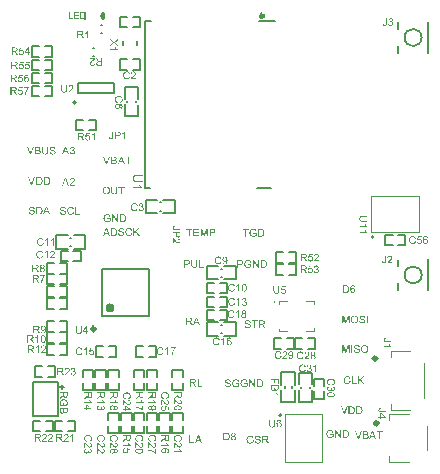
<source format=gbr>
%TF.GenerationSoftware,Altium Limited,Altium Designer,21.4.1 (30)*%
G04 Layer_Color=65535*
%FSLAX45Y45*%
%MOMM*%
%TF.SameCoordinates,F4A6E2B2-E63A-418B-8CEE-B9A354165880*%
%TF.FilePolarity,Positive*%
%TF.FileFunction,Legend,Top*%
%TF.Part,Single*%
G01*
G75*
%TA.AperFunction,NonConductor*%
%ADD96C,0.20000*%
%ADD97C,0.25400*%
%ADD98C,0.15000*%
%ADD99C,0.30000*%
%ADD101C,0.10000*%
%ADD103C,0.12700*%
%ADD104C,0.15240*%
%ADD107C,0.20320*%
%ADD108C,0.33020*%
%ADD109C,0.31000*%
%ADD110C,0.40000*%
%ADD111C,0.10160*%
%ADD112C,0.00000*%
G36*
X372154Y3201977D02*
Y3201883D01*
Y3201507D01*
Y3201037D01*
Y3200379D01*
X372060Y3199534D01*
Y3198594D01*
X371966Y3197466D01*
X371872Y3196338D01*
X371590Y3193801D01*
X371214Y3191169D01*
X370650Y3188632D01*
X370274Y3187410D01*
X369898Y3186282D01*
Y3186188D01*
X369804Y3186000D01*
X369616Y3185719D01*
X369428Y3185343D01*
X368864Y3184309D01*
X368019Y3182993D01*
X366891Y3181489D01*
X365575Y3179986D01*
X363883Y3178388D01*
X361816Y3176978D01*
X361722D01*
X361534Y3176790D01*
X361252Y3176696D01*
X360782Y3176415D01*
X360218Y3176133D01*
X359466Y3175851D01*
X358715Y3175569D01*
X357775Y3175193D01*
X356741Y3174817D01*
X355613Y3174535D01*
X354391Y3174253D01*
X352982Y3173971D01*
X351572Y3173783D01*
X350068Y3173595D01*
X346685Y3173407D01*
X345839D01*
X345181Y3173501D01*
X344430D01*
X343490Y3173595D01*
X342456Y3173689D01*
X341422Y3173783D01*
X339073Y3174159D01*
X336535Y3174723D01*
X334092Y3175475D01*
X331742Y3176509D01*
X331648D01*
X331460Y3176696D01*
X331178Y3176884D01*
X330802Y3177072D01*
X329769Y3177824D01*
X328547Y3178858D01*
X327137Y3180174D01*
X325822Y3181677D01*
X324506Y3183557D01*
X323472Y3185625D01*
Y3185719D01*
X323378Y3185907D01*
X323284Y3186282D01*
X323096Y3186752D01*
X322908Y3187316D01*
X322720Y3188068D01*
X322438Y3188914D01*
X322250Y3189948D01*
X322062Y3191075D01*
X321780Y3192297D01*
X321592Y3193613D01*
X321404Y3195023D01*
X321217Y3196620D01*
X321123Y3198312D01*
X321029Y3200097D01*
Y3201977D01*
Y3239569D01*
X329675D01*
Y3201977D01*
Y3201883D01*
Y3201601D01*
Y3201131D01*
Y3200567D01*
X329769Y3199910D01*
Y3199064D01*
X329863Y3197278D01*
X330051Y3195211D01*
X330333Y3193143D01*
X330709Y3191169D01*
X330896Y3190324D01*
X331178Y3189478D01*
X331272Y3189290D01*
X331460Y3188820D01*
X331930Y3188162D01*
X332494Y3187222D01*
X333152Y3186282D01*
X334092Y3185249D01*
X335220Y3184215D01*
X336535Y3183369D01*
X336723Y3183275D01*
X337193Y3182993D01*
X338039Y3182711D01*
X339167Y3182335D01*
X340482Y3181865D01*
X342174Y3181583D01*
X343960Y3181301D01*
X345933Y3181208D01*
X346873D01*
X347437Y3181301D01*
X348283D01*
X349129Y3181395D01*
X351196Y3181771D01*
X353452Y3182241D01*
X355613Y3182993D01*
X357681Y3184027D01*
X358621Y3184685D01*
X359466Y3185437D01*
X359560Y3185531D01*
X359654Y3185625D01*
X359842Y3185907D01*
X360124Y3186282D01*
X360406Y3186846D01*
X360782Y3187410D01*
X361158Y3188256D01*
X361534Y3189102D01*
X361910Y3190136D01*
X362192Y3191357D01*
X362568Y3192767D01*
X362850Y3194271D01*
X363132Y3195962D01*
X363320Y3197748D01*
X363508Y3199816D01*
Y3201977D01*
Y3239569D01*
X372154D01*
Y3201977D01*
D02*
G37*
G36*
X406362Y3239757D02*
X407114Y3239663D01*
X408054Y3239569D01*
X409088Y3239381D01*
X410122Y3239193D01*
X412565Y3238535D01*
X415009Y3237596D01*
X416230Y3237032D01*
X417452Y3236374D01*
X418580Y3235528D01*
X419614Y3234588D01*
X419708Y3234494D01*
X419896Y3234400D01*
X420083Y3234024D01*
X420459Y3233648D01*
X420929Y3233178D01*
X421399Y3232521D01*
X421869Y3231863D01*
X422433Y3231017D01*
X423373Y3229231D01*
X424313Y3226976D01*
X424689Y3225848D01*
X424876Y3224532D01*
X425064Y3223217D01*
X425158Y3221807D01*
Y3221619D01*
Y3221149D01*
X425064Y3220397D01*
X424970Y3219363D01*
X424782Y3218236D01*
X424407Y3216920D01*
X424031Y3215510D01*
X423467Y3214101D01*
X423373Y3213913D01*
X423185Y3213443D01*
X422809Y3212691D01*
X422245Y3211657D01*
X421493Y3210529D01*
X420553Y3209120D01*
X419426Y3207710D01*
X418110Y3206112D01*
X417922Y3205924D01*
X417452Y3205360D01*
X416982Y3204890D01*
X416512Y3204421D01*
X415948Y3203857D01*
X415197Y3203105D01*
X414445Y3202353D01*
X413505Y3201507D01*
X412565Y3200567D01*
X411437Y3199534D01*
X410216Y3198500D01*
X408900Y3197278D01*
X407396Y3196056D01*
X405893Y3194741D01*
X405799Y3194647D01*
X405611Y3194459D01*
X405235Y3194177D01*
X404765Y3193801D01*
X404201Y3193237D01*
X403543Y3192673D01*
X402039Y3191451D01*
X400442Y3190042D01*
X398938Y3188632D01*
X397622Y3187410D01*
X397058Y3186940D01*
X396588Y3186470D01*
X396495Y3186376D01*
X396213Y3186094D01*
X395837Y3185719D01*
X395367Y3185155D01*
X394897Y3184497D01*
X394333Y3183839D01*
X393205Y3182241D01*
X425252D01*
Y3174535D01*
X382116D01*
Y3174629D01*
Y3175005D01*
Y3175569D01*
X382210Y3176321D01*
X382304Y3177166D01*
X382491Y3178106D01*
X382679Y3179046D01*
X383055Y3180080D01*
Y3180174D01*
X383149Y3180268D01*
X383337Y3180832D01*
X383713Y3181677D01*
X384277Y3182805D01*
X385029Y3184121D01*
X385969Y3185625D01*
X387003Y3187128D01*
X388318Y3188726D01*
Y3188820D01*
X388506Y3188914D01*
X388976Y3189478D01*
X389822Y3190324D01*
X391044Y3191545D01*
X392453Y3192955D01*
X394239Y3194647D01*
X396401Y3196526D01*
X398750Y3198500D01*
X398844Y3198594D01*
X399220Y3198876D01*
X399784Y3199346D01*
X400442Y3199910D01*
X401287Y3200661D01*
X402321Y3201507D01*
X403355Y3202447D01*
X404577Y3203481D01*
X406926Y3205736D01*
X409276Y3207992D01*
X410404Y3209120D01*
X411437Y3210247D01*
X412377Y3211281D01*
X413129Y3212315D01*
Y3212409D01*
X413317Y3212503D01*
X413505Y3212785D01*
X413693Y3213161D01*
X414351Y3214194D01*
X415103Y3215416D01*
X415760Y3216920D01*
X416418Y3218518D01*
X416794Y3220303D01*
X416982Y3221995D01*
Y3222089D01*
Y3222183D01*
X416888Y3222747D01*
X416794Y3223686D01*
X416512Y3224720D01*
X416136Y3226036D01*
X415478Y3227352D01*
X414633Y3228667D01*
X413505Y3229983D01*
X413317Y3230171D01*
X412847Y3230547D01*
X412189Y3231017D01*
X411155Y3231675D01*
X409840Y3232239D01*
X408336Y3232803D01*
X406550Y3233178D01*
X404577Y3233272D01*
X404013D01*
X403637Y3233178D01*
X402509Y3233084D01*
X401194Y3232803D01*
X399784Y3232427D01*
X398186Y3231769D01*
X396682Y3230923D01*
X395273Y3229795D01*
X395085Y3229607D01*
X394709Y3229137D01*
X394145Y3228385D01*
X393581Y3227258D01*
X392923Y3225942D01*
X392359Y3224250D01*
X391983Y3222371D01*
X391796Y3220209D01*
X383619Y3221055D01*
Y3221149D01*
X383713Y3221431D01*
Y3221901D01*
X383807Y3222559D01*
X383995Y3223311D01*
X384183Y3224156D01*
X384465Y3225190D01*
X384747Y3226224D01*
X385499Y3228479D01*
X386627Y3230735D01*
X387284Y3231863D01*
X388130Y3232990D01*
X388976Y3234024D01*
X389916Y3234964D01*
X390010Y3235058D01*
X390198Y3235152D01*
X390480Y3235434D01*
X390950Y3235716D01*
X391514Y3236092D01*
X392171Y3236468D01*
X392923Y3236938D01*
X393863Y3237408D01*
X394897Y3237877D01*
X396025Y3238347D01*
X397246Y3238723D01*
X398562Y3239099D01*
X399972Y3239381D01*
X401475Y3239663D01*
X403073Y3239757D01*
X404765Y3239851D01*
X405705D01*
X406362Y3239757D01*
D02*
G37*
G36*
X1284854Y2038069D02*
X1284760D01*
X1284572D01*
X1284196D01*
X1283632Y2037975D01*
X1283068Y2037881D01*
X1282410D01*
X1280813Y2037599D01*
X1279121Y2037317D01*
X1277430Y2036753D01*
X1275926Y2036189D01*
X1275268Y2035813D01*
X1274704Y2035343D01*
X1274610Y2035249D01*
X1274328Y2034874D01*
X1273858Y2034310D01*
X1273388Y2033558D01*
X1272824Y2032524D01*
X1272449Y2031396D01*
X1272073Y2029987D01*
X1271979Y2028483D01*
Y2027919D01*
X1272073Y2027355D01*
X1272167Y2026509D01*
X1272355Y2025663D01*
X1272543Y2024724D01*
X1272918Y2023784D01*
X1273388Y2022844D01*
X1273482Y2022750D01*
X1273670Y2022468D01*
X1274046Y2022092D01*
X1274422Y2021528D01*
X1275080Y2021058D01*
X1275738Y2020495D01*
X1276490Y2020025D01*
X1277430Y2019649D01*
X1277523D01*
X1277899Y2019461D01*
X1278557Y2019367D01*
X1279403Y2019179D01*
X1280531Y2018991D01*
X1281941Y2018897D01*
X1283632Y2018709D01*
X1285606D01*
X1330434D01*
Y2010063D01*
X1286076D01*
X1285982D01*
X1285700D01*
X1285324D01*
X1284760D01*
X1284008Y2010157D01*
X1283256D01*
X1281471Y2010345D01*
X1279403Y2010533D01*
X1277242Y2010909D01*
X1275268Y2011472D01*
X1273388Y2012130D01*
X1273294D01*
X1273200Y2012224D01*
X1272637Y2012506D01*
X1271885Y2012976D01*
X1270851Y2013634D01*
X1269817Y2014574D01*
X1268689Y2015608D01*
X1267562Y2016923D01*
X1266622Y2018427D01*
X1266528Y2018615D01*
X1266246Y2019179D01*
X1265870Y2020025D01*
X1265494Y2021246D01*
X1265024Y2022750D01*
X1264648Y2024442D01*
X1264366Y2026321D01*
X1264272Y2028389D01*
Y2029235D01*
X1264366Y2029799D01*
X1264460Y2030550D01*
X1264554Y2031302D01*
X1264930Y2033276D01*
X1265494Y2035343D01*
X1266340Y2037505D01*
X1266904Y2038633D01*
X1267562Y2039666D01*
X1268313Y2040606D01*
X1269159Y2041546D01*
X1269253Y2041640D01*
X1269347Y2041734D01*
X1269723Y2041922D01*
X1270099Y2042204D01*
X1270569Y2042580D01*
X1271227Y2042956D01*
X1271979Y2043332D01*
X1272824Y2043802D01*
X1273764Y2044178D01*
X1274892Y2044553D01*
X1276020Y2044929D01*
X1277336Y2045305D01*
X1278745Y2045493D01*
X1280343Y2045775D01*
X1281941Y2045869D01*
X1283726D01*
X1284854Y2038069D01*
D02*
G37*
G36*
X1330434Y1969275D02*
X1330340Y1967866D01*
X1330246Y1966268D01*
X1330152Y1964576D01*
X1329964Y1962979D01*
X1329776Y1961569D01*
Y1961381D01*
X1329588Y1960723D01*
X1329400Y1959877D01*
X1329119Y1958750D01*
X1328649Y1957528D01*
X1328085Y1956212D01*
X1327427Y1954803D01*
X1326675Y1953581D01*
X1326581Y1953393D01*
X1326299Y1953017D01*
X1325735Y1952453D01*
X1325077Y1951701D01*
X1324232Y1950855D01*
X1323104Y1950010D01*
X1321882Y1949070D01*
X1320472Y1948318D01*
X1320284Y1948224D01*
X1319814Y1948036D01*
X1318969Y1947660D01*
X1317841Y1947284D01*
X1316525Y1947002D01*
X1315021Y1946626D01*
X1313330Y1946438D01*
X1311544Y1946344D01*
X1311450D01*
X1311168D01*
X1310792D01*
X1310135Y1946438D01*
X1309477Y1946532D01*
X1308631Y1946626D01*
X1307691Y1946814D01*
X1306657Y1947002D01*
X1304496Y1947660D01*
X1303368Y1948036D01*
X1302146Y1948600D01*
X1300924Y1949258D01*
X1299797Y1949916D01*
X1298669Y1950761D01*
X1297541Y1951701D01*
X1297447Y1951795D01*
X1297259Y1951983D01*
X1296977Y1952265D01*
X1296695Y1952735D01*
X1296225Y1953299D01*
X1295756Y1954051D01*
X1295192Y1954991D01*
X1294722Y1956024D01*
X1294158Y1957246D01*
X1293594Y1958656D01*
X1293124Y1960159D01*
X1292748Y1961945D01*
X1292372Y1963825D01*
X1292090Y1965892D01*
X1291902Y1968242D01*
X1291808Y1970685D01*
Y1987320D01*
X1265400D01*
Y1995966D01*
X1330434D01*
Y1969275D01*
D02*
G37*
G36*
X1267186Y1939672D02*
X1268032Y1939578D01*
X1268971Y1939390D01*
X1269911Y1939202D01*
X1270945Y1938826D01*
X1271039D01*
X1271133Y1938732D01*
X1271697Y1938544D01*
X1272543Y1938168D01*
X1273670Y1937604D01*
X1274986Y1936852D01*
X1276490Y1935913D01*
X1277993Y1934879D01*
X1279591Y1933563D01*
X1279685D01*
X1279779Y1933375D01*
X1280343Y1932905D01*
X1281189Y1932059D01*
X1282410Y1930838D01*
X1283820Y1929428D01*
X1285512Y1927642D01*
X1287391Y1925481D01*
X1289365Y1923131D01*
X1289459Y1923037D01*
X1289741Y1922661D01*
X1290211Y1922098D01*
X1290775Y1921440D01*
X1291526Y1920594D01*
X1292372Y1919560D01*
X1293312Y1918526D01*
X1294346Y1917305D01*
X1296601Y1914955D01*
X1298857Y1912606D01*
X1299985Y1911478D01*
X1301112Y1910444D01*
X1302146Y1909504D01*
X1303180Y1908752D01*
X1303274D01*
X1303368Y1908564D01*
X1303650Y1908376D01*
X1304026Y1908188D01*
X1305060Y1907531D01*
X1306281Y1906779D01*
X1307785Y1906121D01*
X1309383Y1905463D01*
X1311168Y1905087D01*
X1312860Y1904899D01*
X1312954D01*
X1313048D01*
X1313612Y1904993D01*
X1314552Y1905087D01*
X1315585Y1905369D01*
X1316901Y1905745D01*
X1318217Y1906403D01*
X1319533Y1907249D01*
X1320848Y1908376D01*
X1321036Y1908564D01*
X1321412Y1909034D01*
X1321882Y1909692D01*
X1322540Y1910726D01*
X1323104Y1912042D01*
X1323668Y1913545D01*
X1324044Y1915331D01*
X1324138Y1917305D01*
Y1917868D01*
X1324044Y1918244D01*
X1323950Y1919372D01*
X1323668Y1920688D01*
X1323292Y1922098D01*
X1322634Y1923695D01*
X1321788Y1925199D01*
X1320660Y1926609D01*
X1320472Y1926797D01*
X1320002Y1927172D01*
X1319251Y1927736D01*
X1318123Y1928300D01*
X1316807Y1928958D01*
X1315115Y1929522D01*
X1313236Y1929898D01*
X1311074Y1930086D01*
X1311920Y1938262D01*
X1312014D01*
X1312296Y1938168D01*
X1312766D01*
X1313424Y1938074D01*
X1314176Y1937886D01*
X1315021Y1937698D01*
X1316055Y1937416D01*
X1317089Y1937134D01*
X1319345Y1936382D01*
X1321600Y1935255D01*
X1322728Y1934597D01*
X1323856Y1933751D01*
X1324889Y1932905D01*
X1325829Y1931965D01*
X1325923Y1931871D01*
X1326017Y1931683D01*
X1326299Y1931402D01*
X1326581Y1930932D01*
X1326957Y1930368D01*
X1327333Y1929710D01*
X1327803Y1928958D01*
X1328273Y1928018D01*
X1328743Y1926984D01*
X1329212Y1925857D01*
X1329588Y1924635D01*
X1329964Y1923319D01*
X1330246Y1921910D01*
X1330528Y1920406D01*
X1330622Y1918808D01*
X1330716Y1917117D01*
Y1916177D01*
X1330622Y1915519D01*
X1330528Y1914767D01*
X1330434Y1913827D01*
X1330246Y1912793D01*
X1330058Y1911760D01*
X1329400Y1909316D01*
X1328461Y1906873D01*
X1327897Y1905651D01*
X1327239Y1904429D01*
X1326393Y1903302D01*
X1325453Y1902268D01*
X1325359Y1902174D01*
X1325265Y1901986D01*
X1324889Y1901798D01*
X1324513Y1901422D01*
X1324044Y1900952D01*
X1323386Y1900482D01*
X1322728Y1900012D01*
X1321882Y1899448D01*
X1320096Y1898509D01*
X1317841Y1897569D01*
X1316713Y1897193D01*
X1315397Y1897005D01*
X1314082Y1896817D01*
X1312672Y1896723D01*
X1312484D01*
X1312014D01*
X1311262Y1896817D01*
X1310229Y1896911D01*
X1309101Y1897099D01*
X1307785Y1897475D01*
X1306375Y1897851D01*
X1304966Y1898415D01*
X1304778Y1898509D01*
X1304308Y1898696D01*
X1303556Y1899072D01*
X1302522Y1899636D01*
X1301394Y1900388D01*
X1299985Y1901328D01*
X1298575Y1902456D01*
X1296977Y1903771D01*
X1296789Y1903959D01*
X1296225Y1904429D01*
X1295756Y1904899D01*
X1295286Y1905369D01*
X1294722Y1905933D01*
X1293970Y1906685D01*
X1293218Y1907437D01*
X1292372Y1908376D01*
X1291433Y1909316D01*
X1290399Y1910444D01*
X1289365Y1911666D01*
X1288143Y1912981D01*
X1286921Y1914485D01*
X1285606Y1915989D01*
X1285512Y1916083D01*
X1285324Y1916271D01*
X1285042Y1916647D01*
X1284666Y1917117D01*
X1284102Y1917680D01*
X1283538Y1918338D01*
X1282316Y1919842D01*
X1280907Y1921440D01*
X1279497Y1922943D01*
X1278275Y1924259D01*
X1277805Y1924823D01*
X1277336Y1925293D01*
X1277242Y1925387D01*
X1276960Y1925669D01*
X1276584Y1926045D01*
X1276020Y1926515D01*
X1275362Y1926984D01*
X1274704Y1927548D01*
X1273106Y1928676D01*
Y1896629D01*
X1265400D01*
Y1939766D01*
X1265494D01*
X1265870D01*
X1266434D01*
X1267186Y1939672D01*
D02*
G37*
G36*
X943535Y2236468D02*
X944381Y2236374D01*
X945415Y2236280D01*
X946448Y2236186D01*
X947670Y2235904D01*
X950208Y2235340D01*
X953027Y2234495D01*
X954437Y2233931D01*
X955752Y2233273D01*
X957068Y2232427D01*
X958384Y2231581D01*
X958478Y2231487D01*
X958666Y2231393D01*
X959042Y2231111D01*
X959512Y2230641D01*
X959982Y2230172D01*
X960639Y2229514D01*
X961297Y2228762D01*
X962049Y2228010D01*
X962801Y2227070D01*
X963553Y2225942D01*
X964399Y2224815D01*
X965150Y2223593D01*
X965808Y2222183D01*
X966560Y2220774D01*
X967124Y2219270D01*
X967688Y2217578D01*
X959230Y2215605D01*
Y2215699D01*
X959136Y2215887D01*
X958948Y2216263D01*
X958760Y2216732D01*
X958572Y2217296D01*
X958290Y2218048D01*
X957538Y2219552D01*
X956598Y2221243D01*
X955471Y2222935D01*
X954061Y2224533D01*
X952557Y2225942D01*
X952369Y2226130D01*
X951805Y2226506D01*
X950866Y2226976D01*
X949644Y2227634D01*
X948046Y2228198D01*
X946260Y2228762D01*
X944099Y2229138D01*
X941749Y2229232D01*
X940998D01*
X940528Y2229138D01*
X939870D01*
X939118Y2229044D01*
X937332Y2228762D01*
X935359Y2228386D01*
X933291Y2227728D01*
X931130Y2226788D01*
X929156Y2225567D01*
X929062D01*
X928968Y2225379D01*
X928310Y2224909D01*
X927464Y2224157D01*
X926431Y2223029D01*
X925209Y2221619D01*
X924081Y2220022D01*
X923047Y2218048D01*
X922108Y2215887D01*
Y2215793D01*
X922014Y2215605D01*
X921920Y2215323D01*
X921826Y2214853D01*
X921638Y2214289D01*
X921450Y2213631D01*
X921168Y2212033D01*
X920792Y2210154D01*
X920416Y2208086D01*
X920228Y2205831D01*
X920134Y2203387D01*
Y2203293D01*
Y2203011D01*
Y2202541D01*
Y2201978D01*
X920228Y2201320D01*
Y2200474D01*
X920322Y2199534D01*
X920416Y2198500D01*
X920698Y2196245D01*
X921168Y2193801D01*
X921732Y2191358D01*
X922484Y2188914D01*
Y2188820D01*
X922578Y2188632D01*
X922765Y2188350D01*
X922953Y2187881D01*
X923517Y2186753D01*
X924363Y2185437D01*
X925397Y2183933D01*
X926713Y2182336D01*
X928216Y2180926D01*
X930002Y2179610D01*
X930096D01*
X930284Y2179516D01*
X930566Y2179328D01*
X930942Y2179140D01*
X931412Y2178952D01*
X931976Y2178671D01*
X933291Y2178107D01*
X934983Y2177543D01*
X936862Y2177073D01*
X938930Y2176697D01*
X941092Y2176603D01*
X941749D01*
X942313Y2176697D01*
X942971D01*
X943629Y2176791D01*
X945321Y2177167D01*
X947294Y2177637D01*
X949268Y2178389D01*
X951335Y2179422D01*
X952369Y2179986D01*
X953309Y2180738D01*
X953403Y2180832D01*
X953497Y2180926D01*
X953779Y2181208D01*
X954155Y2181490D01*
X954531Y2181960D01*
X955001Y2182524D01*
X955565Y2183088D01*
X956034Y2183839D01*
X956598Y2184685D01*
X957256Y2185625D01*
X957820Y2186565D01*
X958384Y2187693D01*
X958854Y2188914D01*
X959324Y2190230D01*
X959794Y2191640D01*
X960170Y2193143D01*
X968816Y2190982D01*
Y2190888D01*
X968722Y2190512D01*
X968534Y2189948D01*
X968252Y2189196D01*
X967970Y2188350D01*
X967594Y2187317D01*
X967124Y2186189D01*
X966560Y2184967D01*
X965244Y2182336D01*
X963553Y2179704D01*
X962519Y2178389D01*
X961485Y2177073D01*
X960357Y2175945D01*
X959042Y2174817D01*
X958948Y2174723D01*
X958760Y2174535D01*
X958290Y2174347D01*
X957820Y2173972D01*
X957068Y2173502D01*
X956316Y2173032D01*
X955283Y2172562D01*
X954249Y2172092D01*
X953027Y2171528D01*
X951711Y2171058D01*
X950302Y2170588D01*
X948798Y2170118D01*
X947200Y2169742D01*
X945509Y2169554D01*
X943723Y2169367D01*
X941843Y2169273D01*
X940810D01*
X940058Y2169367D01*
X939212D01*
X938178Y2169460D01*
X937050Y2169648D01*
X935735Y2169836D01*
X933009Y2170306D01*
X930190Y2171058D01*
X927371Y2172092D01*
X926055Y2172750D01*
X924739Y2173502D01*
X924645Y2173596D01*
X924457Y2173690D01*
X924081Y2173972D01*
X923705Y2174347D01*
X923141Y2174723D01*
X922484Y2175287D01*
X921732Y2175945D01*
X920980Y2176697D01*
X920228Y2177543D01*
X919382Y2178389D01*
X917691Y2180550D01*
X916093Y2183088D01*
X914683Y2185907D01*
Y2186001D01*
X914495Y2186283D01*
X914401Y2186753D01*
X914119Y2187317D01*
X913931Y2188069D01*
X913649Y2189008D01*
X913274Y2190042D01*
X912992Y2191170D01*
X912710Y2192392D01*
X912334Y2193801D01*
X911864Y2196715D01*
X911488Y2200004D01*
X911300Y2203387D01*
Y2203481D01*
Y2203857D01*
Y2204421D01*
X911394Y2205079D01*
Y2206019D01*
X911488Y2206959D01*
X911582Y2208180D01*
X911770Y2209402D01*
X912240Y2212127D01*
X912898Y2215135D01*
X913837Y2218142D01*
X915153Y2221056D01*
X915247Y2221149D01*
X915341Y2221431D01*
X915529Y2221807D01*
X915905Y2222277D01*
X916281Y2222935D01*
X916751Y2223687D01*
X917973Y2225379D01*
X919570Y2227258D01*
X921450Y2229138D01*
X923611Y2231017D01*
X926149Y2232615D01*
X926243Y2232709D01*
X926525Y2232803D01*
X926901Y2232991D01*
X927371Y2233273D01*
X928122Y2233555D01*
X928874Y2233837D01*
X929814Y2234213D01*
X930848Y2234589D01*
X931976Y2234965D01*
X933197Y2235340D01*
X935829Y2235904D01*
X938836Y2236374D01*
X941937Y2236562D01*
X942877D01*
X943535Y2236468D01*
D02*
G37*
G36*
X998513Y2235622D02*
X999735Y2235434D01*
X1001239Y2235153D01*
X1002930Y2234683D01*
X1004622Y2234119D01*
X1006314Y2233367D01*
X1006408D01*
X1006502Y2233273D01*
X1007066Y2232991D01*
X1007911Y2232427D01*
X1008851Y2231769D01*
X1009979Y2230829D01*
X1011107Y2229796D01*
X1012234Y2228574D01*
X1013174Y2227164D01*
X1013268Y2226976D01*
X1013550Y2226506D01*
X1013926Y2225661D01*
X1014396Y2224627D01*
X1014866Y2223405D01*
X1015242Y2221995D01*
X1015524Y2220398D01*
X1015618Y2218800D01*
Y2218612D01*
Y2218048D01*
X1015524Y2217296D01*
X1015336Y2216263D01*
X1015054Y2215041D01*
X1014584Y2213725D01*
X1014020Y2212409D01*
X1013268Y2211094D01*
X1013174Y2210906D01*
X1012892Y2210530D01*
X1012328Y2209872D01*
X1011577Y2209120D01*
X1010637Y2208274D01*
X1009509Y2207334D01*
X1008193Y2206489D01*
X1006596Y2205643D01*
X1006690D01*
X1006878Y2205549D01*
X1007160Y2205455D01*
X1007535Y2205361D01*
X1008569Y2204985D01*
X1009885Y2204421D01*
X1011389Y2203669D01*
X1012892Y2202729D01*
X1014302Y2201508D01*
X1015618Y2200098D01*
X1015712Y2199910D01*
X1016088Y2199346D01*
X1016652Y2198406D01*
X1017215Y2197185D01*
X1017779Y2195681D01*
X1018343Y2193895D01*
X1018719Y2191828D01*
X1018813Y2189572D01*
Y2189478D01*
Y2189196D01*
Y2188726D01*
X1018719Y2188163D01*
X1018625Y2187411D01*
X1018437Y2186565D01*
X1018249Y2185625D01*
X1018061Y2184591D01*
X1017309Y2182336D01*
X1016745Y2181114D01*
X1016182Y2179986D01*
X1015430Y2178765D01*
X1014584Y2177543D01*
X1013644Y2176321D01*
X1012516Y2175193D01*
X1012422Y2175099D01*
X1012234Y2174911D01*
X1011859Y2174629D01*
X1011389Y2174253D01*
X1010825Y2173784D01*
X1010073Y2173314D01*
X1009227Y2172750D01*
X1008193Y2172280D01*
X1007160Y2171716D01*
X1005938Y2171152D01*
X1004716Y2170682D01*
X1003306Y2170212D01*
X1001803Y2169836D01*
X1000205Y2169554D01*
X998607Y2169367D01*
X996822Y2169273D01*
X995976D01*
X995412Y2169367D01*
X994660Y2169460D01*
X993814Y2169554D01*
X992875Y2169742D01*
X991841Y2169930D01*
X989585Y2170494D01*
X987236Y2171434D01*
X986014Y2171998D01*
X984886Y2172656D01*
X983759Y2173502D01*
X982631Y2174347D01*
X982537Y2174441D01*
X982349Y2174629D01*
X982067Y2174911D01*
X981785Y2175287D01*
X981315Y2175757D01*
X980845Y2176415D01*
X980281Y2177073D01*
X979717Y2177919D01*
X979153Y2178858D01*
X978590Y2179798D01*
X977556Y2182054D01*
X976710Y2184685D01*
X976428Y2186095D01*
X976240Y2187599D01*
X984228Y2188632D01*
Y2188538D01*
X984322Y2188350D01*
X984416Y2187975D01*
X984510Y2187505D01*
X984604Y2186941D01*
X984792Y2186283D01*
X985262Y2184873D01*
X985920Y2183182D01*
X986766Y2181584D01*
X987706Y2180080D01*
X988833Y2178765D01*
X989021Y2178671D01*
X989397Y2178295D01*
X990149Y2177825D01*
X991089Y2177355D01*
X992217Y2176791D01*
X993626Y2176321D01*
X995224Y2175945D01*
X996916Y2175851D01*
X997480D01*
X997856Y2175945D01*
X998889Y2176039D01*
X1000205Y2176321D01*
X1001709Y2176791D01*
X1003306Y2177449D01*
X1004904Y2178389D01*
X1006408Y2179704D01*
X1006596Y2179892D01*
X1007066Y2180456D01*
X1007629Y2181302D01*
X1008381Y2182430D01*
X1009133Y2183839D01*
X1009697Y2185437D01*
X1010167Y2187317D01*
X1010355Y2189384D01*
Y2189478D01*
Y2189666D01*
Y2189948D01*
X1010261Y2190324D01*
X1010167Y2191358D01*
X1009885Y2192580D01*
X1009509Y2194083D01*
X1008851Y2195587D01*
X1007911Y2197091D01*
X1006690Y2198500D01*
X1006502Y2198688D01*
X1006032Y2199064D01*
X1005280Y2199628D01*
X1004246Y2200286D01*
X1002930Y2200944D01*
X1001333Y2201508D01*
X999547Y2201884D01*
X997574Y2202072D01*
X996728D01*
X996070Y2201978D01*
X995224Y2201884D01*
X994284Y2201696D01*
X993157Y2201508D01*
X991935Y2201226D01*
X992875Y2208274D01*
X993344D01*
X993720Y2208180D01*
X994942D01*
X995976Y2208368D01*
X997198Y2208556D01*
X998607Y2208838D01*
X1000205Y2209308D01*
X1001709Y2209966D01*
X1003306Y2210812D01*
X1003400D01*
X1003494Y2210906D01*
X1003964Y2211282D01*
X1004622Y2211939D01*
X1005374Y2212785D01*
X1006126Y2214007D01*
X1006784Y2215417D01*
X1007254Y2217014D01*
X1007441Y2217954D01*
Y2218988D01*
Y2219082D01*
Y2219176D01*
Y2219740D01*
X1007254Y2220492D01*
X1007066Y2221525D01*
X1006690Y2222653D01*
X1006220Y2223875D01*
X1005468Y2225097D01*
X1004434Y2226224D01*
X1004340Y2226318D01*
X1003870Y2226694D01*
X1003212Y2227164D01*
X1002367Y2227728D01*
X1001239Y2228198D01*
X999923Y2228668D01*
X998419Y2229044D01*
X996728Y2229138D01*
X995976D01*
X995130Y2228950D01*
X994002Y2228762D01*
X992781Y2228386D01*
X991559Y2227916D01*
X990243Y2227164D01*
X989021Y2226224D01*
X988927Y2226130D01*
X988551Y2225661D01*
X987988Y2225003D01*
X987330Y2224063D01*
X986672Y2222841D01*
X986014Y2221337D01*
X985450Y2219552D01*
X985074Y2217484D01*
X977086Y2218894D01*
Y2218988D01*
X977180Y2219270D01*
X977274Y2219646D01*
X977368Y2220210D01*
X977556Y2220868D01*
X977838Y2221619D01*
X978402Y2223405D01*
X979341Y2225473D01*
X980469Y2227540D01*
X981879Y2229514D01*
X983665Y2231299D01*
X983759Y2231393D01*
X983946Y2231487D01*
X984228Y2231675D01*
X984604Y2231957D01*
X985074Y2232333D01*
X985732Y2232709D01*
X986390Y2233085D01*
X987236Y2233555D01*
X989115Y2234307D01*
X991277Y2235059D01*
X993814Y2235528D01*
X995130Y2235716D01*
X997480D01*
X998513Y2235622D01*
D02*
G37*
G36*
X2842115Y242000D02*
X2833093D01*
X2807906Y307034D01*
X2817304D01*
X2834220Y259762D01*
Y259668D01*
X2834314Y259480D01*
X2834408Y259198D01*
X2834596Y258822D01*
X2834690Y258259D01*
X2834878Y257695D01*
X2835348Y256285D01*
X2835912Y254687D01*
X2836476Y252902D01*
X2837604Y249143D01*
Y249236D01*
X2837698Y249424D01*
X2837792Y249706D01*
X2837886Y250082D01*
X2838168Y251116D01*
X2838637Y252526D01*
X2839107Y254123D01*
X2839671Y255909D01*
X2840329Y257789D01*
X2841081Y259762D01*
X2858749Y307034D01*
X2867489D01*
X2842115Y242000D01*
D02*
G37*
G36*
X3043138Y299328D02*
X3021710D01*
Y242000D01*
X3013064D01*
Y299328D01*
X2991637D01*
Y307034D01*
X3043138D01*
Y299328D01*
D02*
G37*
G36*
X2989569Y242000D02*
X2979795D01*
X2972183Y261736D01*
X2944929D01*
X2937880Y242000D01*
X2928764D01*
X2953575Y307034D01*
X2962973D01*
X2989569Y242000D01*
D02*
G37*
G36*
X2901134Y306940D02*
X2901886D01*
X2903578Y306752D01*
X2905457Y306564D01*
X2907431Y306188D01*
X2909404Y305718D01*
X2911190Y305061D01*
X2911284D01*
X2911378Y304967D01*
X2911942Y304685D01*
X2912788Y304215D01*
X2913727Y303557D01*
X2914855Y302711D01*
X2916077Y301677D01*
X2917205Y300362D01*
X2918239Y298952D01*
X2918332Y298764D01*
X2918614Y298200D01*
X2919084Y297448D01*
X2919554Y296320D01*
X2920024Y295005D01*
X2920494Y293595D01*
X2920776Y291997D01*
X2920870Y290400D01*
Y290212D01*
Y289742D01*
X2920776Y288896D01*
X2920588Y287862D01*
X2920306Y286641D01*
X2919836Y285325D01*
X2919272Y284009D01*
X2918520Y282599D01*
X2918426Y282411D01*
X2918145Y282036D01*
X2917581Y281284D01*
X2916829Y280532D01*
X2915889Y279592D01*
X2914761Y278558D01*
X2913352Y277618D01*
X2911754Y276679D01*
X2911848D01*
X2912036Y276585D01*
X2912318Y276491D01*
X2912694Y276303D01*
X2913821Y275927D01*
X2915137Y275269D01*
X2916547Y274423D01*
X2918145Y273389D01*
X2919554Y272168D01*
X2920870Y270664D01*
X2920964Y270476D01*
X2921340Y269912D01*
X2921904Y269066D01*
X2922468Y267939D01*
X2923031Y266435D01*
X2923595Y264837D01*
X2923971Y262958D01*
X2924065Y260890D01*
Y260796D01*
Y260702D01*
Y260138D01*
X2923971Y259198D01*
X2923783Y258071D01*
X2923595Y256755D01*
X2923219Y255345D01*
X2922750Y253842D01*
X2922092Y252338D01*
X2921998Y252150D01*
X2921716Y251680D01*
X2921340Y251022D01*
X2920776Y250082D01*
X2920024Y249143D01*
X2919272Y248109D01*
X2918332Y247075D01*
X2917299Y246229D01*
X2917205Y246135D01*
X2916829Y245853D01*
X2916171Y245477D01*
X2915325Y245101D01*
X2914291Y244537D01*
X2913070Y243974D01*
X2911754Y243504D01*
X2910156Y243034D01*
X2909968D01*
X2909404Y242846D01*
X2908465Y242752D01*
X2907243Y242564D01*
X2905739Y242376D01*
X2903954Y242188D01*
X2901980Y242094D01*
X2899724Y242000D01*
X2874914D01*
Y307034D01*
X2900476D01*
X2901134Y306940D01*
D02*
G37*
G36*
X712603Y2143968D02*
X713354D01*
X715140Y2143780D01*
X717114Y2143498D01*
X719181Y2143028D01*
X721437Y2142464D01*
X723598Y2141713D01*
X723692D01*
X723880Y2141619D01*
X724162Y2141525D01*
X724538Y2141337D01*
X725572Y2140773D01*
X726888Y2140115D01*
X728297Y2139175D01*
X729801Y2138047D01*
X731211Y2136826D01*
X732526Y2135322D01*
X732714Y2135134D01*
X733090Y2134570D01*
X733654Y2133724D01*
X734406Y2132502D01*
X735158Y2130999D01*
X736004Y2129119D01*
X736849Y2127052D01*
X737507Y2124702D01*
X729707Y2122635D01*
Y2122729D01*
X729613Y2122823D01*
X729519Y2123104D01*
X729425Y2123480D01*
X729143Y2124326D01*
X728767Y2125454D01*
X728203Y2126770D01*
X727545Y2127991D01*
X726888Y2129307D01*
X726042Y2130435D01*
X725948Y2130529D01*
X725666Y2130905D01*
X725102Y2131375D01*
X724444Y2132033D01*
X723598Y2132784D01*
X722470Y2133536D01*
X721249Y2134288D01*
X719839Y2134946D01*
X719651Y2135040D01*
X719181Y2135228D01*
X718335Y2135510D01*
X717208Y2135886D01*
X715892Y2136168D01*
X714388Y2136450D01*
X712697Y2136638D01*
X710911Y2136732D01*
X709877D01*
X709407Y2136638D01*
X708843D01*
X707434Y2136544D01*
X705836Y2136262D01*
X704050Y2135980D01*
X702359Y2135510D01*
X700667Y2134852D01*
X700479Y2134758D01*
X699915Y2134570D01*
X699163Y2134100D01*
X698224Y2133630D01*
X697096Y2132878D01*
X695874Y2132127D01*
X694746Y2131187D01*
X693713Y2130153D01*
X693619Y2130059D01*
X693243Y2129683D01*
X692773Y2129025D01*
X692209Y2128273D01*
X691551Y2127334D01*
X690893Y2126206D01*
X690235Y2124984D01*
X689577Y2123668D01*
Y2123574D01*
X689484Y2123386D01*
X689390Y2123104D01*
X689202Y2122635D01*
X689014Y2122071D01*
X688826Y2121413D01*
X688544Y2120661D01*
X688356Y2119815D01*
X687886Y2117842D01*
X687510Y2115586D01*
X687228Y2113237D01*
X687134Y2110605D01*
Y2110511D01*
Y2110229D01*
Y2109759D01*
X687228Y2109195D01*
Y2108444D01*
X687322Y2107504D01*
X687416Y2106564D01*
X687510Y2105530D01*
X687886Y2103181D01*
X688356Y2100737D01*
X689108Y2098294D01*
X690047Y2095944D01*
Y2095850D01*
X690235Y2095662D01*
X690329Y2095380D01*
X690611Y2095004D01*
X691269Y2093971D01*
X692303Y2092655D01*
X693525Y2091245D01*
X695028Y2089836D01*
X696814Y2088520D01*
X698788Y2087298D01*
X698882D01*
X699069Y2087204D01*
X699351Y2087016D01*
X699821Y2086828D01*
X700291Y2086640D01*
X700949Y2086452D01*
X702453Y2085888D01*
X704332Y2085418D01*
X706400Y2084949D01*
X708655Y2084573D01*
X711005Y2084479D01*
X711945D01*
X712509Y2084573D01*
X713072D01*
X714482Y2084761D01*
X716174Y2084949D01*
X717959Y2085325D01*
X719933Y2085888D01*
X721907Y2086546D01*
X722001D01*
X722189Y2086640D01*
X722377Y2086734D01*
X722752Y2086922D01*
X723786Y2087392D01*
X724914Y2087956D01*
X726230Y2088614D01*
X727639Y2089366D01*
X728955Y2090211D01*
X730083Y2091151D01*
Y2103369D01*
X710911D01*
Y2111075D01*
X738541D01*
Y2086922D01*
X738447Y2086828D01*
X738259Y2086734D01*
X737883Y2086452D01*
X737413Y2086076D01*
X736849Y2085700D01*
X736192Y2085231D01*
X735346Y2084667D01*
X734500Y2084103D01*
X732526Y2082881D01*
X730271Y2081565D01*
X727921Y2080344D01*
X725384Y2079310D01*
X725290D01*
X725102Y2079216D01*
X724726Y2079122D01*
X724256Y2078934D01*
X723598Y2078746D01*
X722846Y2078464D01*
X722001Y2078276D01*
X721155Y2078088D01*
X719087Y2077618D01*
X716738Y2077148D01*
X714200Y2076866D01*
X711569Y2076772D01*
X710629D01*
X709971Y2076866D01*
X709125D01*
X708092Y2076960D01*
X706964Y2077148D01*
X705742Y2077242D01*
X703017Y2077806D01*
X700103Y2078464D01*
X697096Y2079498D01*
X695592Y2080062D01*
X694089Y2080813D01*
X693995Y2080907D01*
X693713Y2081001D01*
X693337Y2081283D01*
X692773Y2081565D01*
X692115Y2082035D01*
X691457Y2082505D01*
X689671Y2083821D01*
X687792Y2085512D01*
X685818Y2087580D01*
X683939Y2089930D01*
X682247Y2092655D01*
Y2092749D01*
X682059Y2093031D01*
X681871Y2093407D01*
X681589Y2094065D01*
X681307Y2094723D01*
X681025Y2095662D01*
X680649Y2096602D01*
X680273Y2097730D01*
X679898Y2098952D01*
X679522Y2100361D01*
X679240Y2101771D01*
X678958Y2103275D01*
X678488Y2106564D01*
X678300Y2110041D01*
Y2110135D01*
Y2110511D01*
Y2110981D01*
X678394Y2111639D01*
Y2112485D01*
X678488Y2113519D01*
X678676Y2114552D01*
X678770Y2115774D01*
X679052Y2117090D01*
X679240Y2118499D01*
X679992Y2121507D01*
X680931Y2124608D01*
X682247Y2127709D01*
X682341Y2127803D01*
X682435Y2128085D01*
X682623Y2128461D01*
X682999Y2129025D01*
X683375Y2129777D01*
X683845Y2130529D01*
X685160Y2132315D01*
X686758Y2134382D01*
X688732Y2136356D01*
X690987Y2138329D01*
X692303Y2139175D01*
X693619Y2140021D01*
X693713Y2140115D01*
X693995Y2140209D01*
X694370Y2140397D01*
X694934Y2140679D01*
X695686Y2140961D01*
X696532Y2141337D01*
X697472Y2141713D01*
X698600Y2142088D01*
X699821Y2142464D01*
X701137Y2142746D01*
X702547Y2143122D01*
X704050Y2143404D01*
X707340Y2143874D01*
X709031Y2144062D01*
X712039D01*
X712603Y2143968D01*
D02*
G37*
G36*
X802353Y2077900D02*
X793425D01*
X759405Y2128931D01*
Y2077900D01*
X751134D01*
Y2142934D01*
X759969D01*
X794083Y2091809D01*
Y2142934D01*
X802353D01*
Y2077900D01*
D02*
G37*
G36*
X843517Y2142840D02*
X845396Y2142746D01*
X847276Y2142558D01*
X849156Y2142276D01*
X850753Y2141994D01*
X850847D01*
X851035Y2141900D01*
X851317D01*
X851693Y2141713D01*
X852727Y2141431D01*
X854042Y2140961D01*
X855546Y2140303D01*
X857144Y2139457D01*
X858741Y2138517D01*
X860245Y2137295D01*
X860339Y2137201D01*
X860433Y2137107D01*
X860715Y2136826D01*
X861091Y2136544D01*
X862031Y2135604D01*
X863159Y2134288D01*
X864380Y2132690D01*
X865696Y2130811D01*
X866918Y2128649D01*
X867952Y2126206D01*
Y2126112D01*
X868046Y2125924D01*
X868233Y2125548D01*
X868327Y2124984D01*
X868609Y2124326D01*
X868797Y2123574D01*
X868985Y2122729D01*
X869267Y2121695D01*
X869549Y2120661D01*
X869737Y2119439D01*
X870207Y2116808D01*
X870489Y2113894D01*
X870583Y2110699D01*
Y2110605D01*
Y2110417D01*
Y2109947D01*
Y2109477D01*
X870489Y2108820D01*
Y2108068D01*
X870395Y2106282D01*
X870113Y2104214D01*
X869831Y2102053D01*
X869361Y2099797D01*
X868797Y2097542D01*
Y2097448D01*
X868703Y2097260D01*
X868609Y2096978D01*
X868515Y2096602D01*
X868139Y2095568D01*
X867576Y2094253D01*
X867012Y2092749D01*
X866260Y2091245D01*
X865320Y2089648D01*
X864380Y2088144D01*
X864286Y2087956D01*
X863910Y2087486D01*
X863347Y2086828D01*
X862595Y2085982D01*
X861749Y2085043D01*
X860715Y2084103D01*
X859681Y2083069D01*
X858460Y2082223D01*
X858272Y2082129D01*
X857896Y2081847D01*
X857238Y2081471D01*
X856298Y2081001D01*
X855170Y2080438D01*
X853855Y2079968D01*
X852351Y2079404D01*
X850659Y2078934D01*
X850471D01*
X850189Y2078840D01*
X849907Y2078746D01*
X848968Y2078652D01*
X847652Y2078464D01*
X846148Y2078276D01*
X844363Y2078088D01*
X842389Y2077994D01*
X840227Y2077900D01*
X816826D01*
Y2142934D01*
X841825D01*
X843517Y2142840D01*
D02*
G37*
G36*
X76715Y2393200D02*
X67693D01*
X42506Y2458234D01*
X51904D01*
X68821Y2410962D01*
Y2410868D01*
X68915Y2410680D01*
X69008Y2410398D01*
X69196Y2410022D01*
X69290Y2409458D01*
X69478Y2408895D01*
X69948Y2407485D01*
X70512Y2405887D01*
X71076Y2404102D01*
X72204Y2400342D01*
Y2400436D01*
X72298Y2400624D01*
X72392Y2400906D01*
X72486Y2401282D01*
X72768Y2402316D01*
X73238Y2403726D01*
X73707Y2405323D01*
X74271Y2407109D01*
X74929Y2408989D01*
X75681Y2410962D01*
X93349Y2458234D01*
X102089D01*
X76715Y2393200D01*
D02*
G37*
G36*
X202178Y2458140D02*
X204058Y2458046D01*
X205937Y2457858D01*
X207817Y2457576D01*
X209415Y2457294D01*
X209509D01*
X209697Y2457200D01*
X209978D01*
X210354Y2457012D01*
X211388Y2456730D01*
X212704Y2456261D01*
X214208Y2455603D01*
X215805Y2454757D01*
X217403Y2453817D01*
X218907Y2452595D01*
X219001Y2452501D01*
X219095Y2452407D01*
X219376Y2452125D01*
X219752Y2451843D01*
X220692Y2450904D01*
X221820Y2449588D01*
X223042Y2447990D01*
X224357Y2446111D01*
X225579Y2443949D01*
X226613Y2441506D01*
Y2441412D01*
X226707Y2441224D01*
X226895Y2440848D01*
X226989Y2440284D01*
X227271Y2439626D01*
X227459Y2438874D01*
X227647Y2438028D01*
X227929Y2436995D01*
X228211Y2435961D01*
X228399Y2434739D01*
X228868Y2432108D01*
X229150Y2429194D01*
X229244Y2425999D01*
Y2425905D01*
Y2425717D01*
Y2425247D01*
Y2424777D01*
X229150Y2424119D01*
Y2423368D01*
X229056Y2421582D01*
X228774Y2419514D01*
X228493Y2417353D01*
X228023Y2415097D01*
X227459Y2412842D01*
Y2412748D01*
X227365Y2412560D01*
X227271Y2412278D01*
X227177Y2411902D01*
X226801Y2410868D01*
X226237Y2409552D01*
X225673Y2408049D01*
X224921Y2406545D01*
X223982Y2404947D01*
X223042Y2403444D01*
X222948Y2403256D01*
X222572Y2402786D01*
X222008Y2402128D01*
X221256Y2401282D01*
X220410Y2400342D01*
X219376Y2399403D01*
X218343Y2398369D01*
X217121Y2397523D01*
X216933Y2397429D01*
X216557Y2397147D01*
X215899Y2396771D01*
X214959Y2396301D01*
X213832Y2395737D01*
X212516Y2395267D01*
X211012Y2394704D01*
X209321Y2394234D01*
X209133D01*
X208851Y2394140D01*
X208569Y2394046D01*
X207629Y2393952D01*
X206313Y2393764D01*
X204810Y2393576D01*
X203024Y2393388D01*
X201050Y2393294D01*
X198889Y2393200D01*
X175488D01*
Y2458234D01*
X200487D01*
X202178Y2458140D01*
D02*
G37*
G36*
X136580D02*
X138460Y2458046D01*
X140339Y2457858D01*
X142219Y2457576D01*
X143817Y2457294D01*
X143911D01*
X144099Y2457200D01*
X144380D01*
X144756Y2457012D01*
X145790Y2456730D01*
X147106Y2456261D01*
X148610Y2455603D01*
X150207Y2454757D01*
X151805Y2453817D01*
X153309Y2452595D01*
X153403Y2452501D01*
X153497Y2452407D01*
X153778Y2452125D01*
X154154Y2451843D01*
X155094Y2450904D01*
X156222Y2449588D01*
X157444Y2447990D01*
X158759Y2446111D01*
X159981Y2443949D01*
X161015Y2441506D01*
Y2441412D01*
X161109Y2441224D01*
X161297Y2440848D01*
X161391Y2440284D01*
X161673Y2439626D01*
X161861Y2438874D01*
X162049Y2438028D01*
X162331Y2436995D01*
X162613Y2435961D01*
X162801Y2434739D01*
X163270Y2432108D01*
X163552Y2429194D01*
X163646Y2425999D01*
Y2425905D01*
Y2425717D01*
Y2425247D01*
Y2424777D01*
X163552Y2424119D01*
Y2423368D01*
X163458Y2421582D01*
X163176Y2419514D01*
X162895Y2417353D01*
X162425Y2415097D01*
X161861Y2412842D01*
Y2412748D01*
X161767Y2412560D01*
X161673Y2412278D01*
X161579Y2411902D01*
X161203Y2410868D01*
X160639Y2409552D01*
X160075Y2408049D01*
X159323Y2406545D01*
X158383Y2404947D01*
X157444Y2403444D01*
X157350Y2403256D01*
X156974Y2402786D01*
X156410Y2402128D01*
X155658Y2401282D01*
X154812Y2400342D01*
X153778Y2399403D01*
X152745Y2398369D01*
X151523Y2397523D01*
X151335Y2397429D01*
X150959Y2397147D01*
X150301Y2396771D01*
X149361Y2396301D01*
X148234Y2395737D01*
X146918Y2395267D01*
X145414Y2394704D01*
X143723Y2394234D01*
X143535D01*
X143253Y2394140D01*
X142971Y2394046D01*
X142031Y2393952D01*
X140715Y2393764D01*
X139212Y2393576D01*
X137426Y2393388D01*
X135452Y2393294D01*
X133291Y2393200D01*
X109890D01*
Y2458234D01*
X134888D01*
X136580Y2458140D01*
D02*
G37*
G36*
X2600303Y317068D02*
X2601054D01*
X2602840Y316880D01*
X2604814Y316598D01*
X2606881Y316128D01*
X2609137Y315564D01*
X2611298Y314812D01*
X2611392D01*
X2611580Y314718D01*
X2611862Y314624D01*
X2612238Y314437D01*
X2613272Y313873D01*
X2614588Y313215D01*
X2615997Y312275D01*
X2617501Y311147D01*
X2618911Y309925D01*
X2620226Y308422D01*
X2620414Y308234D01*
X2620790Y307670D01*
X2621354Y306824D01*
X2622106Y305602D01*
X2622858Y304099D01*
X2623704Y302219D01*
X2624549Y300152D01*
X2625207Y297802D01*
X2617407Y295734D01*
Y295828D01*
X2617313Y295922D01*
X2617219Y296204D01*
X2617125Y296580D01*
X2616843Y297426D01*
X2616467Y298554D01*
X2615903Y299870D01*
X2615245Y301091D01*
X2614588Y302407D01*
X2613742Y303535D01*
X2613648Y303629D01*
X2613366Y304005D01*
X2612802Y304475D01*
X2612144Y305132D01*
X2611298Y305884D01*
X2610171Y306636D01*
X2608949Y307388D01*
X2607539Y308046D01*
X2607351Y308140D01*
X2606881Y308328D01*
X2606035Y308610D01*
X2604908Y308986D01*
X2603592Y309268D01*
X2602088Y309550D01*
X2600397Y309738D01*
X2598611Y309831D01*
X2597577D01*
X2597107Y309738D01*
X2596543D01*
X2595134Y309644D01*
X2593536Y309362D01*
X2591750Y309080D01*
X2590059Y308610D01*
X2588367Y307952D01*
X2588179Y307858D01*
X2587615Y307670D01*
X2586864Y307200D01*
X2585924Y306730D01*
X2584796Y305978D01*
X2583574Y305226D01*
X2582446Y304287D01*
X2581413Y303253D01*
X2581319Y303159D01*
X2580943Y302783D01*
X2580473Y302125D01*
X2579909Y301373D01*
X2579251Y300433D01*
X2578593Y299306D01*
X2577935Y298084D01*
X2577278Y296768D01*
Y296674D01*
X2577184Y296486D01*
X2577090Y296204D01*
X2576902Y295734D01*
X2576714Y295171D01*
X2576526Y294513D01*
X2576244Y293761D01*
X2576056Y292915D01*
X2575586Y290942D01*
X2575210Y288686D01*
X2574928Y286336D01*
X2574834Y283705D01*
Y283611D01*
Y283329D01*
Y282859D01*
X2574928Y282295D01*
Y281544D01*
X2575022Y280604D01*
X2575116Y279664D01*
X2575210Y278630D01*
X2575586Y276281D01*
X2576056Y273837D01*
X2576808Y271394D01*
X2577747Y269044D01*
Y268950D01*
X2577935Y268762D01*
X2578029Y268480D01*
X2578311Y268104D01*
X2578969Y267071D01*
X2580003Y265755D01*
X2581225Y264345D01*
X2582728Y262935D01*
X2584514Y261620D01*
X2586488Y260398D01*
X2586582D01*
X2586770Y260304D01*
X2587051Y260116D01*
X2587521Y259928D01*
X2587991Y259740D01*
X2588649Y259552D01*
X2590153Y258988D01*
X2592032Y258518D01*
X2594100Y258049D01*
X2596355Y257673D01*
X2598705Y257579D01*
X2599645D01*
X2600209Y257673D01*
X2600773D01*
X2602182Y257861D01*
X2603874Y258049D01*
X2605660Y258424D01*
X2607633Y258988D01*
X2609607Y259646D01*
X2609701D01*
X2609889Y259740D01*
X2610077Y259834D01*
X2610452Y260022D01*
X2611486Y260492D01*
X2612614Y261056D01*
X2613930Y261714D01*
X2615339Y262466D01*
X2616655Y263311D01*
X2617783Y264251D01*
Y276469D01*
X2598611D01*
Y284175D01*
X2626241D01*
Y260022D01*
X2626147Y259928D01*
X2625959Y259834D01*
X2625583Y259552D01*
X2625113Y259176D01*
X2624549Y258800D01*
X2623892Y258330D01*
X2623046Y257767D01*
X2622200Y257203D01*
X2620226Y255981D01*
X2617971Y254665D01*
X2615621Y253443D01*
X2613084Y252410D01*
X2612990D01*
X2612802Y252316D01*
X2612426Y252222D01*
X2611956Y252034D01*
X2611298Y251846D01*
X2610546Y251564D01*
X2609701Y251376D01*
X2608855Y251188D01*
X2606787Y250718D01*
X2604438Y250248D01*
X2601900Y249966D01*
X2599269Y249872D01*
X2598329D01*
X2597671Y249966D01*
X2596825D01*
X2595792Y250060D01*
X2594664Y250248D01*
X2593442Y250342D01*
X2590717Y250906D01*
X2587803Y251564D01*
X2584796Y252598D01*
X2583292Y253162D01*
X2581789Y253913D01*
X2581695Y254007D01*
X2581413Y254101D01*
X2581037Y254383D01*
X2580473Y254665D01*
X2579815Y255135D01*
X2579157Y255605D01*
X2577372Y256921D01*
X2575492Y258612D01*
X2573518Y260680D01*
X2571639Y263029D01*
X2569947Y265755D01*
Y265849D01*
X2569759Y266131D01*
X2569571Y266507D01*
X2569289Y267165D01*
X2569007Y267822D01*
X2568725Y268762D01*
X2568349Y269702D01*
X2567974Y270830D01*
X2567598Y272052D01*
X2567222Y273461D01*
X2566940Y274871D01*
X2566658Y276375D01*
X2566188Y279664D01*
X2566000Y283141D01*
Y283235D01*
Y283611D01*
Y284081D01*
X2566094Y284739D01*
Y285585D01*
X2566188Y286618D01*
X2566376Y287652D01*
X2566470Y288874D01*
X2566752Y290190D01*
X2566940Y291599D01*
X2567692Y294607D01*
X2568631Y297708D01*
X2569947Y300809D01*
X2570041Y300903D01*
X2570135Y301185D01*
X2570323Y301561D01*
X2570699Y302125D01*
X2571075Y302877D01*
X2571545Y303629D01*
X2572860Y305414D01*
X2574458Y307482D01*
X2576432Y309456D01*
X2578687Y311429D01*
X2580003Y312275D01*
X2581319Y313121D01*
X2581413Y313215D01*
X2581695Y313309D01*
X2582071Y313497D01*
X2582634Y313779D01*
X2583386Y314061D01*
X2584232Y314437D01*
X2585172Y314812D01*
X2586300Y315188D01*
X2587521Y315564D01*
X2588837Y315846D01*
X2590247Y316222D01*
X2591750Y316504D01*
X2595040Y316974D01*
X2596731Y317162D01*
X2599739D01*
X2600303Y317068D01*
D02*
G37*
G36*
X2690054Y251000D02*
X2681125D01*
X2647105Y302031D01*
Y251000D01*
X2638834D01*
Y316034D01*
X2647669D01*
X2681783Y264909D01*
Y316034D01*
X2690054D01*
Y251000D01*
D02*
G37*
G36*
X2731217Y315940D02*
X2733096Y315846D01*
X2734976Y315658D01*
X2736856Y315376D01*
X2738453Y315094D01*
X2738547D01*
X2738735Y315000D01*
X2739017D01*
X2739393Y314812D01*
X2740427Y314530D01*
X2741743Y314061D01*
X2743246Y313403D01*
X2744844Y312557D01*
X2746442Y311617D01*
X2747945Y310395D01*
X2748039Y310301D01*
X2748133Y310207D01*
X2748415Y309925D01*
X2748791Y309644D01*
X2749731Y308704D01*
X2750859Y307388D01*
X2752080Y305790D01*
X2753396Y303911D01*
X2754618Y301749D01*
X2755652Y299306D01*
Y299212D01*
X2755746Y299024D01*
X2755934Y298648D01*
X2756028Y298084D01*
X2756309Y297426D01*
X2756497Y296674D01*
X2756685Y295828D01*
X2756967Y294795D01*
X2757249Y293761D01*
X2757437Y292539D01*
X2757907Y289908D01*
X2758189Y286994D01*
X2758283Y283799D01*
Y283705D01*
Y283517D01*
Y283047D01*
Y282577D01*
X2758189Y281919D01*
Y281168D01*
X2758095Y279382D01*
X2757813Y277314D01*
X2757531Y275153D01*
X2757061Y272897D01*
X2756497Y270642D01*
Y270548D01*
X2756403Y270360D01*
X2756309Y270078D01*
X2756215Y269702D01*
X2755840Y268668D01*
X2755276Y267353D01*
X2754712Y265849D01*
X2753960Y264345D01*
X2753020Y262748D01*
X2752080Y261244D01*
X2751986Y261056D01*
X2751610Y260586D01*
X2751047Y259928D01*
X2750295Y259082D01*
X2749449Y258142D01*
X2748415Y257203D01*
X2747381Y256169D01*
X2746160Y255323D01*
X2745972Y255229D01*
X2745596Y254947D01*
X2744938Y254571D01*
X2743998Y254101D01*
X2742870Y253537D01*
X2741555Y253068D01*
X2740051Y252504D01*
X2738359Y252034D01*
X2738171D01*
X2737889Y251940D01*
X2737607Y251846D01*
X2736668Y251752D01*
X2735352Y251564D01*
X2733848Y251376D01*
X2732063Y251188D01*
X2730089Y251094D01*
X2727927Y251000D01*
X2704526D01*
Y316034D01*
X2729525D01*
X2731217Y315940D01*
D02*
G37*
G36*
X795823Y2339742D02*
Y2339648D01*
Y2339272D01*
Y2338802D01*
Y2338144D01*
X795729Y2337299D01*
Y2336359D01*
X795635Y2335231D01*
X795541Y2334103D01*
X795260Y2331566D01*
X794884Y2328934D01*
X794320Y2326397D01*
X793944Y2325175D01*
X793568Y2324047D01*
Y2323953D01*
X793474Y2323765D01*
X793286Y2323484D01*
X793098Y2323108D01*
X792534Y2322074D01*
X791688Y2320758D01*
X790561Y2319254D01*
X789245Y2317751D01*
X787553Y2316153D01*
X785486Y2314743D01*
X785392D01*
X785204Y2314555D01*
X784922Y2314461D01*
X784452Y2314180D01*
X783888Y2313898D01*
X783136Y2313616D01*
X782384Y2313334D01*
X781444Y2312958D01*
X780411Y2312582D01*
X779283Y2312300D01*
X778061Y2312018D01*
X776651Y2311736D01*
X775242Y2311548D01*
X773738Y2311360D01*
X770355Y2311172D01*
X769509D01*
X768851Y2311266D01*
X768099D01*
X767160Y2311360D01*
X766126Y2311454D01*
X765092Y2311548D01*
X762742Y2311924D01*
X760205Y2312488D01*
X757762Y2313240D01*
X755412Y2314274D01*
X755318D01*
X755130Y2314461D01*
X754848Y2314649D01*
X754472Y2314837D01*
X753438Y2315589D01*
X752217Y2316623D01*
X750807Y2317939D01*
X749491Y2319442D01*
X748176Y2321322D01*
X747142Y2323390D01*
Y2323484D01*
X747048Y2323672D01*
X746954Y2324047D01*
X746766Y2324517D01*
X746578Y2325081D01*
X746390Y2325833D01*
X746108Y2326679D01*
X745920Y2327713D01*
X745732Y2328840D01*
X745450Y2330062D01*
X745262Y2331378D01*
X745074Y2332788D01*
X744886Y2334385D01*
X744792Y2336077D01*
X744698Y2337862D01*
Y2339742D01*
Y2377334D01*
X753344D01*
Y2339742D01*
Y2339648D01*
Y2339366D01*
Y2338896D01*
Y2338332D01*
X753438Y2337675D01*
Y2336829D01*
X753532Y2335043D01*
X753720Y2332976D01*
X754002Y2330908D01*
X754378Y2328934D01*
X754566Y2328089D01*
X754848Y2327243D01*
X754942Y2327055D01*
X755130Y2326585D01*
X755600Y2325927D01*
X756164Y2324987D01*
X756822Y2324047D01*
X757762Y2323014D01*
X758889Y2321980D01*
X760205Y2321134D01*
X760393Y2321040D01*
X760863Y2320758D01*
X761709Y2320476D01*
X762836Y2320100D01*
X764152Y2319630D01*
X765844Y2319348D01*
X767629Y2319066D01*
X769603Y2318973D01*
X770543D01*
X771107Y2319066D01*
X771952D01*
X772798Y2319160D01*
X774866Y2319536D01*
X777121Y2320006D01*
X779283Y2320758D01*
X781350Y2321792D01*
X782290Y2322450D01*
X783136Y2323202D01*
X783230Y2323296D01*
X783324Y2323390D01*
X783512Y2323672D01*
X783794Y2324047D01*
X784076Y2324611D01*
X784452Y2325175D01*
X784828Y2326021D01*
X785204Y2326867D01*
X785580Y2327901D01*
X785862Y2329122D01*
X786237Y2330532D01*
X786519Y2332036D01*
X786801Y2333727D01*
X786989Y2335513D01*
X787177Y2337581D01*
Y2339742D01*
Y2377334D01*
X795823D01*
Y2339742D01*
D02*
G37*
G36*
X856816Y2369628D02*
X835389D01*
Y2312300D01*
X826743D01*
Y2369628D01*
X805315D01*
Y2377334D01*
X856816D01*
Y2369628D01*
D02*
G37*
G36*
X703911Y2378368D02*
X704757D01*
X705603Y2378274D01*
X706730Y2378086D01*
X707858Y2377898D01*
X710302Y2377428D01*
X713121Y2376676D01*
X715846Y2375548D01*
X717256Y2374891D01*
X718666Y2374139D01*
X718760Y2374045D01*
X718948Y2373951D01*
X719324Y2373669D01*
X719888Y2373387D01*
X720451Y2372917D01*
X721203Y2372353D01*
X722801Y2371037D01*
X724493Y2369346D01*
X726372Y2367278D01*
X728158Y2364835D01*
X729661Y2362109D01*
Y2362015D01*
X729849Y2361733D01*
X730037Y2361357D01*
X730225Y2360794D01*
X730601Y2360042D01*
X730883Y2359196D01*
X731259Y2358162D01*
X731635Y2357034D01*
X731917Y2355813D01*
X732293Y2354497D01*
X732669Y2352993D01*
X732951Y2351490D01*
X733327Y2348200D01*
X733515Y2344629D01*
Y2344535D01*
Y2344159D01*
Y2343689D01*
X733421Y2342937D01*
Y2342092D01*
X733327Y2341058D01*
X733139Y2339930D01*
X733045Y2338708D01*
X732575Y2335983D01*
X731823Y2332976D01*
X730789Y2329968D01*
X730225Y2328464D01*
X729474Y2326961D01*
Y2326867D01*
X729286Y2326585D01*
X729098Y2326209D01*
X728722Y2325645D01*
X728346Y2324987D01*
X727876Y2324329D01*
X726560Y2322544D01*
X724962Y2320664D01*
X723083Y2318691D01*
X720827Y2316811D01*
X718196Y2315119D01*
X718102D01*
X717914Y2314931D01*
X717444Y2314743D01*
X716880Y2314461D01*
X716222Y2314180D01*
X715471Y2313898D01*
X714531Y2313522D01*
X713497Y2313146D01*
X712369Y2312770D01*
X711147Y2312394D01*
X708422Y2311830D01*
X705509Y2311360D01*
X702407Y2311172D01*
X701467D01*
X700904Y2311266D01*
X700058D01*
X699118Y2311454D01*
X698084Y2311548D01*
X696862Y2311736D01*
X694325Y2312300D01*
X691600Y2313052D01*
X688780Y2314180D01*
X687370Y2314837D01*
X685961Y2315589D01*
X685867Y2315683D01*
X685679Y2315777D01*
X685303Y2316059D01*
X684739Y2316435D01*
X684175Y2316811D01*
X683517Y2317375D01*
X681920Y2318785D01*
X680134Y2320476D01*
X678254Y2322544D01*
X676563Y2324893D01*
X674965Y2327619D01*
Y2327713D01*
X674777Y2327995D01*
X674589Y2328371D01*
X674401Y2328934D01*
X674119Y2329686D01*
X673837Y2330532D01*
X673461Y2331472D01*
X673180Y2332506D01*
X672804Y2333727D01*
X672428Y2334949D01*
X671864Y2337769D01*
X671488Y2340682D01*
X671300Y2343877D01*
Y2343971D01*
Y2344065D01*
Y2344629D01*
X671394Y2345475D01*
Y2346603D01*
X671582Y2347918D01*
X671770Y2349516D01*
X672052Y2351302D01*
X672428Y2353181D01*
X672804Y2355155D01*
X673367Y2357222D01*
X674119Y2359290D01*
X674965Y2361451D01*
X675905Y2363519D01*
X677127Y2365587D01*
X678442Y2367466D01*
X679946Y2369252D01*
X680040Y2369346D01*
X680322Y2369628D01*
X680886Y2370098D01*
X681544Y2370662D01*
X682390Y2371413D01*
X683423Y2372165D01*
X684645Y2373011D01*
X686055Y2373857D01*
X687558Y2374703D01*
X689250Y2375548D01*
X691130Y2376300D01*
X693103Y2377052D01*
X695265Y2377616D01*
X697520Y2378086D01*
X699870Y2378368D01*
X702407Y2378462D01*
X703253D01*
X703911Y2378368D01*
D02*
G37*
G36*
X711315Y2567200D02*
X702293D01*
X677106Y2632234D01*
X686504D01*
X703420Y2584962D01*
Y2584868D01*
X703514Y2584680D01*
X703608Y2584398D01*
X703796Y2584023D01*
X703890Y2583459D01*
X704078Y2582895D01*
X704548Y2581485D01*
X705112Y2579887D01*
X705676Y2578102D01*
X706804Y2574343D01*
Y2574437D01*
X706898Y2574625D01*
X706992Y2574906D01*
X707086Y2575282D01*
X707368Y2576316D01*
X707838Y2577726D01*
X708307Y2579324D01*
X708871Y2581109D01*
X709529Y2582989D01*
X710281Y2584962D01*
X727949Y2632234D01*
X736689D01*
X711315Y2567200D01*
D02*
G37*
G36*
X912338Y2624528D02*
X890911D01*
Y2567200D01*
X882264D01*
Y2624528D01*
X860837D01*
Y2632234D01*
X912338D01*
Y2624528D01*
D02*
G37*
G36*
X858769Y2567200D02*
X848996D01*
X841383Y2586936D01*
X814129D01*
X807080Y2567200D01*
X797964D01*
X822775Y2632234D01*
X832173D01*
X858769Y2567200D01*
D02*
G37*
G36*
X770334Y2632140D02*
X771086D01*
X772778Y2631952D01*
X774657Y2631764D01*
X776631Y2631388D01*
X778604Y2630919D01*
X780390Y2630261D01*
X780484D01*
X780578Y2630167D01*
X781142Y2629885D01*
X781988Y2629415D01*
X782928Y2628757D01*
X784055Y2627911D01*
X785277Y2626877D01*
X786405Y2625562D01*
X787439Y2624152D01*
X787533Y2623964D01*
X787815Y2623400D01*
X788284Y2622648D01*
X788754Y2621521D01*
X789224Y2620205D01*
X789694Y2618795D01*
X789976Y2617197D01*
X790070Y2615600D01*
Y2615412D01*
Y2614942D01*
X789976Y2614096D01*
X789788Y2613062D01*
X789506Y2611841D01*
X789036Y2610525D01*
X788472Y2609209D01*
X787721Y2607799D01*
X787627Y2607611D01*
X787345Y2607236D01*
X786781Y2606484D01*
X786029Y2605732D01*
X785089Y2604792D01*
X783961Y2603758D01*
X782552Y2602819D01*
X780954Y2601879D01*
X781048D01*
X781236Y2601785D01*
X781518Y2601691D01*
X781894Y2601503D01*
X783022Y2601127D01*
X784337Y2600469D01*
X785747Y2599623D01*
X787345Y2598589D01*
X788754Y2597368D01*
X790070Y2595864D01*
X790164Y2595676D01*
X790540Y2595112D01*
X791104Y2594266D01*
X791668Y2593139D01*
X792232Y2591635D01*
X792795Y2590037D01*
X793171Y2588158D01*
X793265Y2586090D01*
Y2585996D01*
Y2585902D01*
Y2585338D01*
X793171Y2584398D01*
X792983Y2583271D01*
X792795Y2581955D01*
X792420Y2580545D01*
X791950Y2579042D01*
X791292Y2577538D01*
X791198Y2577350D01*
X790916Y2576880D01*
X790540Y2576222D01*
X789976Y2575282D01*
X789224Y2574343D01*
X788472Y2573309D01*
X787533Y2572275D01*
X786499Y2571429D01*
X786405Y2571335D01*
X786029Y2571053D01*
X785371Y2570677D01*
X784525Y2570301D01*
X783491Y2569738D01*
X782270Y2569174D01*
X780954Y2568704D01*
X779356Y2568234D01*
X779168D01*
X778604Y2568046D01*
X777665Y2567952D01*
X776443Y2567764D01*
X774939Y2567576D01*
X773154Y2567388D01*
X771180Y2567294D01*
X768925Y2567200D01*
X744114D01*
Y2632234D01*
X769676D01*
X770334Y2632140D01*
D02*
G37*
G36*
X126661Y1054906D02*
X118673D01*
Y1105749D01*
X118579Y1105655D01*
X118109Y1105279D01*
X117545Y1104715D01*
X116605Y1104057D01*
X115571Y1103212D01*
X114256Y1102272D01*
X112752Y1101238D01*
X111060Y1100204D01*
X110966D01*
X110872Y1100110D01*
X110308Y1099734D01*
X109369Y1099265D01*
X108241Y1098701D01*
X106925Y1098043D01*
X105515Y1097385D01*
X104106Y1096727D01*
X102696Y1096163D01*
Y1103870D01*
X102790D01*
X102978Y1104057D01*
X103354Y1104151D01*
X103824Y1104433D01*
X104388Y1104715D01*
X105046Y1105091D01*
X106643Y1106031D01*
X108523Y1107065D01*
X110402Y1108381D01*
X112376Y1109884D01*
X114350Y1111482D01*
X114444Y1111576D01*
X114537Y1111670D01*
X114819Y1111952D01*
X115195Y1112234D01*
X116041Y1113174D01*
X117169Y1114301D01*
X118297Y1115617D01*
X119518Y1117121D01*
X120552Y1118624D01*
X121492Y1120222D01*
X126661D01*
Y1054906D01*
D02*
G37*
G36*
X65292Y1119846D02*
X66138D01*
X68111Y1119752D01*
X70179Y1119470D01*
X72434Y1119188D01*
X74502Y1118718D01*
X75536Y1118436D01*
X76382Y1118154D01*
X76476D01*
X76570Y1118061D01*
X77133Y1117779D01*
X77979Y1117403D01*
X79013Y1116745D01*
X80141Y1115899D01*
X81363Y1114771D01*
X82490Y1113455D01*
X83618Y1111952D01*
Y1111858D01*
X83712Y1111764D01*
X84088Y1111200D01*
X84464Y1110260D01*
X85028Y1109038D01*
X85498Y1107629D01*
X85968Y1105937D01*
X86250Y1104151D01*
X86343Y1102178D01*
Y1102084D01*
Y1101896D01*
Y1101520D01*
X86250Y1101050D01*
Y1100392D01*
X86156Y1099734D01*
X85780Y1098137D01*
X85216Y1096257D01*
X84464Y1094284D01*
X83336Y1092310D01*
X82584Y1091370D01*
X81832Y1090430D01*
X81738Y1090336D01*
X81644Y1090242D01*
X81363Y1089960D01*
X80987Y1089679D01*
X80517Y1089303D01*
X79953Y1088927D01*
X79201Y1088457D01*
X78449Y1087893D01*
X77509Y1087423D01*
X76476Y1086953D01*
X75348Y1086389D01*
X74126Y1085919D01*
X72716Y1085543D01*
X71307Y1085074D01*
X69709Y1084792D01*
X68017Y1084510D01*
X68205Y1084416D01*
X68581Y1084228D01*
X69145Y1083852D01*
X69897Y1083476D01*
X71589Y1082442D01*
X72434Y1081784D01*
X73186Y1081220D01*
X73374Y1081032D01*
X73844Y1080562D01*
X74596Y1079811D01*
X75536Y1078871D01*
X76570Y1077555D01*
X77791Y1076145D01*
X79013Y1074454D01*
X80329Y1072574D01*
X91512Y1054906D01*
X80799D01*
X72246Y1068439D01*
Y1068533D01*
X72059Y1068721D01*
X71871Y1069003D01*
X71589Y1069379D01*
X70931Y1070413D01*
X70085Y1071728D01*
X69051Y1073138D01*
X68017Y1074642D01*
X66984Y1076051D01*
X66044Y1077367D01*
X65950Y1077461D01*
X65668Y1077837D01*
X65198Y1078401D01*
X64540Y1079059D01*
X63130Y1080469D01*
X62379Y1081126D01*
X61627Y1081690D01*
X61533Y1081784D01*
X61345Y1081878D01*
X60969Y1082066D01*
X60405Y1082348D01*
X59841Y1082630D01*
X59183Y1082912D01*
X57680Y1083382D01*
X57586D01*
X57398Y1083476D01*
X57022D01*
X56552Y1083570D01*
X55894Y1083664D01*
X55142D01*
X54108Y1083758D01*
X43019D01*
Y1054906D01*
X34373D01*
Y1119940D01*
X64540D01*
X65292Y1119846D01*
D02*
G37*
G36*
X170268Y1120128D02*
X171489Y1119940D01*
X172899Y1119658D01*
X174403Y1119282D01*
X176000Y1118812D01*
X177504Y1118061D01*
X177598D01*
X177692Y1117967D01*
X178162Y1117685D01*
X178914Y1117215D01*
X179854Y1116557D01*
X180887Y1115617D01*
X182015Y1114583D01*
X183049Y1113362D01*
X184083Y1111952D01*
X184177Y1111764D01*
X184553Y1111294D01*
X184929Y1110448D01*
X185586Y1109226D01*
X186150Y1107817D01*
X186902Y1106219D01*
X187560Y1104339D01*
X188124Y1102272D01*
Y1102178D01*
X188218Y1101990D01*
X188312Y1101708D01*
X188406Y1101238D01*
X188500Y1100674D01*
X188594Y1100016D01*
X188782Y1099171D01*
X188876Y1098231D01*
X189064Y1097197D01*
X189158Y1096069D01*
X189252Y1094753D01*
X189440Y1093438D01*
X189534Y1091934D01*
Y1090430D01*
X189628Y1088739D01*
Y1086953D01*
Y1086859D01*
Y1086483D01*
Y1085825D01*
Y1085074D01*
X189534Y1084040D01*
Y1082912D01*
X189440Y1081690D01*
X189346Y1080375D01*
X189064Y1077367D01*
X188594Y1074266D01*
X188030Y1071258D01*
X187654Y1069849D01*
X187184Y1068439D01*
Y1068345D01*
X187090Y1068157D01*
X186902Y1067781D01*
X186714Y1067311D01*
X186526Y1066653D01*
X186150Y1065996D01*
X185398Y1064398D01*
X184459Y1062706D01*
X183237Y1060827D01*
X181827Y1059135D01*
X180136Y1057537D01*
X180042D01*
X179948Y1057349D01*
X179666Y1057161D01*
X179290Y1056974D01*
X178820Y1056692D01*
X178350Y1056316D01*
X176940Y1055658D01*
X175249Y1055000D01*
X173275Y1054342D01*
X170925Y1053966D01*
X168388Y1053778D01*
X167448D01*
X166790Y1053872D01*
X166039Y1053966D01*
X165099Y1054154D01*
X164065Y1054342D01*
X162937Y1054624D01*
X161809Y1055000D01*
X160588Y1055376D01*
X159366Y1055940D01*
X158144Y1056598D01*
X156922Y1057349D01*
X155701Y1058289D01*
X154573Y1059323D01*
X153539Y1060451D01*
X153445Y1060545D01*
X153257Y1060827D01*
X152975Y1061297D01*
X152505Y1062048D01*
X152036Y1062894D01*
X151566Y1064022D01*
X150908Y1065338D01*
X150344Y1066841D01*
X149780Y1068533D01*
X149216Y1070507D01*
X148652Y1072668D01*
X148182Y1075112D01*
X147712Y1077743D01*
X147430Y1080562D01*
X147243Y1083664D01*
X147149Y1086953D01*
Y1087047D01*
Y1087423D01*
Y1088081D01*
Y1088833D01*
X147243Y1089867D01*
Y1090994D01*
X147337Y1092216D01*
X147430Y1093626D01*
X147712Y1096539D01*
X148182Y1099640D01*
X148746Y1102742D01*
X149122Y1104151D01*
X149498Y1105561D01*
Y1105655D01*
X149592Y1105843D01*
X149780Y1106219D01*
X149968Y1106689D01*
X150156Y1107347D01*
X150532Y1108005D01*
X151284Y1109602D01*
X152223Y1111294D01*
X153445Y1113080D01*
X154855Y1114865D01*
X156547Y1116369D01*
X156641D01*
X156735Y1116557D01*
X157016Y1116745D01*
X157392Y1116933D01*
X157862Y1117309D01*
X158426Y1117591D01*
X159836Y1118342D01*
X161527Y1119000D01*
X163501Y1119658D01*
X165851Y1120034D01*
X168388Y1120222D01*
X169234D01*
X170268Y1120128D01*
D02*
G37*
G36*
X29095Y3326828D02*
X29753D01*
X30505Y3326734D01*
X32291Y3326358D01*
X34264Y3325888D01*
X36332Y3325136D01*
X38399Y3324009D01*
X39433Y3323351D01*
X40373Y3322599D01*
X40467Y3322505D01*
X40561Y3322411D01*
X40843Y3322129D01*
X41125Y3321847D01*
X41595Y3321377D01*
X41971Y3320813D01*
X43004Y3319498D01*
X44038Y3317806D01*
X44978Y3315738D01*
X45824Y3313389D01*
X46388Y3310757D01*
X38399Y3310100D01*
Y3310194D01*
X38305Y3310288D01*
X38212Y3310851D01*
X37930Y3311697D01*
X37554Y3312731D01*
X37178Y3313859D01*
X36614Y3314987D01*
X35956Y3316020D01*
X35298Y3316866D01*
X35110Y3317054D01*
X34734Y3317430D01*
X34076Y3317994D01*
X33137Y3318652D01*
X31915Y3319216D01*
X30599Y3319779D01*
X29001Y3320155D01*
X27310Y3320343D01*
X26652D01*
X25900Y3320249D01*
X25054Y3320061D01*
X23927Y3319779D01*
X22799Y3319404D01*
X21671Y3318934D01*
X20543Y3318182D01*
X20355Y3318088D01*
X19885Y3317712D01*
X19228Y3317054D01*
X18382Y3316114D01*
X17442Y3314987D01*
X16408Y3313671D01*
X15468Y3311979D01*
X14529Y3310100D01*
Y3310006D01*
X14435Y3309818D01*
X14341Y3309536D01*
X14153Y3309160D01*
X14059Y3308596D01*
X13871Y3307938D01*
X13683Y3307186D01*
X13495Y3306246D01*
X13213Y3305213D01*
X13025Y3304085D01*
X12837Y3302863D01*
X12743Y3301547D01*
X12555Y3300044D01*
X12461Y3298540D01*
X12367Y3296848D01*
Y3295157D01*
X12461Y3295251D01*
X12837Y3295815D01*
X13495Y3296566D01*
X14341Y3297506D01*
X15280Y3298634D01*
X16502Y3299668D01*
X17818Y3300702D01*
X19322Y3301641D01*
X19416D01*
X19509Y3301735D01*
X20073Y3302017D01*
X20919Y3302299D01*
X22047Y3302769D01*
X23363Y3303145D01*
X24866Y3303427D01*
X26464Y3303709D01*
X28156Y3303803D01*
X28907D01*
X29471Y3303709D01*
X30223Y3303615D01*
X30975Y3303521D01*
X31915Y3303333D01*
X32855Y3303051D01*
X35016Y3302393D01*
X36144Y3301923D01*
X37272Y3301265D01*
X38399Y3300608D01*
X39621Y3299856D01*
X40749Y3298916D01*
X41783Y3297882D01*
X41877Y3297788D01*
X42065Y3297600D01*
X42347Y3297318D01*
X42629Y3296848D01*
X43098Y3296191D01*
X43568Y3295533D01*
X44038Y3294687D01*
X44602Y3293747D01*
X45166Y3292713D01*
X45636Y3291585D01*
X46106Y3290270D01*
X46576Y3288954D01*
X46858Y3287544D01*
X47140Y3285947D01*
X47328Y3284349D01*
X47422Y3282657D01*
Y3282563D01*
Y3282375D01*
Y3282094D01*
Y3281624D01*
X47328Y3281060D01*
Y3280496D01*
X47046Y3278992D01*
X46764Y3277207D01*
X46294Y3275327D01*
X45636Y3273259D01*
X44696Y3271286D01*
Y3271192D01*
X44602Y3271098D01*
X44414Y3270816D01*
X44226Y3270440D01*
X43662Y3269500D01*
X42817Y3268278D01*
X41783Y3266963D01*
X40561Y3265647D01*
X39057Y3264331D01*
X37460Y3263204D01*
X37366D01*
X37272Y3263110D01*
X36990Y3262922D01*
X36614Y3262828D01*
X35674Y3262358D01*
X34452Y3261888D01*
X32855Y3261324D01*
X31069Y3260948D01*
X29095Y3260572D01*
X26934Y3260478D01*
X26464D01*
X25994Y3260572D01*
X25242D01*
X24396Y3260666D01*
X23457Y3260854D01*
X22329Y3261136D01*
X21201Y3261418D01*
X19885Y3261794D01*
X18570Y3262264D01*
X17254Y3262828D01*
X15844Y3263579D01*
X14529Y3264425D01*
X13213Y3265365D01*
X11897Y3266493D01*
X10675Y3267809D01*
X10581Y3267903D01*
X10393Y3268184D01*
X10111Y3268560D01*
X9736Y3269218D01*
X9172Y3270064D01*
X8702Y3271004D01*
X8138Y3272226D01*
X7574Y3273541D01*
X6916Y3275139D01*
X6352Y3276925D01*
X5882Y3278898D01*
X5412Y3281060D01*
X4943Y3283503D01*
X4661Y3286135D01*
X4473Y3288954D01*
X4379Y3291961D01*
Y3292055D01*
Y3292149D01*
Y3292431D01*
Y3292807D01*
X4473Y3293747D01*
Y3295063D01*
X4567Y3296566D01*
X4755Y3298352D01*
X4943Y3300326D01*
X5225Y3302487D01*
X5600Y3304649D01*
X6070Y3306998D01*
X6634Y3309254D01*
X7292Y3311509D01*
X8138Y3313671D01*
X9078Y3315738D01*
X10111Y3317712D01*
X11333Y3319404D01*
X11427Y3319498D01*
X11615Y3319686D01*
X11991Y3320061D01*
X12461Y3320625D01*
X13025Y3321189D01*
X13777Y3321753D01*
X14717Y3322505D01*
X15656Y3323163D01*
X16784Y3323821D01*
X18006Y3324572D01*
X19416Y3325136D01*
X20825Y3325794D01*
X22423Y3326264D01*
X24115Y3326640D01*
X25900Y3326828D01*
X27780Y3326922D01*
X28532D01*
X29095Y3326828D01*
D02*
G37*
G36*
X-5771Y3318182D02*
X-31804D01*
X-35281Y3300608D01*
X-35187Y3300702D01*
X-34999Y3300796D01*
X-34717Y3300983D01*
X-34247Y3301265D01*
X-33683Y3301547D01*
X-33025Y3301923D01*
X-31522Y3302675D01*
X-29642Y3303427D01*
X-27574Y3304085D01*
X-25319Y3304555D01*
X-24191Y3304743D01*
X-22124D01*
X-21560Y3304649D01*
X-20808Y3304555D01*
X-19962Y3304461D01*
X-19022Y3304273D01*
X-17989Y3303991D01*
X-15733Y3303333D01*
X-14511Y3302863D01*
X-13290Y3302205D01*
X-12068Y3301547D01*
X-10846Y3300796D01*
X-9718Y3299856D01*
X-8591Y3298822D01*
X-8497Y3298728D01*
X-8309Y3298540D01*
X-8027Y3298258D01*
X-7651Y3297788D01*
X-7181Y3297130D01*
X-6711Y3296472D01*
X-6147Y3295627D01*
X-5583Y3294687D01*
X-5113Y3293653D01*
X-4549Y3292525D01*
X-4079Y3291210D01*
X-3610Y3289894D01*
X-3234Y3288484D01*
X-2952Y3286886D01*
X-2764Y3285289D01*
X-2670Y3283597D01*
Y3283503D01*
Y3283221D01*
Y3282751D01*
X-2764Y3282094D01*
X-2858Y3281342D01*
X-2952Y3280496D01*
X-3140Y3279462D01*
X-3328Y3278428D01*
X-3892Y3275985D01*
X-4831Y3273447D01*
X-5395Y3272132D01*
X-6147Y3270910D01*
X-6899Y3269594D01*
X-7839Y3268372D01*
X-7933Y3268278D01*
X-8121Y3267997D01*
X-8497Y3267621D01*
X-8966Y3267151D01*
X-9624Y3266587D01*
X-10376Y3265835D01*
X-11316Y3265177D01*
X-12350Y3264425D01*
X-13477Y3263673D01*
X-14793Y3263016D01*
X-16203Y3262358D01*
X-17707Y3261700D01*
X-19304Y3261230D01*
X-21090Y3260854D01*
X-22969Y3260572D01*
X-24943Y3260478D01*
X-25789D01*
X-26447Y3260572D01*
X-27199Y3260666D01*
X-28044Y3260760D01*
X-29078Y3260854D01*
X-30112Y3261136D01*
X-32461Y3261700D01*
X-34811Y3262546D01*
X-36033Y3263110D01*
X-37254Y3263767D01*
X-38382Y3264519D01*
X-39510Y3265365D01*
X-39604Y3265459D01*
X-39792Y3265553D01*
X-39980Y3265929D01*
X-40356Y3266305D01*
X-40826Y3266775D01*
X-41296Y3267339D01*
X-41859Y3268090D01*
X-42329Y3268936D01*
X-42893Y3269782D01*
X-43457Y3270816D01*
X-44491Y3273071D01*
X-45337Y3275703D01*
X-45619Y3277113D01*
X-45807Y3278616D01*
X-37442Y3279274D01*
Y3279180D01*
Y3278992D01*
X-37348Y3278710D01*
X-37254Y3278240D01*
X-36972Y3277207D01*
X-36597Y3275797D01*
X-36033Y3274387D01*
X-35281Y3272789D01*
X-34341Y3271380D01*
X-33213Y3270064D01*
X-33025Y3269970D01*
X-32649Y3269594D01*
X-31898Y3269124D01*
X-30864Y3268560D01*
X-29736Y3267997D01*
X-28326Y3267527D01*
X-26729Y3267151D01*
X-24943Y3267057D01*
X-24379D01*
X-24003Y3267151D01*
X-22875Y3267245D01*
X-21560Y3267621D01*
X-19962Y3268090D01*
X-18364Y3268842D01*
X-16673Y3269970D01*
X-15921Y3270628D01*
X-15169Y3271380D01*
X-15075Y3271474D01*
X-14981Y3271568D01*
X-14793Y3271850D01*
X-14511Y3272132D01*
X-13853Y3273165D01*
X-13102Y3274481D01*
X-12444Y3276079D01*
X-11786Y3278052D01*
X-11316Y3280402D01*
X-11128Y3281624D01*
Y3282939D01*
Y3283033D01*
Y3283221D01*
Y3283597D01*
X-11222Y3284067D01*
Y3284631D01*
X-11316Y3285289D01*
X-11598Y3286793D01*
X-12068Y3288578D01*
X-12726Y3290364D01*
X-13665Y3292055D01*
X-14981Y3293653D01*
Y3293747D01*
X-15169Y3293841D01*
X-15639Y3294311D01*
X-16485Y3294969D01*
X-17613Y3295721D01*
X-19116Y3296378D01*
X-20808Y3297036D01*
X-22782Y3297506D01*
X-23909Y3297694D01*
X-25695D01*
X-26447Y3297600D01*
X-27387Y3297506D01*
X-28514Y3297224D01*
X-29642Y3296942D01*
X-30864Y3296472D01*
X-32086Y3295909D01*
X-32180Y3295815D01*
X-32555Y3295627D01*
X-33119Y3295157D01*
X-33871Y3294687D01*
X-34623Y3294029D01*
X-35375Y3293183D01*
X-36221Y3292337D01*
X-36879Y3291304D01*
X-44397Y3292337D01*
X-38100Y3325794D01*
X-5771D01*
Y3318182D01*
D02*
G37*
G36*
X-77102Y3326546D02*
X-76256D01*
X-74283Y3326452D01*
X-72215Y3326170D01*
X-69959Y3325888D01*
X-67892Y3325418D01*
X-66858Y3325136D01*
X-66012Y3324854D01*
X-65918D01*
X-65824Y3324760D01*
X-65260Y3324478D01*
X-64415Y3324103D01*
X-63381Y3323445D01*
X-62253Y3322599D01*
X-61031Y3321471D01*
X-59904Y3320155D01*
X-58776Y3318652D01*
Y3318558D01*
X-58682Y3318464D01*
X-58306Y3317900D01*
X-57930Y3316960D01*
X-57366Y3315738D01*
X-56896Y3314329D01*
X-56426Y3312637D01*
X-56144Y3310851D01*
X-56050Y3308878D01*
Y3308784D01*
Y3308596D01*
Y3308220D01*
X-56144Y3307750D01*
Y3307092D01*
X-56238Y3306434D01*
X-56614Y3304837D01*
X-57178Y3302957D01*
X-57930Y3300983D01*
X-59058Y3299010D01*
X-59810Y3298070D01*
X-60561Y3297130D01*
X-60655Y3297036D01*
X-60749Y3296942D01*
X-61031Y3296660D01*
X-61407Y3296378D01*
X-61877Y3296003D01*
X-62441Y3295627D01*
X-63193Y3295157D01*
X-63945Y3294593D01*
X-64885Y3294123D01*
X-65918Y3293653D01*
X-67046Y3293089D01*
X-68268Y3292619D01*
X-69678Y3292243D01*
X-71087Y3291773D01*
X-72685Y3291492D01*
X-74377Y3291210D01*
X-74189Y3291116D01*
X-73813Y3290928D01*
X-73249Y3290552D01*
X-72497Y3290176D01*
X-70805Y3289142D01*
X-69959Y3288484D01*
X-69208Y3287920D01*
X-69020Y3287732D01*
X-68550Y3287262D01*
X-67798Y3286511D01*
X-66858Y3285571D01*
X-65824Y3284255D01*
X-64603Y3282845D01*
X-63381Y3281154D01*
X-62065Y3279274D01*
X-50882Y3261606D01*
X-61595D01*
X-70147Y3275139D01*
Y3275233D01*
X-70335Y3275421D01*
X-70523Y3275703D01*
X-70805Y3276079D01*
X-71463Y3277113D01*
X-72309Y3278428D01*
X-73343Y3279838D01*
X-74377Y3281342D01*
X-75410Y3282751D01*
X-76350Y3284067D01*
X-76444Y3284161D01*
X-76726Y3284537D01*
X-77196Y3285101D01*
X-77854Y3285759D01*
X-79263Y3287168D01*
X-80015Y3287826D01*
X-80767Y3288390D01*
X-80861Y3288484D01*
X-81049Y3288578D01*
X-81425Y3288766D01*
X-81989Y3289048D01*
X-82553Y3289330D01*
X-83211Y3289612D01*
X-84714Y3290082D01*
X-84808D01*
X-84996Y3290176D01*
X-85372D01*
X-85842Y3290270D01*
X-86500Y3290364D01*
X-87252D01*
X-88286Y3290458D01*
X-99375D01*
Y3261606D01*
X-108021D01*
Y3326640D01*
X-77854D01*
X-77102Y3326546D01*
D02*
G37*
G36*
X-6571Y3212623D02*
X-32604D01*
X-36081Y3195048D01*
X-35987Y3195142D01*
X-35799Y3195236D01*
X-35517Y3195424D01*
X-35047Y3195706D01*
X-34483Y3195988D01*
X-33825Y3196364D01*
X-32322Y3197116D01*
X-30442Y3197868D01*
X-28375Y3198526D01*
X-26119Y3198996D01*
X-24991Y3199184D01*
X-22924D01*
X-22360Y3199090D01*
X-21608Y3198996D01*
X-20762Y3198902D01*
X-19822Y3198714D01*
X-18789Y3198432D01*
X-16533Y3197774D01*
X-15311Y3197304D01*
X-14090Y3196646D01*
X-12868Y3195988D01*
X-11646Y3195236D01*
X-10518Y3194297D01*
X-9391Y3193263D01*
X-9297Y3193169D01*
X-9109Y3192981D01*
X-8827Y3192699D01*
X-8451Y3192229D01*
X-7981Y3191571D01*
X-7511Y3190913D01*
X-6947Y3190068D01*
X-6383Y3189128D01*
X-5913Y3188094D01*
X-5349Y3186966D01*
X-4880Y3185650D01*
X-4410Y3184335D01*
X-4034Y3182925D01*
X-3752Y3181327D01*
X-3564Y3179730D01*
X-3470Y3178038D01*
Y3177944D01*
Y3177662D01*
Y3177192D01*
X-3564Y3176534D01*
X-3658Y3175783D01*
X-3752Y3174937D01*
X-3940Y3173903D01*
X-4128Y3172869D01*
X-4692Y3170426D01*
X-5631Y3167888D01*
X-6195Y3166573D01*
X-6947Y3165351D01*
X-7699Y3164035D01*
X-8639Y3162813D01*
X-8733Y3162719D01*
X-8921Y3162437D01*
X-9297Y3162061D01*
X-9767Y3161592D01*
X-10424Y3161028D01*
X-11176Y3160276D01*
X-12116Y3159618D01*
X-13150Y3158866D01*
X-14278Y3158114D01*
X-15593Y3157456D01*
X-17003Y3156799D01*
X-18507Y3156141D01*
X-20104Y3155671D01*
X-21890Y3155295D01*
X-23770Y3155013D01*
X-25743Y3154919D01*
X-26589D01*
X-27247Y3155013D01*
X-27999Y3155107D01*
X-28844Y3155201D01*
X-29878Y3155295D01*
X-30912Y3155577D01*
X-33262Y3156141D01*
X-35611Y3156987D01*
X-36833Y3157550D01*
X-38055Y3158208D01*
X-39182Y3158960D01*
X-40310Y3159806D01*
X-40404Y3159900D01*
X-40592Y3159994D01*
X-40780Y3160370D01*
X-41156Y3160746D01*
X-41626Y3161216D01*
X-42096Y3161780D01*
X-42660Y3162531D01*
X-43129Y3163377D01*
X-43693Y3164223D01*
X-44257Y3165257D01*
X-45291Y3167512D01*
X-46137Y3170144D01*
X-46419Y3171553D01*
X-46607Y3173057D01*
X-38242Y3173715D01*
Y3173621D01*
Y3173433D01*
X-38149Y3173151D01*
X-38055Y3172681D01*
X-37773Y3171647D01*
X-37397Y3170238D01*
X-36833Y3168828D01*
X-36081Y3167230D01*
X-35141Y3165821D01*
X-34013Y3164505D01*
X-33825Y3164411D01*
X-33450Y3164035D01*
X-32698Y3163565D01*
X-31664Y3163001D01*
X-30536Y3162437D01*
X-29126Y3161968D01*
X-27529Y3161592D01*
X-25743Y3161498D01*
X-25179D01*
X-24803Y3161592D01*
X-23676Y3161686D01*
X-22360Y3162061D01*
X-20762Y3162531D01*
X-19165Y3163283D01*
X-17473Y3164411D01*
X-16721Y3165069D01*
X-15969Y3165821D01*
X-15875Y3165915D01*
X-15781Y3166009D01*
X-15593Y3166291D01*
X-15311Y3166573D01*
X-14654Y3167606D01*
X-13902Y3168922D01*
X-13244Y3170520D01*
X-12586Y3172493D01*
X-12116Y3174843D01*
X-11928Y3176065D01*
Y3177380D01*
Y3177474D01*
Y3177662D01*
Y3178038D01*
X-12022Y3178508D01*
Y3179072D01*
X-12116Y3179730D01*
X-12398Y3181233D01*
X-12868Y3183019D01*
X-13526Y3184805D01*
X-14466Y3186496D01*
X-15781Y3188094D01*
Y3188188D01*
X-15969Y3188282D01*
X-16439Y3188752D01*
X-17285Y3189410D01*
X-18413Y3190162D01*
X-19916Y3190819D01*
X-21608Y3191477D01*
X-23582Y3191947D01*
X-24709Y3192135D01*
X-26495D01*
X-27247Y3192041D01*
X-28187Y3191947D01*
X-29314Y3191665D01*
X-30442Y3191383D01*
X-31664Y3190913D01*
X-32886Y3190349D01*
X-32980Y3190255D01*
X-33356Y3190068D01*
X-33919Y3189598D01*
X-34671Y3189128D01*
X-35423Y3188470D01*
X-36175Y3187624D01*
X-37021Y3186778D01*
X-37679Y3185744D01*
X-45197Y3186778D01*
X-38900Y3220235D01*
X-6571D01*
Y3212623D01*
D02*
G37*
G36*
X46621Y3213938D02*
X46527Y3213844D01*
X46340Y3213657D01*
X45964Y3213281D01*
X45588Y3212717D01*
X45024Y3212059D01*
X44272Y3211307D01*
X43520Y3210367D01*
X42674Y3209239D01*
X41828Y3208112D01*
X40795Y3206796D01*
X39761Y3205292D01*
X38727Y3203789D01*
X37599Y3202097D01*
X36472Y3200311D01*
X35344Y3198338D01*
X34216Y3196364D01*
X34122Y3196270D01*
X33934Y3195894D01*
X33652Y3195330D01*
X33182Y3194485D01*
X32712Y3193451D01*
X32149Y3192323D01*
X31491Y3191007D01*
X30833Y3189504D01*
X30081Y3187812D01*
X29235Y3186120D01*
X28483Y3184241D01*
X27731Y3182267D01*
X26228Y3178226D01*
X24818Y3173903D01*
Y3173809D01*
X24724Y3173527D01*
X24630Y3173057D01*
X24442Y3172493D01*
X24254Y3171741D01*
X24066Y3170802D01*
X23784Y3169768D01*
X23596Y3168640D01*
X23314Y3167324D01*
X23032Y3165915D01*
X22563Y3162907D01*
X22093Y3159618D01*
X21811Y3156047D01*
X13634D01*
Y3156141D01*
Y3156423D01*
Y3156799D01*
X13728Y3157362D01*
Y3158114D01*
X13822Y3159054D01*
X13916Y3160088D01*
X14010Y3161216D01*
X14198Y3162531D01*
X14386Y3163847D01*
X14668Y3165445D01*
X14950Y3167042D01*
X15232Y3168734D01*
X15608Y3170614D01*
X16548Y3174467D01*
Y3174561D01*
X16642Y3174937D01*
X16830Y3175501D01*
X17112Y3176346D01*
X17394Y3177286D01*
X17770Y3178414D01*
X18146Y3179730D01*
X18709Y3181139D01*
X19273Y3182737D01*
X19837Y3184335D01*
X21247Y3187906D01*
X22938Y3191665D01*
X24818Y3195424D01*
X24912Y3195518D01*
X25100Y3195894D01*
X25382Y3196364D01*
X25758Y3197116D01*
X26228Y3197962D01*
X26886Y3198996D01*
X27544Y3200123D01*
X28295Y3201345D01*
X30081Y3204071D01*
X31961Y3206890D01*
X34122Y3209803D01*
X36378Y3212529D01*
X4518D01*
Y3220235D01*
X46621D01*
Y3213938D01*
D02*
G37*
G36*
X-77902Y3220987D02*
X-77056D01*
X-75083Y3220893D01*
X-73015Y3220611D01*
X-70760Y3220329D01*
X-68692Y3219859D01*
X-67658Y3219577D01*
X-66812Y3219295D01*
X-66718D01*
X-66624Y3219201D01*
X-66061Y3218919D01*
X-65215Y3218543D01*
X-64181Y3217886D01*
X-63053Y3217040D01*
X-61831Y3215912D01*
X-60704Y3214596D01*
X-59576Y3213093D01*
Y3212999D01*
X-59482Y3212905D01*
X-59106Y3212341D01*
X-58730Y3211401D01*
X-58166Y3210179D01*
X-57696Y3208770D01*
X-57226Y3207078D01*
X-56945Y3205292D01*
X-56851Y3203319D01*
Y3203225D01*
Y3203037D01*
Y3202661D01*
X-56945Y3202191D01*
Y3201533D01*
X-57038Y3200875D01*
X-57414Y3199278D01*
X-57978Y3197398D01*
X-58730Y3195424D01*
X-59858Y3193451D01*
X-60610Y3192511D01*
X-61362Y3191571D01*
X-61456Y3191477D01*
X-61550Y3191383D01*
X-61831Y3191101D01*
X-62207Y3190819D01*
X-62677Y3190443D01*
X-63241Y3190068D01*
X-63993Y3189598D01*
X-64745Y3189034D01*
X-65685Y3188564D01*
X-66718Y3188094D01*
X-67846Y3187530D01*
X-69068Y3187060D01*
X-70478Y3186684D01*
X-71887Y3186214D01*
X-73485Y3185932D01*
X-75177Y3185650D01*
X-74989Y3185556D01*
X-74613Y3185369D01*
X-74049Y3184993D01*
X-73297Y3184617D01*
X-71605Y3183583D01*
X-70760Y3182925D01*
X-70008Y3182361D01*
X-69820Y3182173D01*
X-69350Y3181703D01*
X-68598Y3180951D01*
X-67658Y3180012D01*
X-66624Y3178696D01*
X-65403Y3177286D01*
X-64181Y3175595D01*
X-62865Y3173715D01*
X-51682Y3156047D01*
X-62395D01*
X-70948Y3169580D01*
Y3169674D01*
X-71135Y3169862D01*
X-71323Y3170144D01*
X-71605Y3170520D01*
X-72263Y3171553D01*
X-73109Y3172869D01*
X-74143Y3174279D01*
X-75177Y3175783D01*
X-76210Y3177192D01*
X-77150Y3178508D01*
X-77244Y3178602D01*
X-77526Y3178978D01*
X-77996Y3179542D01*
X-78654Y3180200D01*
X-80064Y3181609D01*
X-80815Y3182267D01*
X-81567Y3182831D01*
X-81661Y3182925D01*
X-81849Y3183019D01*
X-82225Y3183207D01*
X-82789Y3183489D01*
X-83353Y3183771D01*
X-84011Y3184053D01*
X-85514Y3184523D01*
X-85608D01*
X-85796Y3184617D01*
X-86172D01*
X-86642Y3184711D01*
X-87300Y3184805D01*
X-88052D01*
X-89086Y3184899D01*
X-100175D01*
Y3156047D01*
X-108821D01*
Y3221081D01*
X-78654D01*
X-77902Y3220987D01*
D02*
G37*
G36*
X1948776Y2020868D02*
X1949528D01*
X1951314Y2020680D01*
X1953287Y2020398D01*
X1955355Y2019928D01*
X1957611Y2019364D01*
X1959772Y2018612D01*
X1959866D01*
X1960054Y2018518D01*
X1960336Y2018424D01*
X1960712Y2018237D01*
X1961746Y2017673D01*
X1963061Y2017015D01*
X1964471Y2016075D01*
X1965975Y2014947D01*
X1967384Y2013725D01*
X1968700Y2012222D01*
X1968888Y2012034D01*
X1969264Y2011470D01*
X1969828Y2010624D01*
X1970580Y2009402D01*
X1971332Y2007899D01*
X1972177Y2006019D01*
X1973023Y2003952D01*
X1973681Y2001602D01*
X1965881Y1999534D01*
Y1999628D01*
X1965787Y1999722D01*
X1965693Y2000004D01*
X1965599Y2000380D01*
X1965317Y2001226D01*
X1964941Y2002354D01*
X1964377Y2003670D01*
X1963719Y2004891D01*
X1963061Y2006207D01*
X1962216Y2007335D01*
X1962122Y2007429D01*
X1961840Y2007805D01*
X1961276Y2008275D01*
X1960618Y2008932D01*
X1959772Y2009684D01*
X1958644Y2010436D01*
X1957423Y2011188D01*
X1956013Y2011846D01*
X1955825Y2011940D01*
X1955355Y2012128D01*
X1954509Y2012410D01*
X1953381Y2012786D01*
X1952066Y2013068D01*
X1950562Y2013350D01*
X1948870Y2013538D01*
X1947085Y2013631D01*
X1946051D01*
X1945581Y2013538D01*
X1945017D01*
X1943607Y2013444D01*
X1942010Y2013162D01*
X1940224Y2012880D01*
X1938533Y2012410D01*
X1936841Y2011752D01*
X1936653Y2011658D01*
X1936089Y2011470D01*
X1935337Y2011000D01*
X1934397Y2010530D01*
X1933270Y2009778D01*
X1932048Y2009026D01*
X1930920Y2008087D01*
X1929886Y2007053D01*
X1929792Y2006959D01*
X1929417Y2006583D01*
X1928947Y2005925D01*
X1928383Y2005173D01*
X1927725Y2004233D01*
X1927067Y2003106D01*
X1926409Y2001884D01*
X1925751Y2000568D01*
Y2000474D01*
X1925657Y2000286D01*
X1925563Y2000004D01*
X1925375Y1999534D01*
X1925187Y1998971D01*
X1924999Y1998313D01*
X1924718Y1997561D01*
X1924530Y1996715D01*
X1924060Y1994742D01*
X1923684Y1992486D01*
X1923402Y1990136D01*
X1923308Y1987505D01*
Y1987411D01*
Y1987129D01*
Y1986659D01*
X1923402Y1986095D01*
Y1985344D01*
X1923496Y1984404D01*
X1923590Y1983464D01*
X1923684Y1982430D01*
X1924060Y1980081D01*
X1924530Y1977637D01*
X1925281Y1975194D01*
X1926221Y1972844D01*
Y1972750D01*
X1926409Y1972562D01*
X1926503Y1972280D01*
X1926785Y1971904D01*
X1927443Y1970871D01*
X1928477Y1969555D01*
X1929698Y1968145D01*
X1931202Y1966735D01*
X1932988Y1965420D01*
X1934961Y1964198D01*
X1935055D01*
X1935243Y1964104D01*
X1935525Y1963916D01*
X1935995Y1963728D01*
X1936465Y1963540D01*
X1937123Y1963352D01*
X1938627Y1962788D01*
X1940506Y1962318D01*
X1942574Y1961849D01*
X1944829Y1961473D01*
X1947179Y1961379D01*
X1948119D01*
X1948682Y1961473D01*
X1949246D01*
X1950656Y1961661D01*
X1952348Y1961849D01*
X1954133Y1962224D01*
X1956107Y1962788D01*
X1958080Y1963446D01*
X1958174D01*
X1958362Y1963540D01*
X1958550Y1963634D01*
X1958926Y1963822D01*
X1959960Y1964292D01*
X1961088Y1964856D01*
X1962403Y1965514D01*
X1963813Y1966266D01*
X1965129Y1967111D01*
X1966257Y1968051D01*
Y1980269D01*
X1947085D01*
Y1987975D01*
X1974715D01*
Y1963822D01*
X1974621Y1963728D01*
X1974433Y1963634D01*
X1974057Y1963352D01*
X1973587Y1962976D01*
X1973023Y1962600D01*
X1972365Y1962130D01*
X1971520Y1961567D01*
X1970674Y1961003D01*
X1968700Y1959781D01*
X1966445Y1958465D01*
X1964095Y1957243D01*
X1961558Y1956210D01*
X1961464D01*
X1961276Y1956116D01*
X1960900Y1956022D01*
X1960430Y1955834D01*
X1959772Y1955646D01*
X1959020Y1955364D01*
X1958174Y1955176D01*
X1957329Y1954988D01*
X1955261Y1954518D01*
X1952912Y1954048D01*
X1950374Y1953766D01*
X1947743Y1953672D01*
X1946803D01*
X1946145Y1953766D01*
X1945299D01*
X1944265Y1953860D01*
X1943138Y1954048D01*
X1941916Y1954142D01*
X1939190Y1954706D01*
X1936277Y1955364D01*
X1933270Y1956398D01*
X1931766Y1956962D01*
X1930262Y1957713D01*
X1930168Y1957807D01*
X1929886Y1957901D01*
X1929510Y1958183D01*
X1928947Y1958465D01*
X1928289Y1958935D01*
X1927631Y1959405D01*
X1925845Y1960721D01*
X1923966Y1962412D01*
X1921992Y1964480D01*
X1920112Y1966829D01*
X1918421Y1969555D01*
Y1969649D01*
X1918233Y1969931D01*
X1918045Y1970307D01*
X1917763Y1970965D01*
X1917481Y1971622D01*
X1917199Y1972562D01*
X1916823Y1973502D01*
X1916447Y1974630D01*
X1916071Y1975852D01*
X1915695Y1977261D01*
X1915413Y1978671D01*
X1915132Y1980175D01*
X1914662Y1983464D01*
X1914474Y1986941D01*
Y1987035D01*
Y1987411D01*
Y1987881D01*
X1914568Y1988539D01*
Y1989385D01*
X1914662Y1990418D01*
X1914850Y1991452D01*
X1914944Y1992674D01*
X1915226Y1993990D01*
X1915413Y1995399D01*
X1916165Y1998407D01*
X1917105Y2001508D01*
X1918421Y2004609D01*
X1918515Y2004703D01*
X1918609Y2004985D01*
X1918797Y2005361D01*
X1919173Y2005925D01*
X1919549Y2006677D01*
X1920019Y2007429D01*
X1921334Y2009214D01*
X1922932Y2011282D01*
X1924905Y2013256D01*
X1927161Y2015229D01*
X1928477Y2016075D01*
X1929792Y2016921D01*
X1929886Y2017015D01*
X1930168Y2017109D01*
X1930544Y2017297D01*
X1931108Y2017579D01*
X1931860Y2017861D01*
X1932706Y2018237D01*
X1933646Y2018612D01*
X1934773Y2018988D01*
X1935995Y2019364D01*
X1937311Y2019646D01*
X1938721Y2020022D01*
X1940224Y2020304D01*
X1943514Y2020774D01*
X1945205Y2020962D01*
X1948213D01*
X1948776Y2020868D01*
D02*
G37*
G36*
X2014092Y2019740D02*
X2015972Y2019646D01*
X2017852Y2019458D01*
X2019731Y2019176D01*
X2021329Y2018894D01*
X2021423D01*
X2021611Y2018800D01*
X2021893D01*
X2022269Y2018612D01*
X2023303Y2018330D01*
X2024618Y2017861D01*
X2026122Y2017203D01*
X2027720Y2016357D01*
X2029317Y2015417D01*
X2030821Y2014195D01*
X2030915Y2014101D01*
X2031009Y2014007D01*
X2031291Y2013725D01*
X2031667Y2013444D01*
X2032607Y2012504D01*
X2033734Y2011188D01*
X2034956Y2009590D01*
X2036272Y2007711D01*
X2037494Y2005549D01*
X2038527Y2003106D01*
Y2003012D01*
X2038621Y2002824D01*
X2038809Y2002448D01*
X2038903Y2001884D01*
X2039185Y2001226D01*
X2039373Y2000474D01*
X2039561Y1999628D01*
X2039843Y1998595D01*
X2040125Y1997561D01*
X2040313Y1996339D01*
X2040783Y1993708D01*
X2041065Y1990794D01*
X2041159Y1987599D01*
Y1987505D01*
Y1987317D01*
Y1986847D01*
Y1986377D01*
X2041065Y1985719D01*
Y1984968D01*
X2040971Y1983182D01*
X2040689Y1981114D01*
X2040407Y1978953D01*
X2039937Y1976697D01*
X2039373Y1974442D01*
Y1974348D01*
X2039279Y1974160D01*
X2039185Y1973878D01*
X2039091Y1973502D01*
X2038715Y1972468D01*
X2038151Y1971153D01*
X2037587Y1969649D01*
X2036836Y1968145D01*
X2035896Y1966548D01*
X2034956Y1965044D01*
X2034862Y1964856D01*
X2034486Y1964386D01*
X2033922Y1963728D01*
X2033170Y1962882D01*
X2032325Y1961942D01*
X2031291Y1961003D01*
X2030257Y1959969D01*
X2029035Y1959123D01*
X2028847Y1959029D01*
X2028471Y1958747D01*
X2027814Y1958371D01*
X2026874Y1957901D01*
X2025746Y1957337D01*
X2024430Y1956868D01*
X2022927Y1956304D01*
X2021235Y1955834D01*
X2021047D01*
X2020765Y1955740D01*
X2020483Y1955646D01*
X2019543Y1955552D01*
X2018228Y1955364D01*
X2016724Y1955176D01*
X2014938Y1954988D01*
X2012965Y1954894D01*
X2010803Y1954800D01*
X1987402D01*
Y2019834D01*
X2012401D01*
X2014092Y2019740D01*
D02*
G37*
G36*
X1907801Y2012128D02*
X1886374D01*
Y1954800D01*
X1877728D01*
Y2012128D01*
X1856300D01*
Y2019834D01*
X1907801D01*
Y2012128D01*
D02*
G37*
G36*
X3026500Y493699D02*
X3026406D01*
X3026218D01*
X3025843D01*
X3025279Y493605D01*
X3024715Y493511D01*
X3024057D01*
X3022459Y493229D01*
X3020768Y492947D01*
X3019076Y492383D01*
X3017572Y491819D01*
X3016914Y491444D01*
X3016351Y490974D01*
X3016257Y490880D01*
X3015975Y490504D01*
X3015505Y489940D01*
X3015035Y489188D01*
X3014471Y488154D01*
X3014095Y487026D01*
X3013719Y485617D01*
X3013625Y484113D01*
Y483549D01*
X3013719Y482985D01*
X3013813Y482139D01*
X3014001Y481294D01*
X3014189Y480354D01*
X3014565Y479414D01*
X3015035Y478474D01*
X3015129Y478380D01*
X3015317Y478098D01*
X3015693Y477722D01*
X3016069Y477159D01*
X3016727Y476689D01*
X3017384Y476125D01*
X3018136Y475655D01*
X3019076Y475279D01*
X3019170D01*
X3019546Y475091D01*
X3020204Y474997D01*
X3021050Y474809D01*
X3022177Y474621D01*
X3023587Y474527D01*
X3025279Y474339D01*
X3027252D01*
X3072081D01*
Y465693D01*
X3027722D01*
X3027628D01*
X3027346D01*
X3026970D01*
X3026406D01*
X3025655Y465787D01*
X3024903D01*
X3023117Y465975D01*
X3021050Y466163D01*
X3018888Y466539D01*
X3016914Y467103D01*
X3015035Y467761D01*
X3014941D01*
X3014847Y467855D01*
X3014283Y468136D01*
X3013531Y468606D01*
X3012497Y469264D01*
X3011464Y470204D01*
X3010336Y471238D01*
X3009208Y472554D01*
X3008268Y474057D01*
X3008174Y474245D01*
X3007892Y474809D01*
X3007516Y475655D01*
X3007141Y476877D01*
X3006671Y478380D01*
X3006295Y480072D01*
X3006013Y481952D01*
X3005919Y484019D01*
Y484865D01*
X3006013Y485429D01*
X3006107Y486181D01*
X3006201Y486932D01*
X3006577Y488906D01*
X3007141Y490974D01*
X3007986Y493135D01*
X3008550Y494263D01*
X3009208Y495297D01*
X3009960Y496236D01*
X3010806Y497176D01*
X3010900Y497270D01*
X3010994Y497364D01*
X3011370Y497552D01*
X3011746Y497834D01*
X3012215Y498210D01*
X3012873Y498586D01*
X3013625Y498962D01*
X3014471Y499432D01*
X3015411Y499808D01*
X3016539Y500184D01*
X3017666Y500560D01*
X3018982Y500935D01*
X3020392Y501123D01*
X3021989Y501405D01*
X3023587Y501499D01*
X3025373D01*
X3026500Y493699D01*
D02*
G37*
G36*
X3072081Y427819D02*
Y421334D01*
X3029978D01*
Y412500D01*
X3022647D01*
Y421334D01*
X3007047D01*
Y429323D01*
X3022647D01*
Y457611D01*
X3029978D01*
X3072081Y427819D01*
D02*
G37*
G36*
X3071495Y1748581D02*
Y1748487D01*
Y1748206D01*
Y1747830D01*
Y1747266D01*
X3071401Y1746514D01*
Y1745762D01*
X3071213Y1743976D01*
X3071025Y1741909D01*
X3070649Y1739747D01*
X3070085Y1737774D01*
X3069427Y1735894D01*
Y1735800D01*
X3069333Y1735706D01*
X3069051Y1735142D01*
X3068581Y1734390D01*
X3067924Y1733357D01*
X3066984Y1732323D01*
X3065950Y1731195D01*
X3064634Y1730067D01*
X3063131Y1729128D01*
X3062943Y1729034D01*
X3062379Y1728752D01*
X3061533Y1728376D01*
X3060311Y1728000D01*
X3058807Y1727530D01*
X3057116Y1727154D01*
X3055236Y1726872D01*
X3053169Y1726778D01*
X3052323D01*
X3051759Y1726872D01*
X3051007Y1726966D01*
X3050255Y1727060D01*
X3048282Y1727436D01*
X3046214Y1728000D01*
X3044053Y1728846D01*
X3042925Y1729410D01*
X3041891Y1730067D01*
X3040951Y1730819D01*
X3040011Y1731665D01*
X3039917Y1731759D01*
X3039823Y1731853D01*
X3039636Y1732229D01*
X3039354Y1732605D01*
X3038978Y1733075D01*
X3038602Y1733733D01*
X3038226Y1734484D01*
X3037756Y1735330D01*
X3037380Y1736270D01*
X3037004Y1737398D01*
X3036628Y1738526D01*
X3036252Y1739841D01*
X3036064Y1741251D01*
X3035782Y1742849D01*
X3035688Y1744446D01*
Y1746232D01*
X3043489Y1747360D01*
Y1747266D01*
Y1747078D01*
Y1746702D01*
X3043583Y1746138D01*
X3043677Y1745574D01*
Y1744916D01*
X3043959Y1743319D01*
X3044241Y1741627D01*
X3044804Y1739935D01*
X3045368Y1738432D01*
X3045744Y1737774D01*
X3046214Y1737210D01*
X3046308Y1737116D01*
X3046684Y1736834D01*
X3047248Y1736364D01*
X3048000Y1735894D01*
X3049034Y1735330D01*
X3050161Y1734954D01*
X3051571Y1734578D01*
X3053075Y1734484D01*
X3053639D01*
X3054202Y1734578D01*
X3055048Y1734672D01*
X3055894Y1734860D01*
X3056834Y1735048D01*
X3057774Y1735424D01*
X3058713Y1735894D01*
X3058807Y1735988D01*
X3059089Y1736176D01*
X3059465Y1736552D01*
X3060029Y1736928D01*
X3060499Y1737586D01*
X3061063Y1738244D01*
X3061533Y1738996D01*
X3061909Y1739935D01*
Y1740029D01*
X3062097Y1740405D01*
X3062191Y1741063D01*
X3062379Y1741909D01*
X3062567Y1743037D01*
X3062661Y1744446D01*
X3062849Y1746138D01*
Y1748112D01*
Y1792940D01*
X3071495D01*
Y1748581D01*
D02*
G37*
G36*
X3105422Y1793128D02*
X3106173Y1793034D01*
X3107113Y1792940D01*
X3108147Y1792752D01*
X3109181Y1792564D01*
X3111624Y1791906D01*
X3114068Y1790966D01*
X3115289Y1790403D01*
X3116511Y1789745D01*
X3117639Y1788899D01*
X3118673Y1787959D01*
X3118767Y1787865D01*
X3118955Y1787771D01*
X3119143Y1787395D01*
X3119519Y1787019D01*
X3119988Y1786549D01*
X3120458Y1785892D01*
X3120928Y1785234D01*
X3121492Y1784388D01*
X3122432Y1782602D01*
X3123372Y1780347D01*
X3123748Y1779219D01*
X3123936Y1777903D01*
X3124124Y1776588D01*
X3124218Y1775178D01*
Y1774990D01*
Y1774520D01*
X3124124Y1773768D01*
X3124030Y1772734D01*
X3123842Y1771607D01*
X3123466Y1770291D01*
X3123090Y1768881D01*
X3122526Y1767471D01*
X3122432Y1767283D01*
X3122244Y1766814D01*
X3121868Y1766062D01*
X3121304Y1765028D01*
X3120552Y1763900D01*
X3119613Y1762491D01*
X3118485Y1761081D01*
X3117169Y1759483D01*
X3116981Y1759295D01*
X3116511Y1758731D01*
X3116041Y1758261D01*
X3115571Y1757792D01*
X3115007Y1757228D01*
X3114256Y1756476D01*
X3113504Y1755724D01*
X3112564Y1754878D01*
X3111624Y1753938D01*
X3110496Y1752905D01*
X3109275Y1751871D01*
X3107959Y1750649D01*
X3106455Y1749427D01*
X3104952Y1748112D01*
X3104858Y1748018D01*
X3104670Y1747830D01*
X3104294Y1747548D01*
X3103824Y1747172D01*
X3103260Y1746608D01*
X3102602Y1746044D01*
X3101098Y1744822D01*
X3099501Y1743413D01*
X3097997Y1742003D01*
X3096681Y1740781D01*
X3096118Y1740311D01*
X3095648Y1739841D01*
X3095554Y1739747D01*
X3095272Y1739465D01*
X3094896Y1739089D01*
X3094426Y1738526D01*
X3093956Y1737868D01*
X3093392Y1737210D01*
X3092264Y1735612D01*
X3124312D01*
Y1727906D01*
X3081175D01*
Y1728000D01*
Y1728376D01*
Y1728940D01*
X3081269Y1729691D01*
X3081363Y1730537D01*
X3081551Y1731477D01*
X3081739Y1732417D01*
X3082114Y1733451D01*
Y1733545D01*
X3082208Y1733639D01*
X3082396Y1734203D01*
X3082772Y1735048D01*
X3083336Y1736176D01*
X3084088Y1737492D01*
X3085028Y1738996D01*
X3086062Y1740499D01*
X3087377Y1742097D01*
Y1742191D01*
X3087565Y1742285D01*
X3088035Y1742849D01*
X3088881Y1743695D01*
X3090103Y1744916D01*
X3091512Y1746326D01*
X3093298Y1748018D01*
X3095460Y1749897D01*
X3097809Y1751871D01*
X3097903Y1751965D01*
X3098279Y1752247D01*
X3098843Y1752717D01*
X3099501Y1753280D01*
X3100347Y1754032D01*
X3101380Y1754878D01*
X3102414Y1755818D01*
X3103636Y1756852D01*
X3105985Y1759107D01*
X3108335Y1761363D01*
X3109463Y1762491D01*
X3110496Y1763618D01*
X3111436Y1764652D01*
X3112188Y1765686D01*
Y1765780D01*
X3112376Y1765874D01*
X3112564Y1766156D01*
X3112752Y1766532D01*
X3113410Y1767565D01*
X3114162Y1768787D01*
X3114820Y1770291D01*
X3115477Y1771889D01*
X3115853Y1773674D01*
X3116041Y1775366D01*
Y1775460D01*
Y1775554D01*
X3115947Y1776118D01*
X3115853Y1777057D01*
X3115571Y1778091D01*
X3115195Y1779407D01*
X3114538Y1780723D01*
X3113692Y1782038D01*
X3112564Y1783354D01*
X3112376Y1783542D01*
X3111906Y1783918D01*
X3111248Y1784388D01*
X3110215Y1785046D01*
X3108899Y1785610D01*
X3107395Y1786173D01*
X3105609Y1786549D01*
X3103636Y1786643D01*
X3103072D01*
X3102696Y1786549D01*
X3101568Y1786455D01*
X3100253Y1786173D01*
X3098843Y1785798D01*
X3097245Y1785140D01*
X3095742Y1784294D01*
X3094332Y1783166D01*
X3094144Y1782978D01*
X3093768Y1782508D01*
X3093204Y1781756D01*
X3092640Y1780629D01*
X3091982Y1779313D01*
X3091419Y1777621D01*
X3091043Y1775742D01*
X3090855Y1773580D01*
X3082678Y1774426D01*
Y1774520D01*
X3082772Y1774802D01*
Y1775272D01*
X3082866Y1775930D01*
X3083054Y1776681D01*
X3083242Y1777527D01*
X3083524Y1778561D01*
X3083806Y1779595D01*
X3084558Y1781850D01*
X3085686Y1784106D01*
X3086344Y1785234D01*
X3087189Y1786361D01*
X3088035Y1787395D01*
X3088975Y1788335D01*
X3089069Y1788429D01*
X3089257Y1788523D01*
X3089539Y1788805D01*
X3090009Y1789087D01*
X3090573Y1789463D01*
X3091231Y1789839D01*
X3091982Y1790309D01*
X3092922Y1790778D01*
X3093956Y1791248D01*
X3095084Y1791718D01*
X3096305Y1792094D01*
X3097621Y1792470D01*
X3099031Y1792752D01*
X3100535Y1793034D01*
X3102132Y1793128D01*
X3103824Y1793222D01*
X3104764D01*
X3105422Y1793128D01*
D02*
G37*
G36*
X3111841Y3803128D02*
X3113062Y3802940D01*
X3114566Y3802658D01*
X3116258Y3802188D01*
X3117949Y3801624D01*
X3119641Y3800873D01*
X3119735D01*
X3119829Y3800779D01*
X3120393Y3800497D01*
X3121239Y3799933D01*
X3122178Y3799275D01*
X3123306Y3798335D01*
X3124434Y3797301D01*
X3125562Y3796080D01*
X3126501Y3794670D01*
X3126595Y3794482D01*
X3126877Y3794012D01*
X3127253Y3793166D01*
X3127723Y3792132D01*
X3128193Y3790911D01*
X3128569Y3789501D01*
X3128851Y3787903D01*
X3128945Y3786306D01*
Y3786118D01*
Y3785554D01*
X3128851Y3784802D01*
X3128663Y3783768D01*
X3128381Y3782546D01*
X3127911Y3781231D01*
X3127347Y3779915D01*
X3126595Y3778599D01*
X3126501Y3778411D01*
X3126220Y3778035D01*
X3125656Y3777378D01*
X3124904Y3776626D01*
X3123964Y3775780D01*
X3122836Y3774840D01*
X3121521Y3773994D01*
X3119923Y3773148D01*
X3120017D01*
X3120205Y3773054D01*
X3120487Y3772960D01*
X3120863Y3772866D01*
X3121896Y3772491D01*
X3123212Y3771927D01*
X3124716Y3771175D01*
X3126220Y3770235D01*
X3127629Y3769013D01*
X3128945Y3767604D01*
X3129039Y3767416D01*
X3129415Y3766852D01*
X3129979Y3765912D01*
X3130543Y3764690D01*
X3131107Y3763187D01*
X3131670Y3761401D01*
X3132046Y3759333D01*
X3132140Y3757078D01*
Y3756984D01*
Y3756702D01*
Y3756232D01*
X3132046Y3755668D01*
X3131952Y3754916D01*
X3131764Y3754070D01*
X3131576Y3753131D01*
X3131388Y3752097D01*
X3130637Y3749841D01*
X3130073Y3748620D01*
X3129509Y3747492D01*
X3128757Y3746270D01*
X3127911Y3745048D01*
X3126971Y3743827D01*
X3125844Y3742699D01*
X3125750Y3742605D01*
X3125562Y3742417D01*
X3125186Y3742135D01*
X3124716Y3741759D01*
X3124152Y3741289D01*
X3123400Y3740819D01*
X3122554Y3740255D01*
X3121521Y3739786D01*
X3120487Y3739222D01*
X3119265Y3738658D01*
X3118043Y3738188D01*
X3116634Y3737718D01*
X3115130Y3737342D01*
X3113532Y3737060D01*
X3111935Y3736872D01*
X3110149Y3736778D01*
X3109303D01*
X3108739Y3736872D01*
X3107987Y3736966D01*
X3107142Y3737060D01*
X3106202Y3737248D01*
X3105168Y3737436D01*
X3102913Y3738000D01*
X3100563Y3738940D01*
X3099341Y3739504D01*
X3098214Y3740161D01*
X3097086Y3741007D01*
X3095958Y3741853D01*
X3095864Y3741947D01*
X3095676Y3742135D01*
X3095394Y3742417D01*
X3095112Y3742793D01*
X3094642Y3743263D01*
X3094172Y3743921D01*
X3093608Y3744578D01*
X3093045Y3745424D01*
X3092481Y3746364D01*
X3091917Y3747304D01*
X3090883Y3749559D01*
X3090037Y3752191D01*
X3089755Y3753601D01*
X3089567Y3755104D01*
X3097556Y3756138D01*
Y3756044D01*
X3097650Y3755856D01*
X3097744Y3755480D01*
X3097838Y3755010D01*
X3097932Y3754446D01*
X3098120Y3753789D01*
X3098589Y3752379D01*
X3099247Y3750687D01*
X3100093Y3749090D01*
X3101033Y3747586D01*
X3102161Y3746270D01*
X3102349Y3746176D01*
X3102725Y3745800D01*
X3103476Y3745330D01*
X3104416Y3744860D01*
X3105544Y3744297D01*
X3106954Y3743827D01*
X3108551Y3743451D01*
X3110243Y3743357D01*
X3110807D01*
X3111183Y3743451D01*
X3112217Y3743545D01*
X3113532Y3743827D01*
X3115036Y3744297D01*
X3116634Y3744954D01*
X3118231Y3745894D01*
X3119735Y3747210D01*
X3119923Y3747398D01*
X3120393Y3747962D01*
X3120957Y3748808D01*
X3121709Y3749935D01*
X3122460Y3751345D01*
X3123024Y3752943D01*
X3123494Y3754822D01*
X3123682Y3756890D01*
Y3756984D01*
Y3757172D01*
Y3757454D01*
X3123588Y3757830D01*
X3123494Y3758863D01*
X3123212Y3760085D01*
X3122836Y3761589D01*
X3122178Y3763093D01*
X3121239Y3764596D01*
X3120017Y3766006D01*
X3119829Y3766194D01*
X3119359Y3766570D01*
X3118607Y3767134D01*
X3117573Y3767792D01*
X3116258Y3768449D01*
X3114660Y3769013D01*
X3112874Y3769389D01*
X3110901Y3769577D01*
X3110055D01*
X3109397Y3769483D01*
X3108551Y3769389D01*
X3107612Y3769201D01*
X3106484Y3769013D01*
X3105262Y3768731D01*
X3106202Y3775780D01*
X3106672D01*
X3107048Y3775686D01*
X3108269D01*
X3109303Y3775874D01*
X3110525Y3776062D01*
X3111935Y3776344D01*
X3113532Y3776814D01*
X3115036Y3777471D01*
X3116634Y3778317D01*
X3116728D01*
X3116822Y3778411D01*
X3117291Y3778787D01*
X3117949Y3779445D01*
X3118701Y3780291D01*
X3119453Y3781513D01*
X3120111Y3782922D01*
X3120581Y3784520D01*
X3120769Y3785460D01*
Y3786494D01*
Y3786588D01*
Y3786682D01*
Y3787245D01*
X3120581Y3787997D01*
X3120393Y3789031D01*
X3120017Y3790159D01*
X3119547Y3791381D01*
X3118795Y3792602D01*
X3117761Y3793730D01*
X3117667Y3793824D01*
X3117197Y3794200D01*
X3116540Y3794670D01*
X3115694Y3795234D01*
X3114566Y3795704D01*
X3113250Y3796174D01*
X3111747Y3796549D01*
X3110055Y3796643D01*
X3109303D01*
X3108457Y3796455D01*
X3107330Y3796267D01*
X3106108Y3795892D01*
X3104886Y3795422D01*
X3103570Y3794670D01*
X3102349Y3793730D01*
X3102255Y3793636D01*
X3101879Y3793166D01*
X3101315Y3792508D01*
X3100657Y3791568D01*
X3099999Y3790347D01*
X3099341Y3788843D01*
X3098777Y3787057D01*
X3098401Y3784990D01*
X3090413Y3786400D01*
Y3786494D01*
X3090507Y3786776D01*
X3090601Y3787151D01*
X3090695Y3787715D01*
X3090883Y3788373D01*
X3091165Y3789125D01*
X3091729Y3790911D01*
X3092669Y3792978D01*
X3093796Y3795046D01*
X3095206Y3797019D01*
X3096992Y3798805D01*
X3097086Y3798899D01*
X3097274Y3798993D01*
X3097556Y3799181D01*
X3097932Y3799463D01*
X3098401Y3799839D01*
X3099059Y3800215D01*
X3099717Y3800591D01*
X3100563Y3801060D01*
X3102443Y3801812D01*
X3104604Y3802564D01*
X3107142Y3803034D01*
X3108457Y3803222D01*
X3110807D01*
X3111841Y3803128D01*
D02*
G37*
G36*
X3078666Y3758582D02*
Y3758488D01*
Y3758206D01*
Y3757830D01*
Y3757266D01*
X3078572Y3756514D01*
Y3755762D01*
X3078384Y3753976D01*
X3078196Y3751909D01*
X3077820Y3749747D01*
X3077256Y3747774D01*
X3076598Y3745894D01*
Y3745800D01*
X3076504Y3745706D01*
X3076222Y3745142D01*
X3075752Y3744391D01*
X3075094Y3743357D01*
X3074155Y3742323D01*
X3073121Y3741195D01*
X3071805Y3740067D01*
X3070301Y3739128D01*
X3070113Y3739034D01*
X3069550Y3738752D01*
X3068704Y3738376D01*
X3067482Y3738000D01*
X3065978Y3737530D01*
X3064287Y3737154D01*
X3062407Y3736872D01*
X3060340Y3736778D01*
X3059494D01*
X3058930Y3736872D01*
X3058178Y3736966D01*
X3057426Y3737060D01*
X3055453Y3737436D01*
X3053385Y3738000D01*
X3051224Y3738846D01*
X3050096Y3739410D01*
X3049062Y3740067D01*
X3048122Y3740819D01*
X3047182Y3741665D01*
X3047088Y3741759D01*
X3046994Y3741853D01*
X3046806Y3742229D01*
X3046525Y3742605D01*
X3046149Y3743075D01*
X3045773Y3743733D01*
X3045397Y3744485D01*
X3044927Y3745330D01*
X3044551Y3746270D01*
X3044175Y3747398D01*
X3043799Y3748526D01*
X3043423Y3749841D01*
X3043235Y3751251D01*
X3042953Y3752849D01*
X3042859Y3754446D01*
Y3756232D01*
X3050660Y3757360D01*
Y3757266D01*
Y3757078D01*
Y3756702D01*
X3050754Y3756138D01*
X3050848Y3755574D01*
Y3754916D01*
X3051130Y3753319D01*
X3051411Y3751627D01*
X3051975Y3749935D01*
X3052539Y3748432D01*
X3052915Y3747774D01*
X3053385Y3747210D01*
X3053479Y3747116D01*
X3053855Y3746834D01*
X3054419Y3746364D01*
X3055171Y3745894D01*
X3056204Y3745330D01*
X3057332Y3744954D01*
X3058742Y3744578D01*
X3060246Y3744485D01*
X3060809D01*
X3061373Y3744578D01*
X3062219Y3744672D01*
X3063065Y3744860D01*
X3064005Y3745048D01*
X3064945Y3745424D01*
X3065884Y3745894D01*
X3065978Y3745988D01*
X3066260Y3746176D01*
X3066636Y3746552D01*
X3067200Y3746928D01*
X3067670Y3747586D01*
X3068234Y3748244D01*
X3068704Y3748996D01*
X3069080Y3749935D01*
Y3750029D01*
X3069268Y3750405D01*
X3069362Y3751063D01*
X3069550Y3751909D01*
X3069738Y3753037D01*
X3069832Y3754446D01*
X3070020Y3756138D01*
Y3758112D01*
Y3802940D01*
X3078666D01*
Y3758582D01*
D02*
G37*
G36*
X3070360Y1090543D02*
X3070266D01*
X3070078D01*
X3069702D01*
X3069138Y1090449D01*
X3068574Y1090355D01*
X3067916D01*
X3066318Y1090073D01*
X3064627Y1089791D01*
X3062935Y1089227D01*
X3061432Y1088663D01*
X3060774Y1088287D01*
X3060210Y1087817D01*
X3060116Y1087724D01*
X3059834Y1087348D01*
X3059364Y1086784D01*
X3058894Y1086032D01*
X3058330Y1084998D01*
X3057954Y1083870D01*
X3057578Y1082461D01*
X3057484Y1080957D01*
Y1080393D01*
X3057578Y1079829D01*
X3057672Y1078983D01*
X3057860Y1078138D01*
X3058048Y1077198D01*
X3058424Y1076258D01*
X3058894Y1075318D01*
X3058988Y1075224D01*
X3059176Y1074942D01*
X3059552Y1074566D01*
X3059928Y1074002D01*
X3060586Y1073533D01*
X3061244Y1072969D01*
X3061995Y1072499D01*
X3062935Y1072123D01*
X3063029D01*
X3063405Y1071935D01*
X3064063Y1071841D01*
X3064909Y1071653D01*
X3066037Y1071465D01*
X3067446Y1071371D01*
X3069138Y1071183D01*
X3071111D01*
X3115940D01*
Y1062537D01*
X3071581D01*
X3071487D01*
X3071205D01*
X3070830D01*
X3070266D01*
X3069514Y1062631D01*
X3068762D01*
X3066976Y1062819D01*
X3064909Y1063007D01*
X3062747Y1063383D01*
X3060774Y1063947D01*
X3058894Y1064604D01*
X3058800D01*
X3058706Y1064698D01*
X3058142Y1064980D01*
X3057390Y1065450D01*
X3056357Y1066108D01*
X3055323Y1067048D01*
X3054195Y1068082D01*
X3053067Y1069397D01*
X3052127Y1070901D01*
X3052034Y1071089D01*
X3051752Y1071653D01*
X3051376Y1072499D01*
X3051000Y1073720D01*
X3050530Y1075224D01*
X3050154Y1076916D01*
X3049872Y1078795D01*
X3049778Y1080863D01*
Y1081709D01*
X3049872Y1082273D01*
X3049966Y1083025D01*
X3050060Y1083776D01*
X3050436Y1085750D01*
X3051000Y1087817D01*
X3051846Y1089979D01*
X3052409Y1091107D01*
X3053067Y1092141D01*
X3053819Y1093080D01*
X3054665Y1094020D01*
X3054759Y1094114D01*
X3054853Y1094208D01*
X3055229Y1094396D01*
X3055605Y1094678D01*
X3056075Y1095054D01*
X3056733Y1095430D01*
X3057484Y1095806D01*
X3058330Y1096276D01*
X3059270Y1096652D01*
X3060398Y1097028D01*
X3061525Y1097403D01*
X3062841Y1097779D01*
X3064251Y1097967D01*
X3065849Y1098249D01*
X3067446Y1098343D01*
X3069232D01*
X3070360Y1090543D01*
D02*
G37*
G36*
X3099869Y1045526D02*
X3100057Y1045339D01*
X3100151Y1044963D01*
X3100433Y1044493D01*
X3100715Y1043929D01*
X3101091Y1043271D01*
X3102031Y1041673D01*
X3103065Y1039794D01*
X3104380Y1037914D01*
X3105884Y1035941D01*
X3107482Y1033967D01*
X3107576Y1033873D01*
X3107670Y1033779D01*
X3107952Y1033497D01*
X3108234Y1033121D01*
X3109173Y1032275D01*
X3110301Y1031148D01*
X3111617Y1030020D01*
X3113121Y1028798D01*
X3114624Y1027764D01*
X3116222Y1026824D01*
Y1021656D01*
X3050906D01*
Y1029644D01*
X3101749D01*
X3101655Y1029738D01*
X3101279Y1030208D01*
X3100715Y1030772D01*
X3100057Y1031711D01*
X3099211Y1032745D01*
X3098272Y1034061D01*
X3097238Y1035565D01*
X3096204Y1037256D01*
Y1037350D01*
X3096110Y1037444D01*
X3095734Y1038008D01*
X3095264Y1038948D01*
X3094700Y1040076D01*
X3094043Y1041391D01*
X3093385Y1042801D01*
X3092727Y1044211D01*
X3092163Y1045620D01*
X3099869D01*
Y1045526D01*
D02*
G37*
G36*
X2719839Y451483D02*
X2710817D01*
X2685631Y516517D01*
X2695029D01*
X2711945Y469245D01*
Y469151D01*
X2712039Y468963D01*
X2712133Y468681D01*
X2712321Y468305D01*
X2712415Y467742D01*
X2712603Y467178D01*
X2713073Y465768D01*
X2713637Y464170D01*
X2714201Y462385D01*
X2715328Y458625D01*
Y458719D01*
X2715422Y458907D01*
X2715516Y459189D01*
X2715610Y459565D01*
X2715892Y460599D01*
X2716362Y462009D01*
X2716832Y463606D01*
X2717396Y465392D01*
X2718054Y467272D01*
X2718806Y469245D01*
X2736474Y516517D01*
X2745214D01*
X2719839Y451483D01*
D02*
G37*
G36*
X2845303Y516423D02*
X2847182Y516329D01*
X2849062Y516141D01*
X2850941Y515859D01*
X2852539Y515577D01*
X2852633D01*
X2852821Y515483D01*
X2853103D01*
X2853479Y515295D01*
X2854513Y515013D01*
X2855828Y514544D01*
X2857332Y513886D01*
X2858930Y513040D01*
X2860527Y512100D01*
X2862031Y510878D01*
X2862125Y510784D01*
X2862219Y510690D01*
X2862501Y510408D01*
X2862877Y510126D01*
X2863817Y509187D01*
X2864944Y507871D01*
X2866166Y506273D01*
X2867482Y504394D01*
X2868704Y502232D01*
X2869737Y499789D01*
Y499695D01*
X2869831Y499507D01*
X2870019Y499131D01*
X2870113Y498567D01*
X2870395Y497909D01*
X2870583Y497157D01*
X2870771Y496311D01*
X2871053Y495278D01*
X2871335Y494244D01*
X2871523Y493022D01*
X2871993Y490391D01*
X2872275Y487477D01*
X2872369Y484282D01*
Y484188D01*
Y484000D01*
Y483530D01*
Y483060D01*
X2872275Y482402D01*
Y481651D01*
X2872181Y479865D01*
X2871899Y477797D01*
X2871617Y475636D01*
X2871147Y473380D01*
X2870583Y471125D01*
Y471031D01*
X2870489Y470843D01*
X2870395Y470561D01*
X2870301Y470185D01*
X2869925Y469151D01*
X2869362Y467835D01*
X2868798Y466332D01*
X2868046Y464828D01*
X2867106Y463230D01*
X2866166Y461727D01*
X2866072Y461539D01*
X2865696Y461069D01*
X2865132Y460411D01*
X2864381Y459565D01*
X2863535Y458625D01*
X2862501Y457686D01*
X2861467Y456652D01*
X2860245Y455806D01*
X2860058Y455712D01*
X2859682Y455430D01*
X2859024Y455054D01*
X2858084Y454584D01*
X2856956Y454020D01*
X2855640Y453551D01*
X2854137Y452987D01*
X2852445Y452517D01*
X2852257D01*
X2851975Y452423D01*
X2851693Y452329D01*
X2850754Y452235D01*
X2849438Y452047D01*
X2847934Y451859D01*
X2846148Y451671D01*
X2844175Y451577D01*
X2842013Y451483D01*
X2818612D01*
Y516517D01*
X2843611D01*
X2845303Y516423D01*
D02*
G37*
G36*
X2779705D02*
X2781584Y516329D01*
X2783464Y516141D01*
X2785343Y515859D01*
X2786941Y515577D01*
X2787035D01*
X2787223Y515483D01*
X2787505D01*
X2787881Y515295D01*
X2788915Y515013D01*
X2790230Y514544D01*
X2791734Y513886D01*
X2793332Y513040D01*
X2794929Y512100D01*
X2796433Y510878D01*
X2796527Y510784D01*
X2796621Y510690D01*
X2796903Y510408D01*
X2797279Y510126D01*
X2798219Y509187D01*
X2799346Y507871D01*
X2800568Y506273D01*
X2801884Y504394D01*
X2803106Y502232D01*
X2804139Y499789D01*
Y499695D01*
X2804233Y499507D01*
X2804421Y499131D01*
X2804515Y498567D01*
X2804797Y497909D01*
X2804985Y497157D01*
X2805173Y496311D01*
X2805455Y495278D01*
X2805737Y494244D01*
X2805925Y493022D01*
X2806395Y490391D01*
X2806677Y487477D01*
X2806771Y484282D01*
Y484188D01*
Y484000D01*
Y483530D01*
Y483060D01*
X2806677Y482402D01*
Y481651D01*
X2806583Y479865D01*
X2806301Y477797D01*
X2806019Y475636D01*
X2805549Y473380D01*
X2804985Y471125D01*
Y471031D01*
X2804891Y470843D01*
X2804797Y470561D01*
X2804703Y470185D01*
X2804327Y469151D01*
X2803764Y467835D01*
X2803200Y466332D01*
X2802448Y464828D01*
X2801508Y463230D01*
X2800568Y461727D01*
X2800474Y461539D01*
X2800098Y461069D01*
X2799534Y460411D01*
X2798783Y459565D01*
X2797937Y458625D01*
X2796903Y457686D01*
X2795869Y456652D01*
X2794647Y455806D01*
X2794459Y455712D01*
X2794084Y455430D01*
X2793426Y455054D01*
X2792486Y454584D01*
X2791358Y454020D01*
X2790042Y453551D01*
X2788539Y452987D01*
X2786847Y452517D01*
X2786659D01*
X2786377Y452423D01*
X2786095Y452329D01*
X2785155Y452235D01*
X2783840Y452047D01*
X2782336Y451859D01*
X2780550Y451671D01*
X2778577Y451577D01*
X2776415Y451483D01*
X2753014D01*
Y516517D01*
X2778013D01*
X2779705Y516423D01*
D02*
G37*
G36*
X52355Y3427923D02*
X26323D01*
X22845Y3410349D01*
X22939Y3410443D01*
X23127Y3410536D01*
X23409Y3410724D01*
X23879Y3411006D01*
X24443Y3411288D01*
X25101Y3411664D01*
X26604Y3412416D01*
X28484Y3413168D01*
X30552Y3413826D01*
X32807Y3414296D01*
X33935Y3414484D01*
X36002D01*
X36566Y3414390D01*
X37318Y3414296D01*
X38164Y3414202D01*
X39104Y3414014D01*
X40138Y3413732D01*
X42393Y3413074D01*
X43615Y3412604D01*
X44837Y3411946D01*
X46058Y3411288D01*
X47280Y3410536D01*
X48408Y3409597D01*
X49536Y3408563D01*
X49630Y3408469D01*
X49818Y3408281D01*
X50099Y3407999D01*
X50475Y3407529D01*
X50945Y3406871D01*
X51415Y3406213D01*
X51979Y3405368D01*
X52543Y3404428D01*
X53013Y3403394D01*
X53577Y3402266D01*
X54047Y3400951D01*
X54517Y3399635D01*
X54892Y3398225D01*
X55174Y3396627D01*
X55362Y3395030D01*
X55456Y3393338D01*
Y3393244D01*
Y3392962D01*
Y3392492D01*
X55362Y3391834D01*
X55268Y3391083D01*
X55174Y3390237D01*
X54986Y3389203D01*
X54798Y3388169D01*
X54235Y3385726D01*
X53295Y3383188D01*
X52731Y3381873D01*
X51979Y3380651D01*
X51227Y3379335D01*
X50287Y3378113D01*
X50193Y3378019D01*
X50005Y3377737D01*
X49630Y3377362D01*
X49160Y3376892D01*
X48502Y3376328D01*
X47750Y3375576D01*
X46810Y3374918D01*
X45776Y3374166D01*
X44649Y3373414D01*
X43333Y3372757D01*
X41923Y3372099D01*
X40420Y3371441D01*
X38822Y3370971D01*
X37036Y3370595D01*
X35157Y3370313D01*
X33183Y3370219D01*
X32337D01*
X31679Y3370313D01*
X30928Y3370407D01*
X30082Y3370501D01*
X29048Y3370595D01*
X28014Y3370877D01*
X25665Y3371441D01*
X23315Y3372287D01*
X22093Y3372851D01*
X20872Y3373508D01*
X19744Y3374260D01*
X18616Y3375106D01*
X18522Y3375200D01*
X18334Y3375294D01*
X18146Y3375670D01*
X17770Y3376046D01*
X17300Y3376516D01*
X16831Y3377080D01*
X16267Y3377831D01*
X15797Y3378677D01*
X15233Y3379523D01*
X14669Y3380557D01*
X13635Y3382812D01*
X12789Y3385444D01*
X12507Y3386854D01*
X12320Y3388357D01*
X20684Y3389015D01*
Y3388921D01*
Y3388733D01*
X20778Y3388451D01*
X20872Y3387981D01*
X21154Y3386948D01*
X21530Y3385538D01*
X22093Y3384128D01*
X22845Y3382530D01*
X23785Y3381121D01*
X24913Y3379805D01*
X25101Y3379711D01*
X25477Y3379335D01*
X26229Y3378865D01*
X27262Y3378301D01*
X28390Y3377737D01*
X29800Y3377268D01*
X31397Y3376892D01*
X33183Y3376798D01*
X33747D01*
X34123Y3376892D01*
X35251Y3376986D01*
X36566Y3377362D01*
X38164Y3377831D01*
X39762Y3378583D01*
X41453Y3379711D01*
X42205Y3380369D01*
X42957Y3381121D01*
X43051Y3381215D01*
X43145Y3381309D01*
X43333Y3381591D01*
X43615Y3381873D01*
X44273Y3382906D01*
X45025Y3384222D01*
X45682Y3385820D01*
X46340Y3387793D01*
X46810Y3390143D01*
X46998Y3391365D01*
Y3392680D01*
Y3392774D01*
Y3392962D01*
Y3393338D01*
X46904Y3393808D01*
Y3394372D01*
X46810Y3395030D01*
X46528Y3396533D01*
X46058Y3398319D01*
X45400Y3400105D01*
X44461Y3401796D01*
X43145Y3403394D01*
Y3403488D01*
X42957Y3403582D01*
X42487Y3404052D01*
X41641Y3404710D01*
X40514Y3405462D01*
X39010Y3406119D01*
X37318Y3406777D01*
X35345Y3407247D01*
X34217Y3407435D01*
X32431D01*
X31679Y3407341D01*
X30740Y3407247D01*
X29612Y3406965D01*
X28484Y3406683D01*
X27262Y3406213D01*
X26041Y3405650D01*
X25947Y3405556D01*
X25571Y3405368D01*
X25007Y3404898D01*
X24255Y3404428D01*
X23503Y3403770D01*
X22751Y3402924D01*
X21905Y3402078D01*
X21248Y3401045D01*
X13729Y3402078D01*
X20026Y3435535D01*
X52355D01*
Y3427923D01*
D02*
G37*
G36*
X1794D02*
X-24239D01*
X-27716Y3410349D01*
X-27622Y3410443D01*
X-27434Y3410536D01*
X-27152Y3410724D01*
X-26682Y3411006D01*
X-26118Y3411288D01*
X-25460Y3411664D01*
X-23957Y3412416D01*
X-22077Y3413168D01*
X-20010Y3413826D01*
X-17754Y3414296D01*
X-16626Y3414484D01*
X-14559D01*
X-13995Y3414390D01*
X-13243Y3414296D01*
X-12397Y3414202D01*
X-11457Y3414014D01*
X-10424Y3413732D01*
X-8168Y3413074D01*
X-6946Y3412604D01*
X-5725Y3411946D01*
X-4503Y3411288D01*
X-3281Y3410536D01*
X-2153Y3409597D01*
X-1026Y3408563D01*
X-932Y3408469D01*
X-744Y3408281D01*
X-462Y3407999D01*
X-86Y3407529D01*
X384Y3406871D01*
X854Y3406213D01*
X1418Y3405368D01*
X1982Y3404428D01*
X2452Y3403394D01*
X3015Y3402266D01*
X3485Y3400951D01*
X3955Y3399635D01*
X4331Y3398225D01*
X4613Y3396627D01*
X4801Y3395030D01*
X4895Y3393338D01*
Y3393244D01*
Y3392962D01*
Y3392492D01*
X4801Y3391834D01*
X4707Y3391083D01*
X4613Y3390237D01*
X4425Y3389203D01*
X4237Y3388169D01*
X3673Y3385726D01*
X2734Y3383188D01*
X2170Y3381873D01*
X1418Y3380651D01*
X666Y3379335D01*
X-274Y3378113D01*
X-368Y3378019D01*
X-556Y3377737D01*
X-932Y3377362D01*
X-1402Y3376892D01*
X-2059Y3376328D01*
X-2811Y3375576D01*
X-3751Y3374918D01*
X-4785Y3374166D01*
X-5913Y3373414D01*
X-7228Y3372757D01*
X-8638Y3372099D01*
X-10142Y3371441D01*
X-11739Y3370971D01*
X-13525Y3370595D01*
X-15405Y3370313D01*
X-17378Y3370219D01*
X-18224D01*
X-18882Y3370313D01*
X-19634Y3370407D01*
X-20480Y3370501D01*
X-21513Y3370595D01*
X-22547Y3370877D01*
X-24897Y3371441D01*
X-27246Y3372287D01*
X-28468Y3372851D01*
X-29690Y3373508D01*
X-30817Y3374260D01*
X-31945Y3375106D01*
X-32039Y3375200D01*
X-32227Y3375294D01*
X-32415Y3375670D01*
X-32791Y3376046D01*
X-33261Y3376516D01*
X-33731Y3377080D01*
X-34295Y3377831D01*
X-34764Y3378677D01*
X-35328Y3379523D01*
X-35892Y3380557D01*
X-36926Y3382812D01*
X-37772Y3385444D01*
X-38054Y3386854D01*
X-38242Y3388357D01*
X-29878Y3389015D01*
Y3388921D01*
Y3388733D01*
X-29784Y3388451D01*
X-29690Y3387981D01*
X-29408Y3386948D01*
X-29032Y3385538D01*
X-28468Y3384128D01*
X-27716Y3382530D01*
X-26776Y3381121D01*
X-25648Y3379805D01*
X-25460Y3379711D01*
X-25085Y3379335D01*
X-24333Y3378865D01*
X-23299Y3378301D01*
X-22171Y3377737D01*
X-20761Y3377268D01*
X-19164Y3376892D01*
X-17378Y3376798D01*
X-16814D01*
X-16438Y3376892D01*
X-15311Y3376986D01*
X-13995Y3377362D01*
X-12397Y3377831D01*
X-10800Y3378583D01*
X-9108Y3379711D01*
X-8356Y3380369D01*
X-7604Y3381121D01*
X-7510Y3381215D01*
X-7416Y3381309D01*
X-7228Y3381591D01*
X-6946Y3381873D01*
X-6289Y3382906D01*
X-5537Y3384222D01*
X-4879Y3385820D01*
X-4221Y3387793D01*
X-3751Y3390143D01*
X-3563Y3391365D01*
Y3392680D01*
Y3392774D01*
Y3392962D01*
Y3393338D01*
X-3657Y3393808D01*
Y3394372D01*
X-3751Y3395030D01*
X-4033Y3396533D01*
X-4503Y3398319D01*
X-5161Y3400105D01*
X-6101Y3401796D01*
X-7416Y3403394D01*
Y3403488D01*
X-7604Y3403582D01*
X-8074Y3404052D01*
X-8920Y3404710D01*
X-10048Y3405462D01*
X-11551Y3406119D01*
X-13243Y3406777D01*
X-15217Y3407247D01*
X-16344Y3407435D01*
X-18130D01*
X-18882Y3407341D01*
X-19822Y3407247D01*
X-20949Y3406965D01*
X-22077Y3406683D01*
X-23299Y3406213D01*
X-24521Y3405650D01*
X-24615Y3405556D01*
X-24991Y3405368D01*
X-25554Y3404898D01*
X-26306Y3404428D01*
X-27058Y3403770D01*
X-27810Y3402924D01*
X-28656Y3402078D01*
X-29314Y3401045D01*
X-36832Y3402078D01*
X-30535Y3435535D01*
X1794D01*
Y3427923D01*
D02*
G37*
G36*
X-69537Y3436287D02*
X-68691D01*
X-66718Y3436193D01*
X-64650Y3435911D01*
X-62395Y3435629D01*
X-60327Y3435159D01*
X-59293Y3434877D01*
X-58447Y3434595D01*
X-58353D01*
X-58259Y3434501D01*
X-57696Y3434219D01*
X-56850Y3433844D01*
X-55816Y3433186D01*
X-54688Y3432340D01*
X-53466Y3431212D01*
X-52339Y3429896D01*
X-51211Y3428393D01*
Y3428299D01*
X-51117Y3428205D01*
X-50741Y3427641D01*
X-50365Y3426701D01*
X-49801Y3425479D01*
X-49331Y3424070D01*
X-48861Y3422378D01*
X-48580Y3420592D01*
X-48486Y3418619D01*
Y3418525D01*
Y3418337D01*
Y3417961D01*
X-48580Y3417491D01*
Y3416833D01*
X-48674Y3416175D01*
X-49049Y3414578D01*
X-49613Y3412698D01*
X-50365Y3410724D01*
X-51493Y3408751D01*
X-52245Y3407811D01*
X-52997Y3406871D01*
X-53091Y3406777D01*
X-53185Y3406683D01*
X-53466Y3406401D01*
X-53842Y3406119D01*
X-54312Y3405744D01*
X-54876Y3405368D01*
X-55628Y3404898D01*
X-56380Y3404334D01*
X-57320Y3403864D01*
X-58353Y3403394D01*
X-59481Y3402830D01*
X-60703Y3402360D01*
X-62113Y3401984D01*
X-63522Y3401514D01*
X-65120Y3401232D01*
X-66812Y3400951D01*
X-66624Y3400857D01*
X-66248Y3400669D01*
X-65684Y3400293D01*
X-64932Y3399917D01*
X-63240Y3398883D01*
X-62395Y3398225D01*
X-61643Y3397661D01*
X-61455Y3397473D01*
X-60985Y3397003D01*
X-60233Y3396252D01*
X-59293Y3395312D01*
X-58259Y3393996D01*
X-57038Y3392586D01*
X-55816Y3390895D01*
X-54500Y3389015D01*
X-43317Y3371347D01*
X-54030D01*
X-62583Y3384880D01*
Y3384974D01*
X-62771Y3385162D01*
X-62958Y3385444D01*
X-63240Y3385820D01*
X-63898Y3386854D01*
X-64744Y3388169D01*
X-65778Y3389579D01*
X-66812Y3391083D01*
X-67845Y3392492D01*
X-68785Y3393808D01*
X-68879Y3393902D01*
X-69161Y3394278D01*
X-69631Y3394842D01*
X-70289Y3395500D01*
X-71699Y3396909D01*
X-72450Y3397567D01*
X-73202Y3398131D01*
X-73296Y3398225D01*
X-73484Y3398319D01*
X-73860Y3398507D01*
X-74424Y3398789D01*
X-74988Y3399071D01*
X-75646Y3399353D01*
X-77149Y3399823D01*
X-77243D01*
X-77431Y3399917D01*
X-77807D01*
X-78277Y3400011D01*
X-78935Y3400105D01*
X-79687D01*
X-80721Y3400199D01*
X-91810D01*
Y3371347D01*
X-100456D01*
Y3436381D01*
X-70289D01*
X-69537Y3436287D01*
D02*
G37*
G36*
X2170Y3547423D02*
X-23863D01*
X-27340Y3529848D01*
X-27246Y3529942D01*
X-27058Y3530036D01*
X-26776Y3530224D01*
X-26306Y3530506D01*
X-25742Y3530788D01*
X-25085Y3531164D01*
X-23581Y3531916D01*
X-21701Y3532668D01*
X-19634Y3533326D01*
X-17378Y3533796D01*
X-16250Y3533984D01*
X-14183D01*
X-13619Y3533890D01*
X-12867Y3533796D01*
X-12021Y3533702D01*
X-11082Y3533514D01*
X-10048Y3533232D01*
X-7792Y3532574D01*
X-6570Y3532104D01*
X-5349Y3531446D01*
X-4127Y3530788D01*
X-2905Y3530036D01*
X-1777Y3529097D01*
X-650Y3528063D01*
X-556Y3527969D01*
X-368Y3527781D01*
X-86Y3527499D01*
X290Y3527029D01*
X760Y3526371D01*
X1230Y3525713D01*
X1794Y3524867D01*
X2358Y3523928D01*
X2828Y3522894D01*
X3391Y3521766D01*
X3861Y3520450D01*
X4331Y3519135D01*
X4707Y3517725D01*
X4989Y3516127D01*
X5177Y3514530D01*
X5271Y3512838D01*
Y3512744D01*
Y3512462D01*
Y3511992D01*
X5177Y3511334D01*
X5083Y3510583D01*
X4989Y3509737D01*
X4801Y3508703D01*
X4613Y3507669D01*
X4049Y3505226D01*
X3109Y3502688D01*
X2546Y3501372D01*
X1794Y3500151D01*
X1042Y3498835D01*
X102Y3497613D01*
X8Y3497519D01*
X-180Y3497237D01*
X-556Y3496861D01*
X-1026Y3496392D01*
X-1684Y3495828D01*
X-2435Y3495076D01*
X-3375Y3494418D01*
X-4409Y3493666D01*
X-5537Y3492914D01*
X-6852Y3492256D01*
X-8262Y3491599D01*
X-9766Y3490941D01*
X-11363Y3490471D01*
X-13149Y3490095D01*
X-15029Y3489813D01*
X-17002Y3489719D01*
X-17848D01*
X-18506Y3489813D01*
X-19258Y3489907D01*
X-20104Y3490001D01*
X-21137Y3490095D01*
X-22171Y3490377D01*
X-24521Y3490941D01*
X-26870Y3491787D01*
X-28092Y3492350D01*
X-29314Y3493008D01*
X-30441Y3493760D01*
X-31569Y3494606D01*
X-31663Y3494700D01*
X-31851Y3494794D01*
X-32039Y3495170D01*
X-32415Y3495546D01*
X-32885Y3496016D01*
X-33355Y3496579D01*
X-33919Y3497331D01*
X-34389Y3498177D01*
X-34952Y3499023D01*
X-35516Y3500057D01*
X-36550Y3502312D01*
X-37396Y3504944D01*
X-37678Y3506353D01*
X-37866Y3507857D01*
X-29502Y3508515D01*
Y3508421D01*
Y3508233D01*
X-29408Y3507951D01*
X-29314Y3507481D01*
X-29032Y3506447D01*
X-28656Y3505038D01*
X-28092Y3503628D01*
X-27340Y3502030D01*
X-26400Y3500621D01*
X-25272Y3499305D01*
X-25085Y3499211D01*
X-24709Y3498835D01*
X-23957Y3498365D01*
X-22923Y3497801D01*
X-21795Y3497237D01*
X-20386Y3496767D01*
X-18788Y3496392D01*
X-17002Y3496298D01*
X-16438D01*
X-16062Y3496392D01*
X-14935Y3496486D01*
X-13619Y3496861D01*
X-12021Y3497331D01*
X-10424Y3498083D01*
X-8732Y3499211D01*
X-7980Y3499869D01*
X-7228Y3500621D01*
X-7134Y3500715D01*
X-7040Y3500809D01*
X-6852Y3501091D01*
X-6570Y3501372D01*
X-5913Y3502406D01*
X-5161Y3503722D01*
X-4503Y3505320D01*
X-3845Y3507293D01*
X-3375Y3509643D01*
X-3187Y3510864D01*
Y3512180D01*
Y3512274D01*
Y3512462D01*
Y3512838D01*
X-3281Y3513308D01*
Y3513872D01*
X-3375Y3514530D01*
X-3657Y3516033D01*
X-4127Y3517819D01*
X-4785Y3519605D01*
X-5725Y3521296D01*
X-7040Y3522894D01*
Y3522988D01*
X-7228Y3523082D01*
X-7698Y3523552D01*
X-8544Y3524210D01*
X-9672Y3524961D01*
X-11175Y3525619D01*
X-12867Y3526277D01*
X-14841Y3526747D01*
X-15968Y3526935D01*
X-17754D01*
X-18506Y3526841D01*
X-19446Y3526747D01*
X-20573Y3526465D01*
X-21701Y3526183D01*
X-22923Y3525713D01*
X-24145Y3525149D01*
X-24239Y3525055D01*
X-24615Y3524867D01*
X-25179Y3524398D01*
X-25930Y3523928D01*
X-26682Y3523270D01*
X-27434Y3522424D01*
X-28280Y3521578D01*
X-28938Y3520544D01*
X-36456Y3521578D01*
X-30159Y3555035D01*
X2170D01*
Y3547423D01*
D02*
G37*
G36*
X46246Y3513778D02*
X55080D01*
Y3506447D01*
X46246D01*
Y3490847D01*
X38258D01*
Y3506447D01*
X9970D01*
Y3513778D01*
X39762Y3555881D01*
X46246D01*
Y3513778D01*
D02*
G37*
G36*
X-69161Y3555787D02*
X-68315D01*
X-66342Y3555693D01*
X-64274Y3555411D01*
X-62019Y3555129D01*
X-59951Y3554659D01*
X-58917Y3554377D01*
X-58072Y3554095D01*
X-57978D01*
X-57884Y3554001D01*
X-57320Y3553719D01*
X-56474Y3553343D01*
X-55440Y3552686D01*
X-54312Y3551840D01*
X-53091Y3550712D01*
X-51963Y3549396D01*
X-50835Y3547893D01*
Y3547799D01*
X-50741Y3547705D01*
X-50365Y3547141D01*
X-49989Y3546201D01*
X-49425Y3544979D01*
X-48955Y3543569D01*
X-48486Y3541878D01*
X-48204Y3540092D01*
X-48110Y3538119D01*
Y3538025D01*
Y3537837D01*
Y3537461D01*
X-48204Y3536991D01*
Y3536333D01*
X-48298Y3535675D01*
X-48674Y3534078D01*
X-49237Y3532198D01*
X-49989Y3530224D01*
X-51117Y3528251D01*
X-51869Y3527311D01*
X-52621Y3526371D01*
X-52715Y3526277D01*
X-52809Y3526183D01*
X-53091Y3525901D01*
X-53466Y3525619D01*
X-53936Y3525243D01*
X-54500Y3524867D01*
X-55252Y3524398D01*
X-56004Y3523834D01*
X-56944Y3523364D01*
X-57978Y3522894D01*
X-59105Y3522330D01*
X-60327Y3521860D01*
X-61737Y3521484D01*
X-63146Y3521014D01*
X-64744Y3520732D01*
X-66436Y3520450D01*
X-66248Y3520356D01*
X-65872Y3520168D01*
X-65308Y3519793D01*
X-64556Y3519417D01*
X-62864Y3518383D01*
X-62019Y3517725D01*
X-61267Y3517161D01*
X-61079Y3516973D01*
X-60609Y3516503D01*
X-59857Y3515751D01*
X-58917Y3514812D01*
X-57884Y3513496D01*
X-56662Y3512086D01*
X-55440Y3510395D01*
X-54124Y3508515D01*
X-42941Y3490847D01*
X-53654D01*
X-62207Y3504380D01*
Y3504474D01*
X-62395Y3504662D01*
X-62583Y3504944D01*
X-62864Y3505320D01*
X-63522Y3506353D01*
X-64368Y3507669D01*
X-65402Y3509079D01*
X-66436Y3510583D01*
X-67470Y3511992D01*
X-68409Y3513308D01*
X-68503Y3513402D01*
X-68785Y3513778D01*
X-69255Y3514342D01*
X-69913Y3515000D01*
X-71323Y3516409D01*
X-72075Y3517067D01*
X-72826Y3517631D01*
X-72920Y3517725D01*
X-73108Y3517819D01*
X-73484Y3518007D01*
X-74048Y3518289D01*
X-74612Y3518571D01*
X-75270Y3518853D01*
X-76774Y3519323D01*
X-76868D01*
X-77055Y3519417D01*
X-77431D01*
X-77901Y3519511D01*
X-78559Y3519605D01*
X-79311D01*
X-80345Y3519699D01*
X-91434D01*
Y3490847D01*
X-100081D01*
Y3555881D01*
X-69913D01*
X-69161Y3555787D01*
D02*
G37*
G36*
X2911944Y2122164D02*
X2874352D01*
X2874258D01*
X2873976D01*
X2873506D01*
X2872942D01*
X2872284Y2122070D01*
X2871439D01*
X2869653Y2121976D01*
X2867585Y2121788D01*
X2865518Y2121506D01*
X2863544Y2121130D01*
X2862698Y2120942D01*
X2861853Y2120660D01*
X2861665Y2120566D01*
X2861195Y2120379D01*
X2860537Y2119909D01*
X2859597Y2119345D01*
X2858657Y2118687D01*
X2857623Y2117747D01*
X2856590Y2116619D01*
X2855744Y2115304D01*
X2855650Y2115116D01*
X2855368Y2114646D01*
X2855086Y2113800D01*
X2854710Y2112672D01*
X2854240Y2111356D01*
X2853958Y2109665D01*
X2853676Y2107879D01*
X2853582Y2105906D01*
Y2104966D01*
X2853676Y2104402D01*
Y2103556D01*
X2853770Y2102710D01*
X2854146Y2100643D01*
X2854616Y2098387D01*
X2855368Y2096226D01*
X2856402Y2094158D01*
X2857060Y2093218D01*
X2857811Y2092372D01*
X2857905Y2092279D01*
X2857999Y2092185D01*
X2858281Y2091997D01*
X2858657Y2091715D01*
X2859221Y2091433D01*
X2859785Y2091057D01*
X2860631Y2090681D01*
X2861477Y2090305D01*
X2862510Y2089929D01*
X2863732Y2089647D01*
X2865142Y2089271D01*
X2866646Y2088989D01*
X2868337Y2088707D01*
X2870123Y2088519D01*
X2872190Y2088331D01*
X2874352D01*
X2911944D01*
Y2079685D01*
X2874352D01*
X2874258D01*
X2873882D01*
X2873412D01*
X2872754D01*
X2871908Y2079779D01*
X2870969D01*
X2869841Y2079873D01*
X2868713Y2079967D01*
X2866176Y2080249D01*
X2863544Y2080625D01*
X2861007Y2081189D01*
X2859785Y2081565D01*
X2858657Y2081941D01*
X2858563D01*
X2858375Y2082035D01*
X2858093Y2082223D01*
X2857717Y2082411D01*
X2856684Y2082974D01*
X2855368Y2083820D01*
X2853864Y2084948D01*
X2852361Y2086264D01*
X2850763Y2087955D01*
X2849353Y2090023D01*
Y2090117D01*
X2849165Y2090305D01*
X2849071Y2090587D01*
X2848789Y2091057D01*
X2848507Y2091621D01*
X2848225Y2092372D01*
X2847944Y2093124D01*
X2847568Y2094064D01*
X2847192Y2095098D01*
X2846910Y2096226D01*
X2846628Y2097447D01*
X2846346Y2098857D01*
X2846158Y2100267D01*
X2845970Y2101770D01*
X2845782Y2105154D01*
Y2106000D01*
X2845876Y2106657D01*
Y2107409D01*
X2845970Y2108349D01*
X2846064Y2109383D01*
X2846158Y2110417D01*
X2846534Y2112766D01*
X2847098Y2115304D01*
X2847850Y2117747D01*
X2848883Y2120097D01*
Y2120191D01*
X2849071Y2120379D01*
X2849259Y2120660D01*
X2849447Y2121036D01*
X2850199Y2122070D01*
X2851233Y2123292D01*
X2852549Y2124702D01*
X2854052Y2126017D01*
X2855932Y2127333D01*
X2857999Y2128367D01*
X2858093D01*
X2858281Y2128461D01*
X2858657Y2128555D01*
X2859127Y2128743D01*
X2859691Y2128931D01*
X2860443Y2129119D01*
X2861289Y2129401D01*
X2862322Y2129589D01*
X2863450Y2129777D01*
X2864672Y2130058D01*
X2865988Y2130246D01*
X2867397Y2130434D01*
X2868995Y2130622D01*
X2870687Y2130716D01*
X2872472Y2130810D01*
X2874352D01*
X2911944D01*
Y2122164D01*
D02*
G37*
G36*
X2895873Y2062393D02*
X2896061Y2062205D01*
X2896155Y2061829D01*
X2896437Y2061359D01*
X2896719Y2060795D01*
X2897095Y2060137D01*
X2898035Y2058540D01*
X2899069Y2056660D01*
X2900384Y2054780D01*
X2901888Y2052807D01*
X2903486Y2050833D01*
X2903580Y2050739D01*
X2903674Y2050645D01*
X2903956Y2050363D01*
X2904238Y2049988D01*
X2905177Y2049142D01*
X2906305Y2048014D01*
X2907621Y2046886D01*
X2909124Y2045664D01*
X2910628Y2044631D01*
X2912226Y2043691D01*
Y2038522D01*
X2846910D01*
Y2046510D01*
X2897753D01*
X2897659Y2046604D01*
X2897283Y2047074D01*
X2896719Y2047638D01*
X2896061Y2048578D01*
X2895215Y2049612D01*
X2894276Y2050927D01*
X2893242Y2052431D01*
X2892208Y2054123D01*
Y2054217D01*
X2892114Y2054311D01*
X2891738Y2054874D01*
X2891268Y2055814D01*
X2890704Y2056942D01*
X2890047Y2058258D01*
X2889389Y2059667D01*
X2888731Y2061077D01*
X2888167Y2062487D01*
X2895873D01*
Y2062393D01*
D02*
G37*
G36*
Y2011832D02*
X2896061Y2011644D01*
X2896155Y2011268D01*
X2896437Y2010798D01*
X2896719Y2010234D01*
X2897095Y2009576D01*
X2898035Y2007978D01*
X2899069Y2006099D01*
X2900384Y2004219D01*
X2901888Y2002246D01*
X2903486Y2000272D01*
X2903580Y2000178D01*
X2903674Y2000084D01*
X2903956Y1999802D01*
X2904238Y1999426D01*
X2905177Y1998580D01*
X2906305Y1997453D01*
X2907621Y1996325D01*
X2909124Y1995103D01*
X2910628Y1994069D01*
X2912226Y1993130D01*
Y1987961D01*
X2846910D01*
Y1995949D01*
X2897753D01*
X2897659Y1996043D01*
X2897283Y1996513D01*
X2896719Y1997077D01*
X2896061Y1998017D01*
X2895215Y1999050D01*
X2894276Y2000366D01*
X2893242Y2001870D01*
X2892208Y2003561D01*
Y2003655D01*
X2892114Y2003749D01*
X2891738Y2004313D01*
X2891268Y2005253D01*
X2890704Y2006381D01*
X2890047Y2007697D01*
X2889389Y2009106D01*
X2888731Y2010516D01*
X2888167Y2011926D01*
X2895873D01*
Y2011832D01*
D02*
G37*
G36*
X3406715Y1958201D02*
X3407372D01*
X3408124Y1958107D01*
X3409910Y1957731D01*
X3411883Y1957262D01*
X3413951Y1956510D01*
X3416019Y1955382D01*
X3417052Y1954724D01*
X3417992Y1953972D01*
X3418086Y1953878D01*
X3418180Y1953784D01*
X3418462Y1953502D01*
X3418744Y1953220D01*
X3419214Y1952750D01*
X3419590Y1952187D01*
X3420624Y1950871D01*
X3421657Y1949179D01*
X3422597Y1947112D01*
X3423443Y1944762D01*
X3424007Y1942131D01*
X3416019Y1941473D01*
Y1941567D01*
X3415925Y1941661D01*
X3415831Y1942225D01*
X3415549Y1943071D01*
X3415173Y1944104D01*
X3414797Y1945232D01*
X3414233Y1946360D01*
X3413575Y1947394D01*
X3412917Y1948239D01*
X3412729Y1948427D01*
X3412353Y1948803D01*
X3411695Y1949367D01*
X3410756Y1950025D01*
X3409534Y1950589D01*
X3408218Y1951153D01*
X3406621Y1951529D01*
X3404929Y1951717D01*
X3404271D01*
X3403519Y1951623D01*
X3402673Y1951435D01*
X3401546Y1951153D01*
X3400418Y1950777D01*
X3399290Y1950307D01*
X3398162Y1949555D01*
X3397974Y1949461D01*
X3397505Y1949085D01*
X3396847Y1948427D01*
X3396001Y1947488D01*
X3395061Y1946360D01*
X3394027Y1945044D01*
X3393087Y1943352D01*
X3392148Y1941473D01*
Y1941379D01*
X3392054Y1941191D01*
X3391960Y1940909D01*
X3391772Y1940533D01*
X3391678Y1939969D01*
X3391490Y1939311D01*
X3391302Y1938559D01*
X3391114Y1937620D01*
X3390832Y1936586D01*
X3390644Y1935458D01*
X3390456Y1934236D01*
X3390362Y1932921D01*
X3390174Y1931417D01*
X3390080Y1929913D01*
X3389986Y1928222D01*
Y1926530D01*
X3390080Y1926624D01*
X3390456Y1927188D01*
X3391114Y1927940D01*
X3391960Y1928880D01*
X3392899Y1930007D01*
X3394121Y1931041D01*
X3395437Y1932075D01*
X3396941Y1933015D01*
X3397035D01*
X3397129Y1933109D01*
X3397692Y1933391D01*
X3398538Y1933673D01*
X3399666Y1934142D01*
X3400982Y1934518D01*
X3402485Y1934800D01*
X3404083Y1935082D01*
X3405775Y1935176D01*
X3406527D01*
X3407090Y1935082D01*
X3407842Y1934988D01*
X3408594Y1934894D01*
X3409534Y1934706D01*
X3410474Y1934424D01*
X3412635Y1933767D01*
X3413763Y1933297D01*
X3414891Y1932639D01*
X3416019Y1931981D01*
X3417240Y1931229D01*
X3418368Y1930289D01*
X3419402Y1929255D01*
X3419496Y1929161D01*
X3419684Y1928974D01*
X3419966Y1928692D01*
X3420248Y1928222D01*
X3420718Y1927564D01*
X3421187Y1926906D01*
X3421657Y1926060D01*
X3422221Y1925120D01*
X3422785Y1924087D01*
X3423255Y1922959D01*
X3423725Y1921643D01*
X3424195Y1920327D01*
X3424477Y1918918D01*
X3424759Y1917320D01*
X3424947Y1915722D01*
X3425041Y1914031D01*
Y1913937D01*
Y1913749D01*
Y1913467D01*
Y1912997D01*
X3424947Y1912433D01*
Y1911869D01*
X3424665Y1910365D01*
X3424383Y1908580D01*
X3423913Y1906700D01*
X3423255Y1904633D01*
X3422315Y1902659D01*
Y1902565D01*
X3422221Y1902471D01*
X3422033Y1902189D01*
X3421845Y1901813D01*
X3421281Y1900874D01*
X3420436Y1899652D01*
X3419402Y1898336D01*
X3418180Y1897020D01*
X3416676Y1895705D01*
X3415079Y1894577D01*
X3414985D01*
X3414891Y1894483D01*
X3414609Y1894295D01*
X3414233Y1894201D01*
X3413293Y1893731D01*
X3412071Y1893261D01*
X3410474Y1892697D01*
X3408688Y1892321D01*
X3406715Y1891945D01*
X3404553Y1891851D01*
X3404083D01*
X3403613Y1891945D01*
X3402861D01*
X3402016Y1892039D01*
X3401076Y1892227D01*
X3399948Y1892509D01*
X3398820Y1892791D01*
X3397505Y1893167D01*
X3396189Y1893637D01*
X3394873Y1894201D01*
X3393463Y1894953D01*
X3392148Y1895799D01*
X3390832Y1896738D01*
X3389516Y1897866D01*
X3388294Y1899182D01*
X3388200Y1899276D01*
X3388013Y1899558D01*
X3387731Y1899934D01*
X3387355Y1900592D01*
X3386791Y1901437D01*
X3386321Y1902377D01*
X3385757Y1903599D01*
X3385193Y1904915D01*
X3384535Y1906512D01*
X3383971Y1908298D01*
X3383501Y1910272D01*
X3383032Y1912433D01*
X3382562Y1914877D01*
X3382280Y1917508D01*
X3382092Y1920327D01*
X3381998Y1923335D01*
Y1923429D01*
Y1923523D01*
Y1923805D01*
Y1924181D01*
X3382092Y1925120D01*
Y1926436D01*
X3382186Y1927940D01*
X3382374Y1929725D01*
X3382562Y1931699D01*
X3382844Y1933860D01*
X3383220Y1936022D01*
X3383689Y1938372D01*
X3384253Y1940627D01*
X3384911Y1942883D01*
X3385757Y1945044D01*
X3386697Y1947112D01*
X3387731Y1949085D01*
X3388952Y1950777D01*
X3389046Y1950871D01*
X3389234Y1951059D01*
X3389610Y1951435D01*
X3390080Y1951999D01*
X3390644Y1952563D01*
X3391396Y1953126D01*
X3392336Y1953878D01*
X3393275Y1954536D01*
X3394403Y1955194D01*
X3395625Y1955946D01*
X3397035Y1956510D01*
X3398444Y1957168D01*
X3400042Y1957637D01*
X3401734Y1958013D01*
X3403519Y1958201D01*
X3405399Y1958295D01*
X3406151D01*
X3406715Y1958201D01*
D02*
G37*
G36*
X3299201Y1959047D02*
X3300047Y1958953D01*
X3301081Y1958859D01*
X3302115Y1958765D01*
X3303337Y1958483D01*
X3305874Y1957919D01*
X3308693Y1957074D01*
X3310103Y1956510D01*
X3311419Y1955852D01*
X3312735Y1955006D01*
X3314050Y1954160D01*
X3314144Y1954066D01*
X3314332Y1953972D01*
X3314708Y1953690D01*
X3315178Y1953220D01*
X3315648Y1952750D01*
X3316306Y1952093D01*
X3316964Y1951341D01*
X3317715Y1950589D01*
X3318467Y1949649D01*
X3319219Y1948521D01*
X3320065Y1947394D01*
X3320817Y1946172D01*
X3321475Y1944762D01*
X3322227Y1943352D01*
X3322790Y1941849D01*
X3323354Y1940157D01*
X3314896Y1938184D01*
Y1938278D01*
X3314802Y1938466D01*
X3314614Y1938841D01*
X3314426Y1939311D01*
X3314238Y1939875D01*
X3313956Y1940627D01*
X3313204Y1942131D01*
X3312265Y1943822D01*
X3311137Y1945514D01*
X3309727Y1947112D01*
X3308224Y1948521D01*
X3308036Y1948709D01*
X3307472Y1949085D01*
X3306532Y1949555D01*
X3305310Y1950213D01*
X3303712Y1950777D01*
X3301927Y1951341D01*
X3299765Y1951717D01*
X3297416Y1951811D01*
X3296664D01*
X3296194Y1951717D01*
X3295536D01*
X3294784Y1951623D01*
X3292999Y1951341D01*
X3291025Y1950965D01*
X3288958Y1950307D01*
X3286796Y1949367D01*
X3284822Y1948145D01*
X3284729D01*
X3284635Y1947957D01*
X3283977Y1947488D01*
X3283131Y1946736D01*
X3282097Y1945608D01*
X3280875Y1944198D01*
X3279748Y1942601D01*
X3278714Y1940627D01*
X3277774Y1938466D01*
Y1938372D01*
X3277680Y1938184D01*
X3277586Y1937902D01*
X3277492Y1937432D01*
X3277304Y1936868D01*
X3277116Y1936210D01*
X3276834Y1934612D01*
X3276458Y1932733D01*
X3276082Y1930665D01*
X3275894Y1928410D01*
X3275800Y1925966D01*
Y1925872D01*
Y1925590D01*
Y1925120D01*
Y1924556D01*
X3275894Y1923899D01*
Y1923053D01*
X3275988Y1922113D01*
X3276082Y1921079D01*
X3276364Y1918824D01*
X3276834Y1916380D01*
X3277398Y1913937D01*
X3278150Y1911493D01*
Y1911399D01*
X3278244Y1911211D01*
X3278432Y1910929D01*
X3278620Y1910459D01*
X3279184Y1909332D01*
X3280030Y1908016D01*
X3281063Y1906512D01*
X3282379Y1904915D01*
X3283883Y1903505D01*
X3285668Y1902189D01*
X3285762D01*
X3285950Y1902095D01*
X3286232Y1901907D01*
X3286608Y1901719D01*
X3287078Y1901531D01*
X3287642Y1901249D01*
X3288958Y1900686D01*
X3290649Y1900122D01*
X3292529Y1899652D01*
X3294596Y1899276D01*
X3296758Y1899182D01*
X3297416D01*
X3297980Y1899276D01*
X3298638D01*
X3299295Y1899370D01*
X3300987Y1899746D01*
X3302961Y1900216D01*
X3304934Y1900967D01*
X3307002Y1902001D01*
X3308036Y1902565D01*
X3308975Y1903317D01*
X3309069Y1903411D01*
X3309163Y1903505D01*
X3309445Y1903787D01*
X3309821Y1904069D01*
X3310197Y1904539D01*
X3310667Y1905103D01*
X3311231Y1905666D01*
X3311701Y1906418D01*
X3312265Y1907264D01*
X3312923Y1908204D01*
X3313486Y1909144D01*
X3314050Y1910272D01*
X3314520Y1911493D01*
X3314990Y1912809D01*
X3315460Y1914219D01*
X3315836Y1915722D01*
X3324482Y1913561D01*
Y1913467D01*
X3324388Y1913091D01*
X3324200Y1912527D01*
X3323918Y1911775D01*
X3323636Y1910929D01*
X3323260Y1909896D01*
X3322790Y1908768D01*
X3322227Y1907546D01*
X3320911Y1904915D01*
X3319219Y1902283D01*
X3318185Y1900967D01*
X3317152Y1899652D01*
X3316024Y1898524D01*
X3314708Y1897396D01*
X3314614Y1897302D01*
X3314426Y1897114D01*
X3313956Y1896926D01*
X3313486Y1896550D01*
X3312735Y1896081D01*
X3311983Y1895611D01*
X3310949Y1895141D01*
X3309915Y1894671D01*
X3308693Y1894107D01*
X3307378Y1893637D01*
X3305968Y1893167D01*
X3304464Y1892697D01*
X3302867Y1892321D01*
X3301175Y1892133D01*
X3299389Y1891945D01*
X3297510Y1891851D01*
X3296476D01*
X3295724Y1891945D01*
X3294878D01*
X3293845Y1892039D01*
X3292717Y1892227D01*
X3291401Y1892415D01*
X3288676Y1892885D01*
X3285856Y1893637D01*
X3283037Y1894671D01*
X3281721Y1895329D01*
X3280405Y1896081D01*
X3280311Y1896175D01*
X3280123Y1896268D01*
X3279748Y1896550D01*
X3279372Y1896926D01*
X3278808Y1897302D01*
X3278150Y1897866D01*
X3277398Y1898524D01*
X3276646Y1899276D01*
X3275894Y1900122D01*
X3275049Y1900967D01*
X3273357Y1903129D01*
X3271759Y1905666D01*
X3270350Y1908486D01*
Y1908580D01*
X3270162Y1908862D01*
X3270068Y1909332D01*
X3269786Y1909896D01*
X3269598Y1910647D01*
X3269316Y1911587D01*
X3268940Y1912621D01*
X3268658Y1913749D01*
X3268376Y1914971D01*
X3268000Y1916380D01*
X3267530Y1919294D01*
X3267154Y1922583D01*
X3266966Y1925966D01*
Y1926060D01*
Y1926436D01*
Y1927000D01*
X3267060Y1927658D01*
Y1928598D01*
X3267154Y1929537D01*
X3267248Y1930759D01*
X3267436Y1931981D01*
X3267906Y1934706D01*
X3268564Y1937714D01*
X3269504Y1940721D01*
X3270819Y1943634D01*
X3270913Y1943728D01*
X3271007Y1944010D01*
X3271195Y1944386D01*
X3271571Y1944856D01*
X3271947Y1945514D01*
X3272417Y1946266D01*
X3273639Y1947957D01*
X3275237Y1949837D01*
X3277116Y1951717D01*
X3279278Y1953596D01*
X3281815Y1955194D01*
X3281909Y1955288D01*
X3282191Y1955382D01*
X3282567Y1955570D01*
X3283037Y1955852D01*
X3283789Y1956134D01*
X3284541Y1956416D01*
X3285480Y1956792D01*
X3286514Y1957168D01*
X3287642Y1957543D01*
X3288864Y1957919D01*
X3291495Y1958483D01*
X3294502Y1958953D01*
X3297604Y1959141D01*
X3298544D01*
X3299201Y1959047D01*
D02*
G37*
G36*
X3371848Y1949555D02*
X3345816D01*
X3342338Y1931981D01*
X3342432Y1932075D01*
X3342620Y1932169D01*
X3342902Y1932357D01*
X3343372Y1932639D01*
X3343936Y1932921D01*
X3344594Y1933297D01*
X3346097Y1934048D01*
X3347977Y1934800D01*
X3350045Y1935458D01*
X3352300Y1935928D01*
X3353428Y1936116D01*
X3355495D01*
X3356059Y1936022D01*
X3356811Y1935928D01*
X3357657Y1935834D01*
X3358597Y1935646D01*
X3359631Y1935364D01*
X3361886Y1934706D01*
X3363108Y1934236D01*
X3364330Y1933579D01*
X3365551Y1932921D01*
X3366773Y1932169D01*
X3367901Y1931229D01*
X3369029Y1930195D01*
X3369123Y1930101D01*
X3369311Y1929913D01*
X3369592Y1929631D01*
X3369968Y1929161D01*
X3370438Y1928504D01*
X3370908Y1927846D01*
X3371472Y1927000D01*
X3372036Y1926060D01*
X3372506Y1925026D01*
X3373070Y1923899D01*
X3373540Y1922583D01*
X3374010Y1921267D01*
X3374385Y1919857D01*
X3374667Y1918260D01*
X3374855Y1916662D01*
X3374949Y1914971D01*
Y1914877D01*
Y1914595D01*
Y1914125D01*
X3374855Y1913467D01*
X3374761Y1912715D01*
X3374667Y1911869D01*
X3374479Y1910835D01*
X3374291Y1909802D01*
X3373728Y1907358D01*
X3372788Y1904821D01*
X3372224Y1903505D01*
X3371472Y1902283D01*
X3370720Y1900967D01*
X3369780Y1899746D01*
X3369686Y1899652D01*
X3369498Y1899370D01*
X3369123Y1898994D01*
X3368653Y1898524D01*
X3367995Y1897960D01*
X3367243Y1897208D01*
X3366303Y1896550D01*
X3365269Y1895799D01*
X3364142Y1895047D01*
X3362826Y1894389D01*
X3361416Y1893731D01*
X3359913Y1893073D01*
X3358315Y1892603D01*
X3356529Y1892227D01*
X3354650Y1891945D01*
X3352676Y1891851D01*
X3351830D01*
X3351172Y1891945D01*
X3350421Y1892039D01*
X3349575Y1892133D01*
X3348541Y1892227D01*
X3347507Y1892509D01*
X3345158Y1893073D01*
X3342808Y1893919D01*
X3341586Y1894483D01*
X3340365Y1895141D01*
X3339237Y1895893D01*
X3338109Y1896738D01*
X3338015Y1896832D01*
X3337827Y1896926D01*
X3337639Y1897302D01*
X3337263Y1897678D01*
X3336793Y1898148D01*
X3336324Y1898712D01*
X3335760Y1899464D01*
X3335290Y1900310D01*
X3334726Y1901155D01*
X3334162Y1902189D01*
X3333128Y1904445D01*
X3332282Y1907076D01*
X3332000Y1908486D01*
X3331812Y1909990D01*
X3340177Y1910647D01*
Y1910553D01*
Y1910365D01*
X3340271Y1910084D01*
X3340365Y1909614D01*
X3340647Y1908580D01*
X3341023Y1907170D01*
X3341586Y1905760D01*
X3342338Y1904163D01*
X3343278Y1902753D01*
X3344406Y1901437D01*
X3344594Y1901343D01*
X3344970Y1900967D01*
X3345722Y1900498D01*
X3346755Y1899934D01*
X3347883Y1899370D01*
X3349293Y1898900D01*
X3350890Y1898524D01*
X3352676Y1898430D01*
X3353240D01*
X3353616Y1898524D01*
X3354744Y1898618D01*
X3356059Y1898994D01*
X3357657Y1899464D01*
X3359255Y1900216D01*
X3360946Y1901343D01*
X3361698Y1902001D01*
X3362450Y1902753D01*
X3362544Y1902847D01*
X3362638Y1902941D01*
X3362826Y1903223D01*
X3363108Y1903505D01*
X3363766Y1904539D01*
X3364518Y1905854D01*
X3365175Y1907452D01*
X3365833Y1909426D01*
X3366303Y1911775D01*
X3366491Y1912997D01*
Y1914313D01*
Y1914407D01*
Y1914595D01*
Y1914971D01*
X3366397Y1915440D01*
Y1916004D01*
X3366303Y1916662D01*
X3366021Y1918166D01*
X3365551Y1919951D01*
X3364893Y1921737D01*
X3363954Y1923429D01*
X3362638Y1925026D01*
Y1925120D01*
X3362450Y1925214D01*
X3361980Y1925684D01*
X3361134Y1926342D01*
X3360006Y1927094D01*
X3358503Y1927752D01*
X3356811Y1928410D01*
X3354838Y1928880D01*
X3353710Y1929068D01*
X3351924D01*
X3351172Y1928974D01*
X3350233Y1928880D01*
X3349105Y1928598D01*
X3347977Y1928316D01*
X3346755Y1927846D01*
X3345534Y1927282D01*
X3345440Y1927188D01*
X3345064Y1927000D01*
X3344500Y1926530D01*
X3343748Y1926060D01*
X3342996Y1925402D01*
X3342244Y1924556D01*
X3341398Y1923711D01*
X3340741Y1922677D01*
X3333222Y1923711D01*
X3339519Y1957168D01*
X3371848D01*
Y1949555D01*
D02*
G37*
G36*
X249058Y2716351D02*
X249716D01*
X251502Y2716163D01*
X253475Y2715881D01*
X255543Y2715411D01*
X257799Y2714847D01*
X259866Y2714095D01*
X259960D01*
X260148Y2714001D01*
X260430Y2713813D01*
X260806Y2713626D01*
X261746Y2713156D01*
X262967Y2712310D01*
X264377Y2711370D01*
X265787Y2710148D01*
X267103Y2708739D01*
X268324Y2707141D01*
Y2707047D01*
X268418Y2706953D01*
X268606Y2706671D01*
X268794Y2706389D01*
X269264Y2705449D01*
X269828Y2704228D01*
X270486Y2702724D01*
X270956Y2700938D01*
X271426Y2699059D01*
X271614Y2696991D01*
X263343Y2696333D01*
Y2696427D01*
Y2696615D01*
X263249Y2696897D01*
X263155Y2697367D01*
X262873Y2698401D01*
X262498Y2699810D01*
X261934Y2701314D01*
X261088Y2702818D01*
X260054Y2704228D01*
X258738Y2705543D01*
X258550Y2705637D01*
X258081Y2706013D01*
X257141Y2706577D01*
X255919Y2707141D01*
X254321Y2707705D01*
X252442Y2708269D01*
X250092Y2708645D01*
X247461Y2708739D01*
X246145D01*
X245581Y2708645D01*
X244829Y2708551D01*
X243138Y2708363D01*
X241258Y2707987D01*
X239378Y2707517D01*
X237593Y2706765D01*
X236841Y2706295D01*
X236089Y2705825D01*
X235901Y2705731D01*
X235525Y2705355D01*
X234961Y2704697D01*
X234398Y2703946D01*
X233740Y2702912D01*
X233176Y2701784D01*
X232800Y2700468D01*
X232612Y2698965D01*
Y2698777D01*
Y2698401D01*
X232706Y2697743D01*
X232894Y2696991D01*
X233176Y2696051D01*
X233646Y2695111D01*
X234210Y2694172D01*
X235055Y2693232D01*
X235149Y2693138D01*
X235619Y2692856D01*
X235995Y2692574D01*
X236371Y2692386D01*
X236935Y2692104D01*
X237593Y2691728D01*
X238439Y2691446D01*
X239378Y2691070D01*
X240412Y2690694D01*
X241634Y2690224D01*
X242950Y2689849D01*
X244453Y2689379D01*
X246145Y2689003D01*
X248025Y2688533D01*
X248119D01*
X248495Y2688439D01*
X249058Y2688345D01*
X249716Y2688157D01*
X250562Y2687969D01*
X251596Y2687687D01*
X252630Y2687405D01*
X253757Y2687123D01*
X256201Y2686465D01*
X258550Y2685807D01*
X259678Y2685432D01*
X260712Y2685056D01*
X261652Y2684774D01*
X262404Y2684398D01*
X262498D01*
X262686Y2684304D01*
X262967Y2684116D01*
X263343Y2683928D01*
X264377Y2683364D01*
X265599Y2682612D01*
X267009Y2681578D01*
X268418Y2680451D01*
X269734Y2679135D01*
X270862Y2677725D01*
X270956Y2677537D01*
X271332Y2677067D01*
X271708Y2676221D01*
X272271Y2675094D01*
X272741Y2673778D01*
X273211Y2672180D01*
X273493Y2670395D01*
X273587Y2668515D01*
Y2668421D01*
Y2668327D01*
Y2668045D01*
Y2667669D01*
X273399Y2666636D01*
X273211Y2665320D01*
X272835Y2663816D01*
X272365Y2662218D01*
X271614Y2660527D01*
X270580Y2658741D01*
Y2658647D01*
X270486Y2658553D01*
X270016Y2657989D01*
X269358Y2657144D01*
X268418Y2656204D01*
X267197Y2655076D01*
X265693Y2653854D01*
X264001Y2652726D01*
X262028Y2651693D01*
X261934D01*
X261746Y2651599D01*
X261464Y2651505D01*
X261088Y2651317D01*
X260524Y2651129D01*
X259866Y2650847D01*
X258362Y2650471D01*
X256577Y2650001D01*
X254415Y2649531D01*
X252066Y2649249D01*
X249528Y2649155D01*
X248025D01*
X247273Y2649249D01*
X246427D01*
X245487Y2649343D01*
X244359Y2649437D01*
X242010Y2649813D01*
X239566Y2650189D01*
X237123Y2650847D01*
X234773Y2651693D01*
X234679D01*
X234492Y2651787D01*
X234210Y2651975D01*
X233834Y2652163D01*
X232706Y2652726D01*
X231390Y2653572D01*
X229887Y2654700D01*
X228289Y2656016D01*
X226785Y2657613D01*
X225375Y2659399D01*
Y2659493D01*
X225188Y2659681D01*
X225094Y2659963D01*
X224812Y2660339D01*
X224624Y2660809D01*
X224342Y2661373D01*
X223684Y2662782D01*
X223026Y2664568D01*
X222462Y2666542D01*
X222086Y2668797D01*
X221898Y2671147D01*
X229980Y2671898D01*
Y2671804D01*
Y2671710D01*
X230074Y2671428D01*
Y2671053D01*
X230262Y2670207D01*
X230544Y2668985D01*
X230920Y2667763D01*
X231296Y2666354D01*
X231954Y2665038D01*
X232612Y2663816D01*
X232706Y2663722D01*
X232988Y2663346D01*
X233458Y2662688D01*
X234210Y2662030D01*
X235149Y2661185D01*
X236183Y2660339D01*
X237593Y2659493D01*
X239097Y2658741D01*
X239191D01*
X239285Y2658647D01*
X239566Y2658553D01*
X239848Y2658459D01*
X240788Y2658177D01*
X242010Y2657801D01*
X243514Y2657425D01*
X245205Y2657144D01*
X247085Y2656956D01*
X249152Y2656862D01*
X249998D01*
X250938Y2656956D01*
X252066Y2657050D01*
X253382Y2657238D01*
X254885Y2657425D01*
X256389Y2657801D01*
X257799Y2658271D01*
X257987Y2658365D01*
X258456Y2658553D01*
X259114Y2658929D01*
X259960Y2659305D01*
X260806Y2659963D01*
X261746Y2660621D01*
X262686Y2661373D01*
X263437Y2662312D01*
X263531Y2662406D01*
X263719Y2662782D01*
X264001Y2663252D01*
X264377Y2664004D01*
X264753Y2664756D01*
X265035Y2665696D01*
X265223Y2666729D01*
X265317Y2667857D01*
Y2667951D01*
Y2668421D01*
X265223Y2668985D01*
X265129Y2669737D01*
X264847Y2670489D01*
X264565Y2671428D01*
X264095Y2672368D01*
X263437Y2673214D01*
X263343Y2673308D01*
X263061Y2673590D01*
X262686Y2673966D01*
X262028Y2674530D01*
X261276Y2675094D01*
X260242Y2675752D01*
X259020Y2676409D01*
X257611Y2676973D01*
X257517Y2677067D01*
X257047Y2677161D01*
X256295Y2677443D01*
X255825Y2677537D01*
X255167Y2677725D01*
X254509Y2678007D01*
X253663Y2678195D01*
X252724Y2678477D01*
X251596Y2678759D01*
X250468Y2679041D01*
X249152Y2679417D01*
X247649Y2679793D01*
X246051Y2680169D01*
X245957D01*
X245675Y2680263D01*
X245205Y2680357D01*
X244641Y2680545D01*
X243890Y2680733D01*
X243044Y2680920D01*
X241164Y2681484D01*
X239097Y2682142D01*
X236935Y2682800D01*
X235055Y2683458D01*
X234210Y2683834D01*
X233458Y2684210D01*
X233364D01*
X233270Y2684304D01*
X232706Y2684680D01*
X231860Y2685150D01*
X230920Y2685901D01*
X229793Y2686747D01*
X228665Y2687781D01*
X227537Y2689003D01*
X226597Y2690318D01*
X226503Y2690506D01*
X226221Y2690976D01*
X225845Y2691728D01*
X225469Y2692668D01*
X225094Y2693890D01*
X224718Y2695299D01*
X224436Y2696803D01*
X224342Y2698401D01*
Y2698495D01*
Y2698589D01*
Y2698871D01*
Y2699247D01*
X224530Y2700186D01*
X224718Y2701408D01*
X225000Y2702818D01*
X225469Y2704415D01*
X226127Y2706013D01*
X227067Y2707611D01*
Y2707705D01*
X227161Y2707799D01*
X227631Y2708363D01*
X228289Y2709114D01*
X229135Y2710054D01*
X230262Y2711088D01*
X231672Y2712216D01*
X233364Y2713250D01*
X235243Y2714189D01*
X235337D01*
X235525Y2714283D01*
X235807Y2714377D01*
X236183Y2714565D01*
X236653Y2714753D01*
X237311Y2714941D01*
X238721Y2715317D01*
X240506Y2715693D01*
X242574Y2716069D01*
X244735Y2716351D01*
X247179Y2716445D01*
X248401D01*
X249058Y2716351D01*
D02*
G37*
G36*
X65422Y2650283D02*
X56399D01*
X31213Y2715317D01*
X40611D01*
X57527Y2668045D01*
Y2667951D01*
X57621Y2667763D01*
X57715Y2667481D01*
X57903Y2667105D01*
X57997Y2666542D01*
X58185Y2665978D01*
X58655Y2664568D01*
X59219Y2662970D01*
X59783Y2661185D01*
X60910Y2657425D01*
Y2657519D01*
X61004Y2657707D01*
X61098Y2657989D01*
X61192Y2658365D01*
X61474Y2659399D01*
X61944Y2660809D01*
X62414Y2662406D01*
X62978Y2664192D01*
X63636Y2666072D01*
X64388Y2668045D01*
X82056Y2715317D01*
X90796D01*
X65422Y2650283D01*
D02*
G37*
G36*
X210433Y2677725D02*
Y2677631D01*
Y2677255D01*
Y2676785D01*
Y2676127D01*
X210339Y2675282D01*
Y2674342D01*
X210245Y2673214D01*
X210151Y2672086D01*
X209869Y2669549D01*
X209493Y2666917D01*
X208929Y2664380D01*
X208553Y2663158D01*
X208177Y2662030D01*
Y2661937D01*
X208083Y2661749D01*
X207895Y2661467D01*
X207707Y2661091D01*
X207143Y2660057D01*
X206298Y2658741D01*
X205170Y2657238D01*
X203854Y2655734D01*
X202162Y2654136D01*
X200095Y2652726D01*
X200001D01*
X199813Y2652539D01*
X199531Y2652445D01*
X199061Y2652163D01*
X198497Y2651881D01*
X197745Y2651599D01*
X196994Y2651317D01*
X196054Y2650941D01*
X195020Y2650565D01*
X193892Y2650283D01*
X192670Y2650001D01*
X191261Y2649719D01*
X189851Y2649531D01*
X188347Y2649343D01*
X184964Y2649155D01*
X184118D01*
X183460Y2649249D01*
X182709D01*
X181769Y2649343D01*
X180735Y2649437D01*
X179701Y2649531D01*
X177352Y2649907D01*
X174814Y2650471D01*
X172371Y2651223D01*
X170021Y2652257D01*
X169927D01*
X169739Y2652445D01*
X169457Y2652632D01*
X169081Y2652820D01*
X168048Y2653572D01*
X166826Y2654606D01*
X165416Y2655922D01*
X164101Y2657425D01*
X162785Y2659305D01*
X161751Y2661373D01*
Y2661467D01*
X161657Y2661655D01*
X161563Y2662030D01*
X161375Y2662500D01*
X161187Y2663064D01*
X160999Y2663816D01*
X160717Y2664662D01*
X160529Y2665696D01*
X160341Y2666823D01*
X160059Y2668045D01*
X159871Y2669361D01*
X159683Y2670771D01*
X159495Y2672368D01*
X159402Y2674060D01*
X159308Y2675846D01*
Y2677725D01*
Y2715317D01*
X167954D01*
Y2677725D01*
Y2677631D01*
Y2677349D01*
Y2676879D01*
Y2676315D01*
X168048Y2675658D01*
Y2674812D01*
X168142Y2673026D01*
X168330Y2670959D01*
X168612Y2668891D01*
X168987Y2666917D01*
X169175Y2666072D01*
X169457Y2665226D01*
X169551Y2665038D01*
X169739Y2664568D01*
X170209Y2663910D01*
X170773Y2662970D01*
X171431Y2662030D01*
X172371Y2660997D01*
X173499Y2659963D01*
X174814Y2659117D01*
X175002Y2659023D01*
X175472Y2658741D01*
X176318Y2658459D01*
X177446Y2658083D01*
X178761Y2657613D01*
X180453Y2657331D01*
X182239Y2657050D01*
X184212Y2656956D01*
X185152D01*
X185716Y2657050D01*
X186562D01*
X187408Y2657144D01*
X189475Y2657519D01*
X191731Y2657989D01*
X193892Y2658741D01*
X195960Y2659775D01*
X196900Y2660433D01*
X197745Y2661185D01*
X197839Y2661279D01*
X197933Y2661373D01*
X198121Y2661655D01*
X198403Y2662030D01*
X198685Y2662594D01*
X199061Y2663158D01*
X199437Y2664004D01*
X199813Y2664850D01*
X200189Y2665884D01*
X200471Y2667105D01*
X200847Y2668515D01*
X201129Y2670019D01*
X201411Y2671710D01*
X201599Y2673496D01*
X201786Y2675564D01*
Y2677725D01*
Y2715317D01*
X210433D01*
Y2677725D01*
D02*
G37*
G36*
X124441Y2715223D02*
X125193D01*
X126884Y2715035D01*
X128764Y2714847D01*
X130738Y2714471D01*
X132711Y2714001D01*
X134497Y2713344D01*
X134591D01*
X134685Y2713250D01*
X135249Y2712968D01*
X136094Y2712498D01*
X137034Y2711840D01*
X138162Y2710994D01*
X139384Y2709960D01*
X140512Y2708645D01*
X141545Y2707235D01*
X141639Y2707047D01*
X141921Y2706483D01*
X142391Y2705731D01*
X142861Y2704603D01*
X143331Y2703288D01*
X143801Y2701878D01*
X144083Y2700280D01*
X144177Y2698683D01*
Y2698495D01*
Y2698025D01*
X144083Y2697179D01*
X143895Y2696145D01*
X143613Y2694923D01*
X143143Y2693608D01*
X142579Y2692292D01*
X141827Y2690882D01*
X141733Y2690694D01*
X141451Y2690318D01*
X140887Y2689567D01*
X140136Y2688815D01*
X139196Y2687875D01*
X138068Y2686841D01*
X136658Y2685901D01*
X135061Y2684962D01*
X135155D01*
X135343Y2684868D01*
X135625Y2684774D01*
X136000Y2684586D01*
X137128Y2684210D01*
X138444Y2683552D01*
X139854Y2682706D01*
X141451Y2681672D01*
X142861Y2680451D01*
X144177Y2678947D01*
X144271Y2678759D01*
X144647Y2678195D01*
X145211Y2677349D01*
X145774Y2676221D01*
X146338Y2674718D01*
X146902Y2673120D01*
X147278Y2671241D01*
X147372Y2669173D01*
Y2669079D01*
Y2668985D01*
Y2668421D01*
X147278Y2667481D01*
X147090Y2666354D01*
X146902Y2665038D01*
X146526Y2663628D01*
X146056Y2662124D01*
X145398Y2660621D01*
X145305Y2660433D01*
X145023Y2659963D01*
X144647Y2659305D01*
X144083Y2658365D01*
X143331Y2657425D01*
X142579Y2656392D01*
X141639Y2655358D01*
X140606Y2654512D01*
X140512Y2654418D01*
X140136Y2654136D01*
X139478Y2653760D01*
X138632Y2653384D01*
X137598Y2652820D01*
X136376Y2652257D01*
X135061Y2651787D01*
X133463Y2651317D01*
X133275D01*
X132711Y2651129D01*
X131771Y2651035D01*
X130550Y2650847D01*
X129046Y2650659D01*
X127260Y2650471D01*
X125287Y2650377D01*
X123031Y2650283D01*
X98221D01*
Y2715317D01*
X123783D01*
X124441Y2715223D01*
D02*
G37*
G36*
X72760Y2207868D02*
X73418D01*
X75204Y2207680D01*
X77177Y2207398D01*
X79245Y2206928D01*
X81500Y2206364D01*
X83568Y2205613D01*
X83662D01*
X83850Y2205519D01*
X84132Y2205331D01*
X84508Y2205143D01*
X85448Y2204673D01*
X86669Y2203827D01*
X88079Y2202887D01*
X89489Y2201665D01*
X90804Y2200256D01*
X92026Y2198658D01*
Y2198564D01*
X92120Y2198470D01*
X92308Y2198188D01*
X92496Y2197906D01*
X92966Y2196966D01*
X93530Y2195745D01*
X94188Y2194241D01*
X94658Y2192455D01*
X95128Y2190576D01*
X95316Y2188508D01*
X87045Y2187850D01*
Y2187944D01*
Y2188132D01*
X86951Y2188414D01*
X86857Y2188884D01*
X86575Y2189918D01*
X86199Y2191328D01*
X85636Y2192831D01*
X84790Y2194335D01*
X83756Y2195745D01*
X82440Y2197060D01*
X82252Y2197154D01*
X81782Y2197530D01*
X80843Y2198094D01*
X79621Y2198658D01*
X78023Y2199222D01*
X76144Y2199786D01*
X73794Y2200162D01*
X71163Y2200256D01*
X69847D01*
X69283Y2200162D01*
X68531Y2200068D01*
X66840Y2199880D01*
X64960Y2199504D01*
X63080Y2199034D01*
X61295Y2198282D01*
X60543Y2197812D01*
X59791Y2197342D01*
X59603Y2197248D01*
X59227Y2196872D01*
X58663Y2196215D01*
X58099Y2195463D01*
X57442Y2194429D01*
X56878Y2193301D01*
X56502Y2191985D01*
X56314Y2190482D01*
Y2190294D01*
Y2189918D01*
X56408Y2189260D01*
X56596Y2188508D01*
X56878Y2187568D01*
X57348Y2186629D01*
X57911Y2185689D01*
X58757Y2184749D01*
X58851Y2184655D01*
X59321Y2184373D01*
X59697Y2184091D01*
X60073Y2183903D01*
X60637Y2183621D01*
X61295Y2183245D01*
X62141Y2182963D01*
X63080Y2182587D01*
X64114Y2182212D01*
X65336Y2181742D01*
X66652Y2181366D01*
X68155Y2180896D01*
X69847Y2180520D01*
X71727Y2180050D01*
X71821D01*
X72196Y2179956D01*
X72760Y2179862D01*
X73418Y2179674D01*
X74264Y2179486D01*
X75298Y2179204D01*
X76332Y2178922D01*
X77459Y2178640D01*
X79903Y2177982D01*
X82252Y2177325D01*
X83380Y2176949D01*
X84414Y2176573D01*
X85354Y2176291D01*
X86105Y2175915D01*
X86199D01*
X86387Y2175821D01*
X86669Y2175633D01*
X87045Y2175445D01*
X88079Y2174881D01*
X89301Y2174129D01*
X90711Y2173095D01*
X92120Y2171968D01*
X93436Y2170652D01*
X94564Y2169242D01*
X94658Y2169054D01*
X95034Y2168584D01*
X95410Y2167739D01*
X95973Y2166611D01*
X96443Y2165295D01*
X96913Y2163697D01*
X97195Y2161912D01*
X97289Y2160032D01*
Y2159938D01*
Y2159844D01*
Y2159562D01*
Y2159186D01*
X97101Y2158153D01*
X96913Y2156837D01*
X96537Y2155333D01*
X96067Y2153736D01*
X95316Y2152044D01*
X94282Y2150258D01*
Y2150164D01*
X94188Y2150070D01*
X93718Y2149506D01*
X93060Y2148661D01*
X92120Y2147721D01*
X90898Y2146593D01*
X89395Y2145371D01*
X87703Y2144244D01*
X85730Y2143210D01*
X85636D01*
X85448Y2143116D01*
X85166Y2143022D01*
X84790Y2142834D01*
X84226Y2142646D01*
X83568Y2142364D01*
X82064Y2141988D01*
X80279Y2141518D01*
X78117Y2141048D01*
X75768Y2140766D01*
X73230Y2140672D01*
X71727D01*
X70975Y2140766D01*
X70129D01*
X69189Y2140860D01*
X68061Y2140954D01*
X65712Y2141330D01*
X63268Y2141706D01*
X60825Y2142364D01*
X58475Y2143210D01*
X58381D01*
X58193Y2143304D01*
X57911Y2143492D01*
X57536Y2143680D01*
X56408Y2144244D01*
X55092Y2145089D01*
X53588Y2146217D01*
X51991Y2147533D01*
X50487Y2149131D01*
X49077Y2150916D01*
Y2151010D01*
X48889Y2151198D01*
X48795Y2151480D01*
X48513Y2151856D01*
X48326Y2152326D01*
X48044Y2152890D01*
X47386Y2154299D01*
X46728Y2156085D01*
X46164Y2158059D01*
X45788Y2160314D01*
X45600Y2162664D01*
X53682Y2163416D01*
Y2163322D01*
Y2163228D01*
X53776Y2162946D01*
Y2162570D01*
X53964Y2161724D01*
X54246Y2160502D01*
X54622Y2159280D01*
X54998Y2157871D01*
X55656Y2156555D01*
X56314Y2155333D01*
X56408Y2155239D01*
X56690Y2154863D01*
X57160Y2154205D01*
X57911Y2153548D01*
X58851Y2152702D01*
X59885Y2151856D01*
X61295Y2151010D01*
X62798Y2150258D01*
X62892D01*
X62986Y2150164D01*
X63268Y2150070D01*
X63550Y2149976D01*
X64490Y2149694D01*
X65712Y2149319D01*
X67216Y2148943D01*
X68907Y2148661D01*
X70787Y2148473D01*
X72854Y2148379D01*
X73700D01*
X74640Y2148473D01*
X75768Y2148567D01*
X77083Y2148755D01*
X78587Y2148943D01*
X80091Y2149319D01*
X81500Y2149788D01*
X81688Y2149882D01*
X82158Y2150070D01*
X82816Y2150446D01*
X83662Y2150822D01*
X84508Y2151480D01*
X85448Y2152138D01*
X86387Y2152890D01*
X87139Y2153830D01*
X87233Y2153924D01*
X87421Y2154299D01*
X87703Y2154769D01*
X88079Y2155521D01*
X88455Y2156273D01*
X88737Y2157213D01*
X88925Y2158247D01*
X89019Y2159374D01*
Y2159468D01*
Y2159938D01*
X88925Y2160502D01*
X88831Y2161254D01*
X88549Y2162006D01*
X88267Y2162946D01*
X87797Y2163885D01*
X87139Y2164731D01*
X87045Y2164825D01*
X86763Y2165107D01*
X86387Y2165483D01*
X85730Y2166047D01*
X84978Y2166611D01*
X83944Y2167269D01*
X82722Y2167927D01*
X81313Y2168490D01*
X81219Y2168584D01*
X80749Y2168678D01*
X79997Y2168960D01*
X79527Y2169054D01*
X78869Y2169242D01*
X78211Y2169524D01*
X77365Y2169712D01*
X76426Y2169994D01*
X75298Y2170276D01*
X74170Y2170558D01*
X72854Y2170934D01*
X71351Y2171310D01*
X69753Y2171686D01*
X69659D01*
X69377Y2171780D01*
X68907Y2171874D01*
X68343Y2172062D01*
X67591Y2172250D01*
X66746Y2172438D01*
X64866Y2173001D01*
X62798Y2173659D01*
X60637Y2174317D01*
X58757Y2174975D01*
X57911Y2175351D01*
X57160Y2175727D01*
X57066D01*
X56972Y2175821D01*
X56408Y2176197D01*
X55562Y2176667D01*
X54622Y2177419D01*
X53494Y2178264D01*
X52367Y2179298D01*
X51239Y2180520D01*
X50299Y2181836D01*
X50205Y2182024D01*
X49923Y2182493D01*
X49547Y2183245D01*
X49171Y2184185D01*
X48795Y2185407D01*
X48420Y2186817D01*
X48138Y2188320D01*
X48044Y2189918D01*
Y2190012D01*
Y2190106D01*
Y2190388D01*
Y2190764D01*
X48232Y2191704D01*
X48420Y2192925D01*
X48701Y2194335D01*
X49171Y2195933D01*
X49829Y2197530D01*
X50769Y2199128D01*
Y2199222D01*
X50863Y2199316D01*
X51333Y2199880D01*
X51991Y2200632D01*
X52837Y2201571D01*
X53964Y2202605D01*
X55374Y2203733D01*
X57066Y2204767D01*
X58945Y2205707D01*
X59039D01*
X59227Y2205801D01*
X59509Y2205894D01*
X59885Y2206082D01*
X60355Y2206270D01*
X61013Y2206458D01*
X62423Y2206834D01*
X64208Y2207210D01*
X66276Y2207586D01*
X68437Y2207868D01*
X70881Y2207962D01*
X72102D01*
X72760Y2207868D01*
D02*
G37*
G36*
X228391Y2141800D02*
X218617D01*
X211005Y2161536D01*
X183751D01*
X176702Y2141800D01*
X167586D01*
X192397Y2206834D01*
X201795D01*
X228391Y2141800D01*
D02*
G37*
G36*
X135821Y2206740D02*
X137701Y2206646D01*
X139580Y2206458D01*
X141460Y2206176D01*
X143057Y2205894D01*
X143151D01*
X143339Y2205801D01*
X143621D01*
X143997Y2205613D01*
X145031Y2205331D01*
X146347Y2204861D01*
X147850Y2204203D01*
X149448Y2203357D01*
X151046Y2202417D01*
X152549Y2201195D01*
X152643Y2201102D01*
X152737Y2201008D01*
X153019Y2200726D01*
X153395Y2200444D01*
X154335Y2199504D01*
X155463Y2198188D01*
X156684Y2196590D01*
X158000Y2194711D01*
X159222Y2192549D01*
X160256Y2190106D01*
Y2190012D01*
X160350Y2189824D01*
X160538Y2189448D01*
X160632Y2188884D01*
X160914Y2188226D01*
X161102Y2187474D01*
X161289Y2186629D01*
X161571Y2185595D01*
X161853Y2184561D01*
X162041Y2183339D01*
X162511Y2180708D01*
X162793Y2177794D01*
X162887Y2174599D01*
Y2174505D01*
Y2174317D01*
Y2173847D01*
Y2173377D01*
X162793Y2172720D01*
Y2171968D01*
X162699Y2170182D01*
X162417Y2168115D01*
X162135Y2165953D01*
X161665Y2163697D01*
X161102Y2161442D01*
Y2161348D01*
X161008Y2161160D01*
X160914Y2160878D01*
X160820Y2160502D01*
X160444Y2159468D01*
X159880Y2158153D01*
X159316Y2156649D01*
X158564Y2155145D01*
X157624Y2153548D01*
X156684Y2152044D01*
X156590Y2151856D01*
X156215Y2151386D01*
X155651Y2150728D01*
X154899Y2149882D01*
X154053Y2148943D01*
X153019Y2148003D01*
X151985Y2146969D01*
X150764Y2146123D01*
X150576Y2146029D01*
X150200Y2145747D01*
X149542Y2145371D01*
X148602Y2144901D01*
X147474Y2144338D01*
X146159Y2143868D01*
X144655Y2143304D01*
X142963Y2142834D01*
X142775D01*
X142493Y2142740D01*
X142212Y2142646D01*
X141272Y2142552D01*
X139956Y2142364D01*
X138452Y2142176D01*
X136667Y2141988D01*
X134693Y2141894D01*
X132532Y2141800D01*
X109131D01*
Y2206834D01*
X134129D01*
X135821Y2206740D01*
D02*
G37*
G36*
X416289Y2450723D02*
X417041Y2450629D01*
X417981Y2450535D01*
X419015Y2450347D01*
X420048Y2450159D01*
X422492Y2449501D01*
X424935Y2448562D01*
X426157Y2447998D01*
X427379Y2447340D01*
X428507Y2446494D01*
X429540Y2445554D01*
X429634Y2445460D01*
X429822Y2445366D01*
X430010Y2444990D01*
X430386Y2444614D01*
X430856Y2444144D01*
X431326Y2443487D01*
X431796Y2442829D01*
X432360Y2441983D01*
X433300Y2440197D01*
X434239Y2437942D01*
X434615Y2436814D01*
X434803Y2435498D01*
X434991Y2434183D01*
X435085Y2432773D01*
Y2432585D01*
Y2432115D01*
X434991Y2431363D01*
X434897Y2430329D01*
X434709Y2429202D01*
X434333Y2427886D01*
X433957Y2426476D01*
X433394Y2425067D01*
X433300Y2424879D01*
X433112Y2424409D01*
X432736Y2423657D01*
X432172Y2422623D01*
X431420Y2421495D01*
X430480Y2420086D01*
X429352Y2418676D01*
X428037Y2417078D01*
X427849Y2416890D01*
X427379Y2416326D01*
X426909Y2415856D01*
X426439Y2415387D01*
X425875Y2414823D01*
X425123Y2414071D01*
X424372Y2413319D01*
X423432Y2412473D01*
X422492Y2411533D01*
X421364Y2410500D01*
X420142Y2409466D01*
X418827Y2408244D01*
X417323Y2407022D01*
X415819Y2405707D01*
X415725Y2405613D01*
X415537Y2405425D01*
X415161Y2405143D01*
X414692Y2404767D01*
X414128Y2404203D01*
X413470Y2403639D01*
X411966Y2402417D01*
X410368Y2401008D01*
X408865Y2399598D01*
X407549Y2398376D01*
X406985Y2397906D01*
X406515Y2397436D01*
X406421Y2397342D01*
X406139Y2397060D01*
X405763Y2396685D01*
X405294Y2396121D01*
X404824Y2395463D01*
X404260Y2394805D01*
X403132Y2393207D01*
X435179D01*
Y2385501D01*
X392042D01*
Y2385595D01*
Y2385971D01*
Y2386535D01*
X392136Y2387287D01*
X392230Y2388132D01*
X392418Y2389072D01*
X392606Y2390012D01*
X392982Y2391046D01*
Y2391140D01*
X393076Y2391234D01*
X393264Y2391798D01*
X393640Y2392643D01*
X394204Y2393771D01*
X394956Y2395087D01*
X395896Y2396591D01*
X396929Y2398094D01*
X398245Y2399692D01*
Y2399786D01*
X398433Y2399880D01*
X398903Y2400444D01*
X399749Y2401290D01*
X400970Y2402511D01*
X402380Y2403921D01*
X404166Y2405613D01*
X406327Y2407492D01*
X408677Y2409466D01*
X408771Y2409560D01*
X409147Y2409842D01*
X409711Y2410312D01*
X410368Y2410876D01*
X411214Y2411627D01*
X412248Y2412473D01*
X413282Y2413413D01*
X414504Y2414447D01*
X416853Y2416702D01*
X419203Y2418958D01*
X420330Y2420086D01*
X421364Y2421213D01*
X422304Y2422247D01*
X423056Y2423281D01*
Y2423375D01*
X423244Y2423469D01*
X423432Y2423751D01*
X423620Y2424127D01*
X424278Y2425161D01*
X425029Y2426382D01*
X425687Y2427886D01*
X426345Y2429484D01*
X426721Y2431269D01*
X426909Y2432961D01*
Y2433055D01*
Y2433149D01*
X426815Y2433713D01*
X426721Y2434652D01*
X426439Y2435686D01*
X426063Y2437002D01*
X425405Y2438318D01*
X424559Y2439633D01*
X423432Y2440949D01*
X423244Y2441137D01*
X422774Y2441513D01*
X422116Y2441983D01*
X421082Y2442641D01*
X419766Y2443205D01*
X418263Y2443769D01*
X416477Y2444144D01*
X414504Y2444238D01*
X413940D01*
X413564Y2444144D01*
X412436Y2444050D01*
X411120Y2443769D01*
X409711Y2443393D01*
X408113Y2442735D01*
X406609Y2441889D01*
X405200Y2440761D01*
X405012Y2440573D01*
X404636Y2440103D01*
X404072Y2439351D01*
X403508Y2438224D01*
X402850Y2436908D01*
X402286Y2435216D01*
X401910Y2433337D01*
X401722Y2431175D01*
X393546Y2432021D01*
Y2432115D01*
X393640Y2432397D01*
Y2432867D01*
X393734Y2433525D01*
X393922Y2434277D01*
X394110Y2435122D01*
X394392Y2436156D01*
X394674Y2437190D01*
X395426Y2439445D01*
X396553Y2441701D01*
X397211Y2442829D01*
X398057Y2443957D01*
X398903Y2444990D01*
X399843Y2445930D01*
X399937Y2446024D01*
X400125Y2446118D01*
X400407Y2446400D01*
X400877Y2446682D01*
X401440Y2447058D01*
X402098Y2447434D01*
X402850Y2447904D01*
X403790Y2448374D01*
X404824Y2448843D01*
X405951Y2449313D01*
X407173Y2449689D01*
X408489Y2450065D01*
X409899Y2450347D01*
X411402Y2450629D01*
X413000Y2450723D01*
X414692Y2450817D01*
X415631D01*
X416289Y2450723D01*
D02*
G37*
G36*
X389505Y2385501D02*
X379731D01*
X372119Y2405237D01*
X344864D01*
X337816Y2385501D01*
X328700D01*
X353511Y2450535D01*
X362909D01*
X389505Y2385501D01*
D02*
G37*
G36*
X506547Y3853519D02*
X508193Y3853437D01*
X509838Y3853272D01*
X511484Y3853025D01*
X512883Y3852778D01*
X512966D01*
X513130Y3852696D01*
X513377D01*
X513706Y3852531D01*
X514612Y3852284D01*
X515764Y3851873D01*
X517080Y3851297D01*
X518480Y3850556D01*
X519879Y3849733D01*
X521195Y3848663D01*
X521278Y3848581D01*
X521360Y3848499D01*
X521607Y3848252D01*
X521936Y3848005D01*
X522759Y3847182D01*
X523746Y3846030D01*
X524816Y3844631D01*
X525968Y3842985D01*
X527038Y3841092D01*
X527944Y3838952D01*
Y3838870D01*
X528026Y3838706D01*
X528190Y3838376D01*
X528273Y3837883D01*
X528520Y3837307D01*
X528684Y3836648D01*
X528849Y3835907D01*
X529096Y3835002D01*
X529343Y3834097D01*
X529507Y3833027D01*
X529919Y3830723D01*
X530166Y3828172D01*
X530248Y3825374D01*
Y3825291D01*
Y3825127D01*
Y3824715D01*
Y3824304D01*
X530166Y3823728D01*
Y3823069D01*
X530083Y3821506D01*
X529836Y3819695D01*
X529589Y3817802D01*
X529178Y3815827D01*
X528684Y3813852D01*
Y3813770D01*
X528602Y3813605D01*
X528520Y3813358D01*
X528437Y3813029D01*
X528108Y3812124D01*
X527614Y3810972D01*
X527121Y3809655D01*
X526462Y3808338D01*
X525639Y3806939D01*
X524816Y3805623D01*
X524734Y3805458D01*
X524405Y3805046D01*
X523911Y3804470D01*
X523253Y3803730D01*
X522512Y3802907D01*
X521607Y3802084D01*
X520702Y3801179D01*
X519632Y3800438D01*
X519467Y3800356D01*
X519138Y3800109D01*
X518562Y3799780D01*
X517739Y3799368D01*
X516751Y3798874D01*
X515599Y3798463D01*
X514282Y3797969D01*
X512801Y3797558D01*
X512637D01*
X512390Y3797475D01*
X512143Y3797393D01*
X511320Y3797311D01*
X510168Y3797146D01*
X508851Y3796981D01*
X507287Y3796817D01*
X505559Y3796735D01*
X503666Y3796652D01*
X483175D01*
Y3853601D01*
X505065D01*
X506547Y3853519D01*
D02*
G37*
G36*
X471406Y3846853D02*
X437747D01*
Y3829488D01*
X469267D01*
Y3822740D01*
X437747D01*
Y3803401D01*
X472723D01*
Y3796652D01*
X430176D01*
Y3853601D01*
X471406D01*
Y3846853D01*
D02*
G37*
G36*
X393060Y3803401D02*
X421123D01*
Y3796652D01*
X385489D01*
Y3853601D01*
X393060D01*
Y3803401D01*
D02*
G37*
G36*
X760933Y2799230D02*
Y2799136D01*
Y2798854D01*
Y2798478D01*
Y2797914D01*
X760839Y2797163D01*
Y2796411D01*
X760651Y2794625D01*
X760463Y2792558D01*
X760087Y2790396D01*
X759523Y2788422D01*
X758865Y2786543D01*
Y2786449D01*
X758771Y2786355D01*
X758489Y2785791D01*
X758020Y2785039D01*
X757362Y2784005D01*
X756422Y2782972D01*
X755388Y2781844D01*
X754072Y2780716D01*
X752569Y2779776D01*
X752381Y2779682D01*
X751817Y2779400D01*
X750971Y2779024D01*
X749749Y2778648D01*
X748246Y2778179D01*
X746554Y2777803D01*
X744674Y2777521D01*
X742607Y2777427D01*
X741761D01*
X741197Y2777521D01*
X740445Y2777615D01*
X739693Y2777709D01*
X737720Y2778085D01*
X735652Y2778648D01*
X733491Y2779494D01*
X732363Y2780058D01*
X731329Y2780716D01*
X730389Y2781468D01*
X729450Y2782314D01*
X729356Y2782408D01*
X729262Y2782502D01*
X729074Y2782878D01*
X728792Y2783254D01*
X728416Y2783723D01*
X728040Y2784381D01*
X727664Y2785133D01*
X727194Y2785979D01*
X726818Y2786919D01*
X726442Y2788046D01*
X726066Y2789174D01*
X725690Y2790490D01*
X725502Y2791900D01*
X725221Y2793497D01*
X725127Y2795095D01*
Y2796881D01*
X732927Y2798008D01*
Y2797914D01*
Y2797726D01*
Y2797351D01*
X733021Y2796787D01*
X733115Y2796223D01*
Y2795565D01*
X733397Y2793967D01*
X733679Y2792276D01*
X734243Y2790584D01*
X734807Y2789080D01*
X735182Y2788422D01*
X735652Y2787859D01*
X735746Y2787765D01*
X736122Y2787483D01*
X736686Y2787013D01*
X737438Y2786543D01*
X738472Y2785979D01*
X739599Y2785603D01*
X741009Y2785227D01*
X742513Y2785133D01*
X743077D01*
X743641Y2785227D01*
X744486Y2785321D01*
X745332Y2785509D01*
X746272Y2785697D01*
X747212Y2786073D01*
X748152Y2786543D01*
X748246Y2786637D01*
X748528Y2786825D01*
X748904Y2787201D01*
X749467Y2787577D01*
X749937Y2788234D01*
X750501Y2788892D01*
X750971Y2789644D01*
X751347Y2790584D01*
Y2790678D01*
X751535Y2791054D01*
X751629Y2791712D01*
X751817Y2792558D01*
X752005Y2793685D01*
X752099Y2795095D01*
X752287Y2796787D01*
Y2798760D01*
Y2843589D01*
X760933D01*
Y2799230D01*
D02*
G37*
G36*
X862431Y2778555D02*
X854443D01*
Y2829398D01*
X854349Y2829304D01*
X853879Y2828928D01*
X853315Y2828364D01*
X852375Y2827706D01*
X851342Y2826860D01*
X850026Y2825920D01*
X848522Y2824887D01*
X846831Y2823853D01*
X846737D01*
X846643Y2823759D01*
X846079Y2823383D01*
X845139Y2822913D01*
X844011Y2822349D01*
X842696Y2821691D01*
X841286Y2821033D01*
X839876Y2820376D01*
X838466Y2819812D01*
Y2827518D01*
X838560D01*
X838748Y2827706D01*
X839124Y2827800D01*
X839594Y2828082D01*
X840158Y2828364D01*
X840816Y2828740D01*
X842414Y2829680D01*
X844293Y2830713D01*
X846173Y2832029D01*
X848146Y2833533D01*
X850120Y2835130D01*
X850214Y2835224D01*
X850308Y2835318D01*
X850590Y2835600D01*
X850966Y2835882D01*
X851812Y2836822D01*
X852939Y2837950D01*
X854067Y2839266D01*
X855289Y2840769D01*
X856323Y2842273D01*
X857262Y2843871D01*
X862431D01*
Y2778555D01*
D02*
G37*
G36*
X803130Y2843495D02*
X804728Y2843401D01*
X806419Y2843307D01*
X808017Y2843119D01*
X809427Y2842931D01*
X809615D01*
X810272Y2842743D01*
X811118Y2842555D01*
X812246Y2842273D01*
X813468Y2841803D01*
X814783Y2841239D01*
X816193Y2840581D01*
X817415Y2839829D01*
X817603Y2839735D01*
X817979Y2839454D01*
X818543Y2838890D01*
X819295Y2838232D01*
X820140Y2837386D01*
X820986Y2836258D01*
X821926Y2835036D01*
X822678Y2833627D01*
X822772Y2833439D01*
X822960Y2832969D01*
X823336Y2832123D01*
X823712Y2830995D01*
X823994Y2829680D01*
X824369Y2828176D01*
X824557Y2826484D01*
X824651Y2824699D01*
Y2824605D01*
Y2824323D01*
Y2823947D01*
X824557Y2823289D01*
X824463Y2822631D01*
X824369Y2821785D01*
X824181Y2820846D01*
X823994Y2819812D01*
X823336Y2817650D01*
X822960Y2816522D01*
X822396Y2815301D01*
X821738Y2814079D01*
X821080Y2812951D01*
X820234Y2811823D01*
X819295Y2810696D01*
X819201Y2810602D01*
X819013Y2810414D01*
X818731Y2810132D01*
X818261Y2809850D01*
X817697Y2809380D01*
X816945Y2808910D01*
X816005Y2808346D01*
X814971Y2807876D01*
X813750Y2807312D01*
X812340Y2806749D01*
X810836Y2806279D01*
X809051Y2805903D01*
X807171Y2805527D01*
X805104Y2805245D01*
X802754Y2805057D01*
X800311Y2804963D01*
X783676D01*
Y2778555D01*
X775030D01*
Y2843589D01*
X801720D01*
X803130Y2843495D01*
D02*
G37*
G36*
X2482543Y1710122D02*
X2483765Y1709934D01*
X2485269Y1709652D01*
X2486960Y1709182D01*
X2488652Y1708618D01*
X2490344Y1707867D01*
X2490437D01*
X2490531Y1707773D01*
X2491095Y1707491D01*
X2491941Y1706927D01*
X2492881Y1706269D01*
X2494009Y1705329D01*
X2495136Y1704295D01*
X2496264Y1703074D01*
X2497204Y1701664D01*
X2497298Y1701476D01*
X2497580Y1701006D01*
X2497956Y1700160D01*
X2498426Y1699126D01*
X2498896Y1697905D01*
X2499272Y1696495D01*
X2499554Y1694897D01*
X2499648Y1693300D01*
Y1693112D01*
Y1692548D01*
X2499554Y1691796D01*
X2499366Y1690762D01*
X2499084Y1689540D01*
X2498614Y1688225D01*
X2498050Y1686909D01*
X2497298Y1685593D01*
X2497204Y1685405D01*
X2496922Y1685029D01*
X2496358Y1684372D01*
X2495606Y1683620D01*
X2494667Y1682774D01*
X2493539Y1681834D01*
X2492223Y1680988D01*
X2490625Y1680142D01*
X2490719D01*
X2490907Y1680048D01*
X2491189Y1679954D01*
X2491565Y1679860D01*
X2492599Y1679485D01*
X2493915Y1678921D01*
X2495418Y1678169D01*
X2496922Y1677229D01*
X2498332Y1676007D01*
X2499648Y1674598D01*
X2499742Y1674410D01*
X2500117Y1673846D01*
X2500681Y1672906D01*
X2501245Y1671684D01*
X2501809Y1670181D01*
X2502373Y1668395D01*
X2502749Y1666327D01*
X2502843Y1664072D01*
Y1663978D01*
Y1663696D01*
Y1663226D01*
X2502749Y1662662D01*
X2502655Y1661910D01*
X2502467Y1661064D01*
X2502279Y1660125D01*
X2502091Y1659091D01*
X2501339Y1656835D01*
X2500775Y1655614D01*
X2500211Y1654486D01*
X2499460Y1653264D01*
X2498614Y1652042D01*
X2497674Y1650821D01*
X2496546Y1649693D01*
X2496452Y1649599D01*
X2496264Y1649411D01*
X2495888Y1649129D01*
X2495418Y1648753D01*
X2494855Y1648283D01*
X2494103Y1647813D01*
X2493257Y1647249D01*
X2492223Y1646780D01*
X2491189Y1646216D01*
X2489968Y1645652D01*
X2488746Y1645182D01*
X2487336Y1644712D01*
X2485832Y1644336D01*
X2484235Y1644054D01*
X2482637Y1643866D01*
X2480852Y1643772D01*
X2480006D01*
X2479442Y1643866D01*
X2478690Y1643960D01*
X2477844Y1644054D01*
X2476904Y1644242D01*
X2475871Y1644430D01*
X2473615Y1644994D01*
X2471266Y1645934D01*
X2470044Y1646498D01*
X2468916Y1647155D01*
X2467788Y1648001D01*
X2466661Y1648847D01*
X2466567Y1648941D01*
X2466379Y1649129D01*
X2466097Y1649411D01*
X2465815Y1649787D01*
X2465345Y1650257D01*
X2464875Y1650915D01*
X2464311Y1651573D01*
X2463747Y1652418D01*
X2463183Y1653358D01*
X2462619Y1654298D01*
X2461586Y1656553D01*
X2460740Y1659185D01*
X2460458Y1660595D01*
X2460270Y1662098D01*
X2468258Y1663132D01*
Y1663038D01*
X2468352Y1662850D01*
X2468446Y1662474D01*
X2468540Y1662004D01*
X2468634Y1661440D01*
X2468822Y1660783D01*
X2469292Y1659373D01*
X2469950Y1657681D01*
X2470796Y1656084D01*
X2471735Y1654580D01*
X2472863Y1653264D01*
X2473051Y1653170D01*
X2473427Y1652794D01*
X2474179Y1652324D01*
X2475119Y1651854D01*
X2476247Y1651291D01*
X2477656Y1650821D01*
X2479254Y1650445D01*
X2480946Y1650351D01*
X2481509D01*
X2481885Y1650445D01*
X2482919Y1650539D01*
X2484235Y1650821D01*
X2485738Y1651291D01*
X2487336Y1651948D01*
X2488934Y1652888D01*
X2490437Y1654204D01*
X2490625Y1654392D01*
X2491095Y1654956D01*
X2491659Y1655802D01*
X2492411Y1656929D01*
X2493163Y1658339D01*
X2493727Y1659937D01*
X2494197Y1661816D01*
X2494385Y1663884D01*
Y1663978D01*
Y1664166D01*
Y1664448D01*
X2494291Y1664824D01*
X2494197Y1665857D01*
X2493915Y1667079D01*
X2493539Y1668583D01*
X2492881Y1670087D01*
X2491941Y1671590D01*
X2490719Y1673000D01*
X2490531Y1673188D01*
X2490062Y1673564D01*
X2489310Y1674128D01*
X2488276Y1674786D01*
X2486960Y1675443D01*
X2485363Y1676007D01*
X2483577Y1676383D01*
X2481603Y1676571D01*
X2480758D01*
X2480100Y1676477D01*
X2479254Y1676383D01*
X2478314Y1676195D01*
X2477186Y1676007D01*
X2475965Y1675725D01*
X2476904Y1682774D01*
X2477374D01*
X2477750Y1682680D01*
X2478972D01*
X2480006Y1682868D01*
X2481227Y1683056D01*
X2482637Y1683338D01*
X2484235Y1683808D01*
X2485738Y1684466D01*
X2487336Y1685311D01*
X2487430D01*
X2487524Y1685405D01*
X2487994Y1685781D01*
X2488652Y1686439D01*
X2489404Y1687285D01*
X2490156Y1688507D01*
X2490813Y1689916D01*
X2491283Y1691514D01*
X2491471Y1692454D01*
Y1693488D01*
Y1693582D01*
Y1693676D01*
Y1694239D01*
X2491283Y1694991D01*
X2491095Y1696025D01*
X2490719Y1697153D01*
X2490250Y1698375D01*
X2489498Y1699596D01*
X2488464Y1700724D01*
X2488370Y1700818D01*
X2487900Y1701194D01*
X2487242Y1701664D01*
X2486396Y1702228D01*
X2485269Y1702698D01*
X2483953Y1703168D01*
X2482449Y1703543D01*
X2480758Y1703637D01*
X2480006D01*
X2479160Y1703449D01*
X2478032Y1703262D01*
X2476810Y1702886D01*
X2475589Y1702416D01*
X2474273Y1701664D01*
X2473051Y1700724D01*
X2472957Y1700630D01*
X2472581Y1700160D01*
X2472017Y1699502D01*
X2471360Y1698563D01*
X2470702Y1697341D01*
X2470044Y1695837D01*
X2469480Y1694051D01*
X2469104Y1691984D01*
X2461116Y1693394D01*
Y1693488D01*
X2461210Y1693770D01*
X2461304Y1694145D01*
X2461398Y1694709D01*
X2461586Y1695367D01*
X2461868Y1696119D01*
X2462431Y1697905D01*
X2463371Y1699972D01*
X2464499Y1702040D01*
X2465909Y1704013D01*
X2467694Y1705799D01*
X2467788Y1705893D01*
X2467976Y1705987D01*
X2468258Y1706175D01*
X2468634Y1706457D01*
X2469104Y1706833D01*
X2469762Y1707209D01*
X2470420Y1707585D01*
X2471266Y1708054D01*
X2473145Y1708806D01*
X2475307Y1709558D01*
X2477844Y1710028D01*
X2479160Y1710216D01*
X2481509D01*
X2482543Y1710122D01*
D02*
G37*
G36*
X2449650Y1701476D02*
X2423618D01*
X2420140Y1683902D01*
X2420234Y1683996D01*
X2420422Y1684090D01*
X2420704Y1684278D01*
X2421174Y1684559D01*
X2421738Y1684841D01*
X2422396Y1685217D01*
X2423900Y1685969D01*
X2425779Y1686721D01*
X2427847Y1687379D01*
X2430102Y1687849D01*
X2431230Y1688037D01*
X2433298D01*
X2433862Y1687943D01*
X2434613Y1687849D01*
X2435459Y1687755D01*
X2436399Y1687567D01*
X2437433Y1687285D01*
X2439688Y1686627D01*
X2440910Y1686157D01*
X2442132Y1685499D01*
X2443354Y1684841D01*
X2444575Y1684090D01*
X2445703Y1683150D01*
X2446831Y1682116D01*
X2446925Y1682022D01*
X2447113Y1681834D01*
X2447395Y1681552D01*
X2447771Y1681082D01*
X2448240Y1680424D01*
X2448710Y1679767D01*
X2449274Y1678921D01*
X2449838Y1677981D01*
X2450308Y1676947D01*
X2450872Y1675819D01*
X2451342Y1674504D01*
X2451812Y1673188D01*
X2452188Y1671778D01*
X2452470Y1670181D01*
X2452658Y1668583D01*
X2452752Y1666891D01*
Y1666797D01*
Y1666515D01*
Y1666045D01*
X2452658Y1665388D01*
X2452564Y1664636D01*
X2452470Y1663790D01*
X2452282Y1662756D01*
X2452094Y1661722D01*
X2451530Y1659279D01*
X2450590Y1656741D01*
X2450026Y1655426D01*
X2449274Y1654204D01*
X2448522Y1652888D01*
X2447583Y1651666D01*
X2447489Y1651573D01*
X2447301Y1651291D01*
X2446925Y1650915D01*
X2446455Y1650445D01*
X2445797Y1649881D01*
X2445045Y1649129D01*
X2444105Y1648471D01*
X2443072Y1647719D01*
X2441944Y1646967D01*
X2440628Y1646310D01*
X2439218Y1645652D01*
X2437715Y1644994D01*
X2436117Y1644524D01*
X2434331Y1644148D01*
X2432452Y1643866D01*
X2430478Y1643772D01*
X2429632D01*
X2428975Y1643866D01*
X2428223Y1643960D01*
X2427377Y1644054D01*
X2426343Y1644148D01*
X2425309Y1644430D01*
X2422960Y1644994D01*
X2420610Y1645840D01*
X2419389Y1646404D01*
X2418167Y1647061D01*
X2417039Y1647813D01*
X2415911Y1648659D01*
X2415817Y1648753D01*
X2415629Y1648847D01*
X2415441Y1649223D01*
X2415066Y1649599D01*
X2414596Y1650069D01*
X2414126Y1650633D01*
X2413562Y1651385D01*
X2413092Y1652230D01*
X2412528Y1653076D01*
X2411964Y1654110D01*
X2410930Y1656365D01*
X2410085Y1658997D01*
X2409803Y1660407D01*
X2409615Y1661910D01*
X2417979Y1662568D01*
Y1662474D01*
Y1662286D01*
X2418073Y1662004D01*
X2418167Y1661534D01*
X2418449Y1660501D01*
X2418825Y1659091D01*
X2419389Y1657681D01*
X2420140Y1656084D01*
X2421080Y1654674D01*
X2422208Y1653358D01*
X2422396Y1653264D01*
X2422772Y1652888D01*
X2423524Y1652418D01*
X2424558Y1651854D01*
X2425685Y1651291D01*
X2427095Y1650821D01*
X2428693Y1650445D01*
X2430478Y1650351D01*
X2431042D01*
X2431418Y1650445D01*
X2432546Y1650539D01*
X2433862Y1650915D01*
X2435459Y1651385D01*
X2437057Y1652136D01*
X2438748Y1653264D01*
X2439500Y1653922D01*
X2440252Y1654674D01*
X2440346Y1654768D01*
X2440440Y1654862D01*
X2440628Y1655144D01*
X2440910Y1655426D01*
X2441568Y1656459D01*
X2442320Y1657775D01*
X2442978Y1659373D01*
X2443635Y1661346D01*
X2444105Y1663696D01*
X2444293Y1664918D01*
Y1666233D01*
Y1666327D01*
Y1666515D01*
Y1666891D01*
X2444199Y1667361D01*
Y1667925D01*
X2444105Y1668583D01*
X2443823Y1670087D01*
X2443354Y1671872D01*
X2442696Y1673658D01*
X2441756Y1675349D01*
X2440440Y1676947D01*
Y1677041D01*
X2440252Y1677135D01*
X2439782Y1677605D01*
X2438936Y1678263D01*
X2437809Y1679015D01*
X2436305Y1679673D01*
X2434613Y1680330D01*
X2432640Y1680800D01*
X2431512Y1680988D01*
X2429726D01*
X2428975Y1680894D01*
X2428035Y1680800D01*
X2426907Y1680518D01*
X2425779Y1680236D01*
X2424558Y1679767D01*
X2423336Y1679203D01*
X2423242Y1679109D01*
X2422866Y1678921D01*
X2422302Y1678451D01*
X2421550Y1677981D01*
X2420798Y1677323D01*
X2420046Y1676477D01*
X2419201Y1675631D01*
X2418543Y1674598D01*
X2411024Y1675631D01*
X2417321Y1709088D01*
X2449650D01*
Y1701476D01*
D02*
G37*
G36*
X2378319Y1709840D02*
X2379165D01*
X2381139Y1709746D01*
X2383206Y1709464D01*
X2385462Y1709182D01*
X2387529Y1708712D01*
X2388563Y1708430D01*
X2389409Y1708148D01*
X2389503D01*
X2389597Y1708054D01*
X2390161Y1707773D01*
X2391007Y1707397D01*
X2392040Y1706739D01*
X2393168Y1705893D01*
X2394390Y1704765D01*
X2395518Y1703449D01*
X2396645Y1701946D01*
Y1701852D01*
X2396739Y1701758D01*
X2397115Y1701194D01*
X2397491Y1700254D01*
X2398055Y1699032D01*
X2398525Y1697623D01*
X2398995Y1695931D01*
X2399277Y1694145D01*
X2399371Y1692172D01*
Y1692078D01*
Y1691890D01*
Y1691514D01*
X2399277Y1691044D01*
Y1690386D01*
X2399183Y1689728D01*
X2398807Y1688131D01*
X2398243Y1686251D01*
X2397491Y1684278D01*
X2396364Y1682304D01*
X2395612Y1681364D01*
X2394860Y1680424D01*
X2394766Y1680330D01*
X2394672Y1680236D01*
X2394390Y1679954D01*
X2394014Y1679673D01*
X2393544Y1679297D01*
X2392980Y1678921D01*
X2392228Y1678451D01*
X2391477Y1677887D01*
X2390537Y1677417D01*
X2389503Y1676947D01*
X2388375Y1676383D01*
X2387153Y1675913D01*
X2385744Y1675537D01*
X2384334Y1675068D01*
X2382736Y1674786D01*
X2381045Y1674504D01*
X2381233Y1674410D01*
X2381609Y1674222D01*
X2382173Y1673846D01*
X2382924Y1673470D01*
X2384616Y1672436D01*
X2385462Y1671778D01*
X2386214Y1671214D01*
X2386402Y1671026D01*
X2386872Y1670556D01*
X2387623Y1669805D01*
X2388563Y1668865D01*
X2389597Y1667549D01*
X2390819Y1666139D01*
X2392040Y1664448D01*
X2393356Y1662568D01*
X2404540Y1644900D01*
X2393826D01*
X2385274Y1658433D01*
Y1658527D01*
X2385086Y1658715D01*
X2384898Y1658997D01*
X2384616Y1659373D01*
X2383958Y1660407D01*
X2383112Y1661722D01*
X2382079Y1663132D01*
X2381045Y1664636D01*
X2380011Y1666045D01*
X2379071Y1667361D01*
X2378977Y1667455D01*
X2378695Y1667831D01*
X2378225Y1668395D01*
X2377568Y1669053D01*
X2376158Y1670462D01*
X2375406Y1671120D01*
X2374654Y1671684D01*
X2374560Y1671778D01*
X2374372Y1671872D01*
X2373996Y1672060D01*
X2373432Y1672342D01*
X2372869Y1672624D01*
X2372211Y1672906D01*
X2370707Y1673376D01*
X2370613D01*
X2370425Y1673470D01*
X2370049D01*
X2369579Y1673564D01*
X2368921Y1673658D01*
X2368170D01*
X2367136Y1673752D01*
X2356046D01*
Y1644900D01*
X2347400D01*
Y1709934D01*
X2377568D01*
X2378319Y1709840D01*
D02*
G37*
G36*
X2450650Y1801076D02*
X2424618D01*
X2421140Y1783502D01*
X2421234Y1783596D01*
X2421422Y1783690D01*
X2421704Y1783878D01*
X2422174Y1784159D01*
X2422738Y1784441D01*
X2423396Y1784817D01*
X2424900Y1785569D01*
X2426779Y1786321D01*
X2428847Y1786979D01*
X2431102Y1787449D01*
X2432230Y1787637D01*
X2434298D01*
X2434862Y1787543D01*
X2435613Y1787449D01*
X2436459Y1787355D01*
X2437399Y1787167D01*
X2438433Y1786885D01*
X2440688Y1786227D01*
X2441910Y1785757D01*
X2443132Y1785099D01*
X2444354Y1784441D01*
X2445575Y1783690D01*
X2446703Y1782750D01*
X2447831Y1781716D01*
X2447925Y1781622D01*
X2448113Y1781434D01*
X2448395Y1781152D01*
X2448771Y1780682D01*
X2449240Y1780024D01*
X2449710Y1779367D01*
X2450274Y1778521D01*
X2450838Y1777581D01*
X2451308Y1776547D01*
X2451872Y1775419D01*
X2452342Y1774104D01*
X2452812Y1772788D01*
X2453188Y1771378D01*
X2453470Y1769781D01*
X2453658Y1768183D01*
X2453752Y1766491D01*
Y1766397D01*
Y1766115D01*
Y1765645D01*
X2453658Y1764988D01*
X2453564Y1764236D01*
X2453470Y1763390D01*
X2453282Y1762356D01*
X2453094Y1761322D01*
X2452530Y1758879D01*
X2451590Y1756341D01*
X2451026Y1755026D01*
X2450274Y1753804D01*
X2449522Y1752488D01*
X2448583Y1751266D01*
X2448489Y1751173D01*
X2448301Y1750891D01*
X2447925Y1750515D01*
X2447455Y1750045D01*
X2446797Y1749481D01*
X2446045Y1748729D01*
X2445105Y1748071D01*
X2444072Y1747319D01*
X2442944Y1746568D01*
X2441628Y1745910D01*
X2440218Y1745252D01*
X2438715Y1744594D01*
X2437117Y1744124D01*
X2435331Y1743748D01*
X2433452Y1743466D01*
X2431478Y1743372D01*
X2430632D01*
X2429975Y1743466D01*
X2429223Y1743560D01*
X2428377Y1743654D01*
X2427343Y1743748D01*
X2426309Y1744030D01*
X2423960Y1744594D01*
X2421610Y1745440D01*
X2420389Y1746004D01*
X2419167Y1746661D01*
X2418039Y1747413D01*
X2416911Y1748259D01*
X2416817Y1748353D01*
X2416629Y1748447D01*
X2416441Y1748823D01*
X2416066Y1749199D01*
X2415596Y1749669D01*
X2415126Y1750233D01*
X2414562Y1750985D01*
X2414092Y1751830D01*
X2413528Y1752676D01*
X2412964Y1753710D01*
X2411930Y1755965D01*
X2411085Y1758597D01*
X2410803Y1760007D01*
X2410615Y1761510D01*
X2418979Y1762168D01*
Y1762074D01*
Y1761886D01*
X2419073Y1761604D01*
X2419167Y1761134D01*
X2419449Y1760101D01*
X2419825Y1758691D01*
X2420389Y1757281D01*
X2421140Y1755684D01*
X2422080Y1754274D01*
X2423208Y1752958D01*
X2423396Y1752864D01*
X2423772Y1752488D01*
X2424524Y1752018D01*
X2425558Y1751454D01*
X2426685Y1750891D01*
X2428095Y1750421D01*
X2429693Y1750045D01*
X2431478Y1749951D01*
X2432042D01*
X2432418Y1750045D01*
X2433546Y1750139D01*
X2434862Y1750515D01*
X2436459Y1750985D01*
X2438057Y1751736D01*
X2439748Y1752864D01*
X2440500Y1753522D01*
X2441252Y1754274D01*
X2441346Y1754368D01*
X2441440Y1754462D01*
X2441628Y1754744D01*
X2441910Y1755026D01*
X2442568Y1756059D01*
X2443320Y1757375D01*
X2443978Y1758973D01*
X2444635Y1760946D01*
X2445105Y1763296D01*
X2445293Y1764518D01*
Y1765833D01*
Y1765927D01*
Y1766115D01*
Y1766491D01*
X2445199Y1766961D01*
Y1767525D01*
X2445105Y1768183D01*
X2444823Y1769687D01*
X2444354Y1771472D01*
X2443696Y1773258D01*
X2442756Y1774949D01*
X2441440Y1776547D01*
Y1776641D01*
X2441252Y1776735D01*
X2440782Y1777205D01*
X2439936Y1777863D01*
X2438809Y1778615D01*
X2437305Y1779273D01*
X2435613Y1779930D01*
X2433640Y1780400D01*
X2432512Y1780588D01*
X2430726D01*
X2429975Y1780494D01*
X2429035Y1780400D01*
X2427907Y1780118D01*
X2426779Y1779836D01*
X2425558Y1779367D01*
X2424336Y1778803D01*
X2424242Y1778709D01*
X2423866Y1778521D01*
X2423302Y1778051D01*
X2422550Y1777581D01*
X2421798Y1776923D01*
X2421046Y1776077D01*
X2420201Y1775231D01*
X2419543Y1774198D01*
X2412024Y1775231D01*
X2418321Y1808688D01*
X2450650D01*
Y1801076D01*
D02*
G37*
G36*
X2484295Y1809722D02*
X2485047Y1809628D01*
X2485987Y1809534D01*
X2487020Y1809346D01*
X2488054Y1809158D01*
X2490498Y1808500D01*
X2492941Y1807561D01*
X2494163Y1806997D01*
X2495385Y1806339D01*
X2496512Y1805493D01*
X2497546Y1804553D01*
X2497640Y1804459D01*
X2497828Y1804365D01*
X2498016Y1803989D01*
X2498392Y1803613D01*
X2498862Y1803143D01*
X2499332Y1802486D01*
X2499802Y1801828D01*
X2500366Y1800982D01*
X2501305Y1799196D01*
X2502245Y1796941D01*
X2502621Y1795813D01*
X2502809Y1794497D01*
X2502997Y1793182D01*
X2503091Y1791772D01*
Y1791584D01*
Y1791114D01*
X2502997Y1790362D01*
X2502903Y1789328D01*
X2502715Y1788201D01*
X2502339Y1786885D01*
X2501963Y1785475D01*
X2501399Y1784066D01*
X2501305Y1783878D01*
X2501117Y1783408D01*
X2500742Y1782656D01*
X2500178Y1781622D01*
X2499426Y1780494D01*
X2498486Y1779085D01*
X2497358Y1777675D01*
X2496043Y1776077D01*
X2495855Y1775889D01*
X2495385Y1775325D01*
X2494915Y1774855D01*
X2494445Y1774386D01*
X2493881Y1773822D01*
X2493129Y1773070D01*
X2492377Y1772318D01*
X2491437Y1771472D01*
X2490498Y1770532D01*
X2489370Y1769499D01*
X2488148Y1768465D01*
X2486832Y1767243D01*
X2485329Y1766021D01*
X2483825Y1764706D01*
X2483731Y1764612D01*
X2483543Y1764424D01*
X2483167Y1764142D01*
X2482697Y1763766D01*
X2482133Y1763202D01*
X2481476Y1762638D01*
X2479972Y1761416D01*
X2478374Y1760007D01*
X2476871Y1758597D01*
X2475555Y1757375D01*
X2474991Y1756905D01*
X2474521Y1756435D01*
X2474427Y1756341D01*
X2474145Y1756059D01*
X2473769Y1755684D01*
X2473299Y1755120D01*
X2472829Y1754462D01*
X2472266Y1753804D01*
X2471138Y1752206D01*
X2503185D01*
Y1744500D01*
X2460048D01*
Y1744594D01*
Y1744970D01*
Y1745534D01*
X2460142Y1746286D01*
X2460236Y1747131D01*
X2460424Y1748071D01*
X2460612Y1749011D01*
X2460988Y1750045D01*
Y1750139D01*
X2461082Y1750233D01*
X2461270Y1750797D01*
X2461646Y1751642D01*
X2462210Y1752770D01*
X2462962Y1754086D01*
X2463901Y1755590D01*
X2464935Y1757093D01*
X2466251Y1758691D01*
Y1758785D01*
X2466439Y1758879D01*
X2466909Y1759443D01*
X2467755Y1760289D01*
X2468976Y1761510D01*
X2470386Y1762920D01*
X2472172Y1764612D01*
X2474333Y1766491D01*
X2476683Y1768465D01*
X2476777Y1768559D01*
X2477153Y1768841D01*
X2477716Y1769311D01*
X2478374Y1769875D01*
X2479220Y1770626D01*
X2480254Y1771472D01*
X2481288Y1772412D01*
X2482509Y1773446D01*
X2484859Y1775701D01*
X2487208Y1777957D01*
X2488336Y1779085D01*
X2489370Y1780212D01*
X2490310Y1781246D01*
X2491062Y1782280D01*
Y1782374D01*
X2491250Y1782468D01*
X2491437Y1782750D01*
X2491625Y1783126D01*
X2492283Y1784159D01*
X2493035Y1785381D01*
X2493693Y1786885D01*
X2494351Y1788483D01*
X2494727Y1790268D01*
X2494915Y1791960D01*
Y1792054D01*
Y1792148D01*
X2494821Y1792712D01*
X2494727Y1793651D01*
X2494445Y1794685D01*
X2494069Y1796001D01*
X2493411Y1797317D01*
X2492565Y1798632D01*
X2491437Y1799948D01*
X2491250Y1800136D01*
X2490780Y1800512D01*
X2490122Y1800982D01*
X2489088Y1801640D01*
X2487772Y1802204D01*
X2486269Y1802768D01*
X2484483Y1803143D01*
X2482509Y1803237D01*
X2481946D01*
X2481570Y1803143D01*
X2480442Y1803049D01*
X2479126Y1802768D01*
X2477716Y1802392D01*
X2476119Y1801734D01*
X2474615Y1800888D01*
X2473205Y1799760D01*
X2473017Y1799572D01*
X2472641Y1799102D01*
X2472078Y1798350D01*
X2471514Y1797223D01*
X2470856Y1795907D01*
X2470292Y1794215D01*
X2469916Y1792336D01*
X2469728Y1790174D01*
X2461552Y1791020D01*
Y1791114D01*
X2461646Y1791396D01*
Y1791866D01*
X2461740Y1792524D01*
X2461928Y1793276D01*
X2462116Y1794121D01*
X2462398Y1795155D01*
X2462680Y1796189D01*
X2463431Y1798444D01*
X2464559Y1800700D01*
X2465217Y1801828D01*
X2466063Y1802955D01*
X2466909Y1803989D01*
X2467849Y1804929D01*
X2467942Y1805023D01*
X2468130Y1805117D01*
X2468412Y1805399D01*
X2468882Y1805681D01*
X2469446Y1806057D01*
X2470104Y1806433D01*
X2470856Y1806903D01*
X2471796Y1807373D01*
X2472829Y1807842D01*
X2473957Y1808312D01*
X2475179Y1808688D01*
X2476495Y1809064D01*
X2477904Y1809346D01*
X2479408Y1809628D01*
X2481006Y1809722D01*
X2482697Y1809816D01*
X2483637D01*
X2484295Y1809722D01*
D02*
G37*
G36*
X2379319Y1809440D02*
X2380165D01*
X2382139Y1809346D01*
X2384206Y1809064D01*
X2386462Y1808782D01*
X2388529Y1808312D01*
X2389563Y1808030D01*
X2390409Y1807748D01*
X2390503D01*
X2390597Y1807654D01*
X2391161Y1807373D01*
X2392007Y1806997D01*
X2393040Y1806339D01*
X2394168Y1805493D01*
X2395390Y1804365D01*
X2396518Y1803049D01*
X2397645Y1801546D01*
Y1801452D01*
X2397739Y1801358D01*
X2398115Y1800794D01*
X2398491Y1799854D01*
X2399055Y1798632D01*
X2399525Y1797223D01*
X2399995Y1795531D01*
X2400277Y1793745D01*
X2400371Y1791772D01*
Y1791678D01*
Y1791490D01*
Y1791114D01*
X2400277Y1790644D01*
Y1789986D01*
X2400183Y1789328D01*
X2399807Y1787731D01*
X2399243Y1785851D01*
X2398491Y1783878D01*
X2397364Y1781904D01*
X2396612Y1780964D01*
X2395860Y1780024D01*
X2395766Y1779930D01*
X2395672Y1779836D01*
X2395390Y1779554D01*
X2395014Y1779273D01*
X2394544Y1778897D01*
X2393980Y1778521D01*
X2393228Y1778051D01*
X2392477Y1777487D01*
X2391537Y1777017D01*
X2390503Y1776547D01*
X2389375Y1775983D01*
X2388153Y1775513D01*
X2386744Y1775137D01*
X2385334Y1774668D01*
X2383736Y1774386D01*
X2382045Y1774104D01*
X2382233Y1774010D01*
X2382609Y1773822D01*
X2383173Y1773446D01*
X2383924Y1773070D01*
X2385616Y1772036D01*
X2386462Y1771378D01*
X2387214Y1770814D01*
X2387402Y1770626D01*
X2387872Y1770156D01*
X2388623Y1769405D01*
X2389563Y1768465D01*
X2390597Y1767149D01*
X2391819Y1765739D01*
X2393040Y1764048D01*
X2394356Y1762168D01*
X2405540Y1744500D01*
X2394826D01*
X2386274Y1758033D01*
Y1758127D01*
X2386086Y1758315D01*
X2385898Y1758597D01*
X2385616Y1758973D01*
X2384958Y1760007D01*
X2384112Y1761322D01*
X2383079Y1762732D01*
X2382045Y1764236D01*
X2381011Y1765645D01*
X2380071Y1766961D01*
X2379977Y1767055D01*
X2379695Y1767431D01*
X2379225Y1767995D01*
X2378568Y1768653D01*
X2377158Y1770062D01*
X2376406Y1770720D01*
X2375654Y1771284D01*
X2375560Y1771378D01*
X2375372Y1771472D01*
X2374996Y1771660D01*
X2374432Y1771942D01*
X2373869Y1772224D01*
X2373211Y1772506D01*
X2371707Y1772976D01*
X2371613D01*
X2371425Y1773070D01*
X2371049D01*
X2370579Y1773164D01*
X2369921Y1773258D01*
X2369170D01*
X2368136Y1773352D01*
X2357046D01*
Y1744500D01*
X2348400D01*
Y1809534D01*
X2378568D01*
X2379319Y1809440D01*
D02*
G37*
G36*
X2168056Y404422D02*
X2168713D01*
X2169465Y404328D01*
X2171251Y403952D01*
X2173225Y403482D01*
X2175292Y402730D01*
X2177360Y401603D01*
X2178393Y400945D01*
X2179333Y400193D01*
X2179427Y400099D01*
X2179521Y400005D01*
X2179803Y399723D01*
X2180085Y399441D01*
X2180555Y398971D01*
X2180931Y398407D01*
X2181965Y397092D01*
X2182998Y395400D01*
X2183938Y393332D01*
X2184784Y390983D01*
X2185348Y388352D01*
X2177360Y387694D01*
Y387788D01*
X2177266Y387882D01*
X2177172Y388446D01*
X2176890Y389291D01*
X2176514Y390325D01*
X2176138Y391453D01*
X2175574Y392581D01*
X2174916Y393614D01*
X2174258Y394460D01*
X2174070Y394648D01*
X2173694Y395024D01*
X2173037Y395588D01*
X2172097Y396246D01*
X2170875Y396810D01*
X2169559Y397374D01*
X2167962Y397750D01*
X2166270Y397937D01*
X2165612D01*
X2164860Y397844D01*
X2164014Y397656D01*
X2162887Y397374D01*
X2161759Y396998D01*
X2160631Y396528D01*
X2159503Y395776D01*
X2159315Y395682D01*
X2158846Y395306D01*
X2158188Y394648D01*
X2157342Y393708D01*
X2156402Y392581D01*
X2155368Y391265D01*
X2154429Y389573D01*
X2153489Y387694D01*
Y387600D01*
X2153395Y387412D01*
X2153301Y387130D01*
X2153113Y386754D01*
X2153019Y386190D01*
X2152831Y385532D01*
X2152643Y384780D01*
X2152455Y383840D01*
X2152173Y382807D01*
X2151985Y381679D01*
X2151797Y380457D01*
X2151703Y379141D01*
X2151515Y377638D01*
X2151421Y376134D01*
X2151327Y374442D01*
Y372751D01*
X2151421Y372845D01*
X2151797Y373409D01*
X2152455Y374161D01*
X2153301Y375100D01*
X2154241Y376228D01*
X2155462Y377262D01*
X2156778Y378296D01*
X2158282Y379235D01*
X2158376D01*
X2158470Y379329D01*
X2159034Y379611D01*
X2159879Y379893D01*
X2161007Y380363D01*
X2162323Y380739D01*
X2163827Y381021D01*
X2165424Y381303D01*
X2167116Y381397D01*
X2167868D01*
X2168432Y381303D01*
X2169183Y381209D01*
X2169935Y381115D01*
X2170875Y380927D01*
X2171815Y380645D01*
X2173976Y379987D01*
X2175104Y379517D01*
X2176232Y378860D01*
X2177360Y378202D01*
X2178581Y377450D01*
X2179709Y376510D01*
X2180743Y375476D01*
X2180837Y375382D01*
X2181025Y375194D01*
X2181307Y374912D01*
X2181589Y374442D01*
X2182059Y373785D01*
X2182529Y373127D01*
X2182998Y372281D01*
X2183562Y371341D01*
X2184126Y370307D01*
X2184596Y369180D01*
X2185066Y367864D01*
X2185536Y366548D01*
X2185818Y365138D01*
X2186100Y363541D01*
X2186288Y361943D01*
X2186382Y360252D01*
Y360158D01*
Y359970D01*
Y359688D01*
Y359218D01*
X2186288Y358654D01*
Y358090D01*
X2186006Y356586D01*
X2185724Y354801D01*
X2185254Y352921D01*
X2184596Y350854D01*
X2183656Y348880D01*
Y348786D01*
X2183562Y348692D01*
X2183374Y348410D01*
X2183186Y348034D01*
X2182623Y347094D01*
X2181777Y345873D01*
X2180743Y344557D01*
X2179521Y343241D01*
X2178017Y341925D01*
X2176420Y340798D01*
X2176326D01*
X2176232Y340704D01*
X2175950Y340516D01*
X2175574Y340422D01*
X2174634Y339952D01*
X2173412Y339482D01*
X2171815Y338918D01*
X2170029Y338542D01*
X2168056Y338166D01*
X2165894Y338072D01*
X2165424D01*
X2164954Y338166D01*
X2164202D01*
X2163357Y338260D01*
X2162417Y338448D01*
X2161289Y338730D01*
X2160161Y339012D01*
X2158846Y339388D01*
X2157530Y339858D01*
X2156214Y340422D01*
X2154804Y341174D01*
X2153489Y342019D01*
X2152173Y342959D01*
X2150857Y344087D01*
X2149636Y345403D01*
X2149542Y345497D01*
X2149354Y345779D01*
X2149072Y346155D01*
X2148696Y346812D01*
X2148132Y347658D01*
X2147662Y348598D01*
X2147098Y349820D01*
X2146534Y351135D01*
X2145876Y352733D01*
X2145312Y354519D01*
X2144843Y356492D01*
X2144373Y358654D01*
X2143903Y361097D01*
X2143621Y363729D01*
X2143433Y366548D01*
X2143339Y369556D01*
Y369650D01*
Y369743D01*
Y370025D01*
Y370401D01*
X2143433Y371341D01*
Y372657D01*
X2143527Y374161D01*
X2143715Y375946D01*
X2143903Y377920D01*
X2144185Y380081D01*
X2144561Y382243D01*
X2145031Y384592D01*
X2145594Y386848D01*
X2146252Y389103D01*
X2147098Y391265D01*
X2148038Y393332D01*
X2149072Y395306D01*
X2150293Y396998D01*
X2150387Y397092D01*
X2150575Y397280D01*
X2150951Y397656D01*
X2151421Y398219D01*
X2151985Y398783D01*
X2152737Y399347D01*
X2153677Y400099D01*
X2154616Y400757D01*
X2155744Y401415D01*
X2156966Y402167D01*
X2158376Y402730D01*
X2159785Y403388D01*
X2161383Y403858D01*
X2163075Y404234D01*
X2164860Y404422D01*
X2166740Y404516D01*
X2167492D01*
X2168056Y404422D01*
D02*
G37*
G36*
X2132625Y366642D02*
Y366548D01*
Y366172D01*
Y365702D01*
Y365044D01*
X2132531Y364199D01*
Y363259D01*
X2132437Y362131D01*
X2132343Y361003D01*
X2132061Y358466D01*
X2131685Y355834D01*
X2131121Y353297D01*
X2130746Y352075D01*
X2130370Y350947D01*
Y350854D01*
X2130276Y350666D01*
X2130088Y350384D01*
X2129900Y350008D01*
X2129336Y348974D01*
X2128490Y347658D01*
X2127362Y346155D01*
X2126047Y344651D01*
X2124355Y343053D01*
X2122287Y341643D01*
X2122193D01*
X2122005Y341456D01*
X2121723Y341362D01*
X2121254Y341080D01*
X2120690Y340798D01*
X2119938Y340516D01*
X2119186Y340234D01*
X2118246Y339858D01*
X2117212Y339482D01*
X2116085Y339200D01*
X2114863Y338918D01*
X2113453Y338636D01*
X2112044Y338448D01*
X2110540Y338260D01*
X2107157Y338072D01*
X2106311D01*
X2105653Y338166D01*
X2104901D01*
X2103961Y338260D01*
X2102927Y338354D01*
X2101894Y338448D01*
X2099544Y338824D01*
X2097007Y339388D01*
X2094563Y340140D01*
X2092214Y341174D01*
X2092120D01*
X2091932Y341362D01*
X2091650Y341549D01*
X2091274Y341737D01*
X2090240Y342489D01*
X2089018Y343523D01*
X2087609Y344839D01*
X2086293Y346342D01*
X2084977Y348222D01*
X2083944Y350290D01*
Y350384D01*
X2083850Y350572D01*
X2083756Y350947D01*
X2083568Y351417D01*
X2083380Y351981D01*
X2083192Y352733D01*
X2082910Y353579D01*
X2082722Y354613D01*
X2082534Y355740D01*
X2082252Y356962D01*
X2082064Y358278D01*
X2081876Y359688D01*
X2081688Y361285D01*
X2081594Y362977D01*
X2081500Y364763D01*
Y366642D01*
Y404234D01*
X2090146D01*
Y366642D01*
Y366548D01*
Y366266D01*
Y365796D01*
Y365232D01*
X2090240Y364575D01*
Y363729D01*
X2090334Y361943D01*
X2090522Y359876D01*
X2090804Y357808D01*
X2091180Y355834D01*
X2091368Y354989D01*
X2091650Y354143D01*
X2091744Y353955D01*
X2091932Y353485D01*
X2092402Y352827D01*
X2092966Y351887D01*
X2093623Y350947D01*
X2094563Y349914D01*
X2095691Y348880D01*
X2097007Y348034D01*
X2097195Y347940D01*
X2097665Y347658D01*
X2098510Y347376D01*
X2099638Y347000D01*
X2100954Y346530D01*
X2102646Y346248D01*
X2104431Y345967D01*
X2106405Y345873D01*
X2107345D01*
X2107908Y345967D01*
X2108754D01*
X2109600Y346061D01*
X2111668Y346436D01*
X2113923Y346906D01*
X2116085Y347658D01*
X2118152Y348692D01*
X2119092Y349350D01*
X2119938Y350102D01*
X2120032Y350196D01*
X2120126Y350290D01*
X2120314Y350572D01*
X2120596Y350947D01*
X2120878Y351511D01*
X2121254Y352075D01*
X2121629Y352921D01*
X2122005Y353767D01*
X2122381Y354801D01*
X2122663Y356022D01*
X2123039Y357432D01*
X2123321Y358936D01*
X2123603Y360627D01*
X2123791Y362413D01*
X2123979Y364481D01*
Y366642D01*
Y404234D01*
X2132625D01*
Y366642D01*
D02*
G37*
G36*
X2745235Y773068D02*
X2746081Y772974D01*
X2747115Y772880D01*
X2748148Y772786D01*
X2749370Y772504D01*
X2751908Y771940D01*
X2754727Y771094D01*
X2756137Y770531D01*
X2757452Y769873D01*
X2758768Y769027D01*
X2760084Y768181D01*
X2760178Y768087D01*
X2760366Y767993D01*
X2760742Y767711D01*
X2761212Y767241D01*
X2761682Y766771D01*
X2762339Y766114D01*
X2762997Y765362D01*
X2763749Y764610D01*
X2764501Y763670D01*
X2765253Y762542D01*
X2766099Y761415D01*
X2766850Y760193D01*
X2767508Y758783D01*
X2768260Y757373D01*
X2768824Y755870D01*
X2769388Y754178D01*
X2760930Y752204D01*
Y752298D01*
X2760836Y752486D01*
X2760648Y752862D01*
X2760460Y753332D01*
X2760272Y753896D01*
X2759990Y754648D01*
X2759238Y756152D01*
X2758298Y757843D01*
X2757171Y759535D01*
X2755761Y761133D01*
X2754257Y762542D01*
X2754069Y762730D01*
X2753505Y763106D01*
X2752565Y763576D01*
X2751344Y764234D01*
X2749746Y764798D01*
X2747960Y765362D01*
X2745799Y765738D01*
X2743449Y765832D01*
X2742698D01*
X2742228Y765738D01*
X2741570D01*
X2740818Y765644D01*
X2739032Y765362D01*
X2737059Y764986D01*
X2734991Y764328D01*
X2732830Y763388D01*
X2730856Y762166D01*
X2730762D01*
X2730668Y761978D01*
X2730010Y761509D01*
X2729164Y760757D01*
X2728131Y759629D01*
X2726909Y758219D01*
X2725781Y756622D01*
X2724747Y754648D01*
X2723808Y752486D01*
Y752392D01*
X2723714Y752204D01*
X2723620Y751923D01*
X2723526Y751453D01*
X2723338Y750889D01*
X2723150Y750231D01*
X2722868Y748633D01*
X2722492Y746754D01*
X2722116Y744686D01*
X2721928Y742431D01*
X2721834Y739987D01*
Y739893D01*
Y739611D01*
Y739141D01*
Y738577D01*
X2721928Y737920D01*
Y737074D01*
X2722022Y736134D01*
X2722116Y735100D01*
X2722398Y732845D01*
X2722868Y730401D01*
X2723432Y727958D01*
X2724184Y725514D01*
Y725420D01*
X2724278Y725232D01*
X2724465Y724950D01*
X2724653Y724480D01*
X2725217Y723353D01*
X2726063Y722037D01*
X2727097Y720533D01*
X2728413Y718936D01*
X2729916Y717526D01*
X2731702Y716210D01*
X2731796D01*
X2731984Y716116D01*
X2732266Y715928D01*
X2732642Y715740D01*
X2733112Y715552D01*
X2733676Y715270D01*
X2734991Y714706D01*
X2736683Y714143D01*
X2738562Y713673D01*
X2740630Y713297D01*
X2742792Y713203D01*
X2743449D01*
X2744013Y713297D01*
X2744671D01*
X2745329Y713391D01*
X2747021Y713767D01*
X2748994Y714237D01*
X2750968Y714988D01*
X2753035Y716022D01*
X2754069Y716586D01*
X2755009Y717338D01*
X2755103Y717432D01*
X2755197Y717526D01*
X2755479Y717808D01*
X2755855Y718090D01*
X2756231Y718560D01*
X2756701Y719124D01*
X2757264Y719687D01*
X2757734Y720439D01*
X2758298Y721285D01*
X2758956Y722225D01*
X2759520Y723165D01*
X2760084Y724292D01*
X2760554Y725514D01*
X2761024Y726830D01*
X2761494Y728240D01*
X2761870Y729743D01*
X2770516Y727582D01*
Y727488D01*
X2770422Y727112D01*
X2770234Y726548D01*
X2769952Y725796D01*
X2769670Y724950D01*
X2769294Y723917D01*
X2768824Y722789D01*
X2768260Y721567D01*
X2766944Y718936D01*
X2765253Y716304D01*
X2764219Y714988D01*
X2763185Y713673D01*
X2762057Y712545D01*
X2760742Y711417D01*
X2760648Y711323D01*
X2760460Y711135D01*
X2759990Y710947D01*
X2759520Y710571D01*
X2758768Y710101D01*
X2758016Y709632D01*
X2756983Y709162D01*
X2755949Y708692D01*
X2754727Y708128D01*
X2753411Y707658D01*
X2752002Y707188D01*
X2750498Y706718D01*
X2748900Y706342D01*
X2747209Y706154D01*
X2745423Y705966D01*
X2743543Y705872D01*
X2742510D01*
X2741758Y705966D01*
X2740912D01*
X2739878Y706060D01*
X2738750Y706248D01*
X2737435Y706436D01*
X2734709Y706906D01*
X2731890Y707658D01*
X2729070Y708692D01*
X2727755Y709350D01*
X2726439Y710101D01*
X2726345Y710195D01*
X2726157Y710289D01*
X2725781Y710571D01*
X2725405Y710947D01*
X2724841Y711323D01*
X2724184Y711887D01*
X2723432Y712545D01*
X2722680Y713297D01*
X2721928Y714143D01*
X2721082Y714988D01*
X2719391Y717150D01*
X2717793Y719687D01*
X2716383Y722507D01*
Y722601D01*
X2716195Y722883D01*
X2716101Y723353D01*
X2715819Y723917D01*
X2715631Y724668D01*
X2715349Y725608D01*
X2714973Y726642D01*
X2714692Y727770D01*
X2714410Y728991D01*
X2714034Y730401D01*
X2713564Y733315D01*
X2713188Y736604D01*
X2713000Y739987D01*
Y740081D01*
Y740457D01*
Y741021D01*
X2713094Y741679D01*
Y742619D01*
X2713188Y743558D01*
X2713282Y744780D01*
X2713470Y746002D01*
X2713940Y748727D01*
X2714598Y751735D01*
X2715537Y754742D01*
X2716853Y757655D01*
X2716947Y757749D01*
X2717041Y758031D01*
X2717229Y758407D01*
X2717605Y758877D01*
X2717981Y759535D01*
X2718451Y760287D01*
X2719672Y761978D01*
X2721270Y763858D01*
X2723150Y765738D01*
X2725311Y767617D01*
X2727849Y769215D01*
X2727943Y769309D01*
X2728225Y769403D01*
X2728601Y769591D01*
X2729070Y769873D01*
X2729822Y770155D01*
X2730574Y770437D01*
X2731514Y770813D01*
X2732548Y771188D01*
X2733676Y771564D01*
X2734897Y771940D01*
X2737529Y772504D01*
X2740536Y772974D01*
X2743637Y773162D01*
X2744577D01*
X2745235Y773068D01*
D02*
G37*
G36*
X2856601Y745626D02*
X2885077Y707000D01*
X2873706D01*
X2850587Y739799D01*
X2839967Y729555D01*
Y707000D01*
X2831321D01*
Y772034D01*
X2839967D01*
Y739705D01*
X2872108Y772034D01*
X2883856D01*
X2856601Y745626D01*
D02*
G37*
G36*
X2789406Y714706D02*
X2821453D01*
Y707000D01*
X2780759D01*
Y772034D01*
X2789406D01*
Y714706D01*
D02*
G37*
G36*
X2870950Y1286068D02*
X2871607D01*
X2873393Y1285880D01*
X2875367Y1285598D01*
X2877434Y1285128D01*
X2879690Y1284564D01*
X2881757Y1283813D01*
X2881851D01*
X2882039Y1283719D01*
X2882321Y1283531D01*
X2882697Y1283343D01*
X2883637Y1282873D01*
X2884859Y1282027D01*
X2886268Y1281087D01*
X2887678Y1279865D01*
X2888994Y1278456D01*
X2890215Y1276858D01*
Y1276764D01*
X2890309Y1276670D01*
X2890497Y1276388D01*
X2890685Y1276106D01*
X2891155Y1275166D01*
X2891719Y1273945D01*
X2892377Y1272441D01*
X2892847Y1270655D01*
X2893317Y1268776D01*
X2893505Y1266708D01*
X2885235Y1266050D01*
Y1266144D01*
Y1266332D01*
X2885141Y1266614D01*
X2885047Y1267084D01*
X2884765Y1268118D01*
X2884389Y1269528D01*
X2883825Y1271031D01*
X2882979Y1272535D01*
X2881945Y1273945D01*
X2880629Y1275260D01*
X2880442Y1275354D01*
X2879972Y1275730D01*
X2879032Y1276294D01*
X2877810Y1276858D01*
X2876212Y1277422D01*
X2874333Y1277986D01*
X2871983Y1278362D01*
X2869352Y1278456D01*
X2868036D01*
X2867472Y1278362D01*
X2866720Y1278268D01*
X2865029Y1278080D01*
X2863149Y1277704D01*
X2861270Y1277234D01*
X2859484Y1276482D01*
X2858732Y1276012D01*
X2857980Y1275542D01*
X2857792Y1275448D01*
X2857416Y1275072D01*
X2856853Y1274415D01*
X2856289Y1273663D01*
X2855631Y1272629D01*
X2855067Y1271501D01*
X2854691Y1270185D01*
X2854503Y1268682D01*
Y1268494D01*
Y1268118D01*
X2854597Y1267460D01*
X2854785Y1266708D01*
X2855067Y1265768D01*
X2855537Y1264829D01*
X2856101Y1263889D01*
X2856947Y1262949D01*
X2857041Y1262855D01*
X2857510Y1262573D01*
X2857886Y1262291D01*
X2858262Y1262103D01*
X2858826Y1261821D01*
X2859484Y1261445D01*
X2860330Y1261163D01*
X2861270Y1260787D01*
X2862303Y1260412D01*
X2863525Y1259942D01*
X2864841Y1259566D01*
X2866345Y1259096D01*
X2868036Y1258720D01*
X2869916Y1258250D01*
X2870010D01*
X2870386Y1258156D01*
X2870950Y1258062D01*
X2871607Y1257874D01*
X2872453Y1257686D01*
X2873487Y1257404D01*
X2874521Y1257122D01*
X2875649Y1256840D01*
X2878092Y1256182D01*
X2880442Y1255525D01*
X2881569Y1255149D01*
X2882603Y1254773D01*
X2883543Y1254491D01*
X2884295Y1254115D01*
X2884389D01*
X2884577Y1254021D01*
X2884859Y1253833D01*
X2885235Y1253645D01*
X2886268Y1253081D01*
X2887490Y1252329D01*
X2888900Y1251295D01*
X2890309Y1250168D01*
X2891625Y1248852D01*
X2892753Y1247442D01*
X2892847Y1247254D01*
X2893223Y1246784D01*
X2893599Y1245939D01*
X2894163Y1244811D01*
X2894633Y1243495D01*
X2895102Y1241897D01*
X2895384Y1240112D01*
X2895478Y1238232D01*
Y1238138D01*
Y1238044D01*
Y1237762D01*
Y1237386D01*
X2895290Y1236353D01*
X2895102Y1235037D01*
X2894726Y1233533D01*
X2894257Y1231936D01*
X2893505Y1230244D01*
X2892471Y1228458D01*
Y1228364D01*
X2892377Y1228270D01*
X2891907Y1227706D01*
X2891249Y1226861D01*
X2890309Y1225921D01*
X2889088Y1224793D01*
X2887584Y1223571D01*
X2885892Y1222444D01*
X2883919Y1221410D01*
X2883825D01*
X2883637Y1221316D01*
X2883355Y1221222D01*
X2882979Y1221034D01*
X2882415Y1220846D01*
X2881757Y1220564D01*
X2880254Y1220188D01*
X2878468Y1219718D01*
X2876306Y1219248D01*
X2873957Y1218966D01*
X2871419Y1218872D01*
X2869916D01*
X2869164Y1218966D01*
X2868318D01*
X2867378Y1219060D01*
X2866251Y1219154D01*
X2863901Y1219530D01*
X2861458Y1219906D01*
X2859014Y1220564D01*
X2856665Y1221410D01*
X2856571D01*
X2856383Y1221504D01*
X2856101Y1221692D01*
X2855725Y1221880D01*
X2854597Y1222444D01*
X2853281Y1223289D01*
X2851778Y1224417D01*
X2850180Y1225733D01*
X2848676Y1227331D01*
X2847267Y1229116D01*
Y1229210D01*
X2847079Y1229398D01*
X2846985Y1229680D01*
X2846703Y1230056D01*
X2846515Y1230526D01*
X2846233Y1231090D01*
X2845575Y1232499D01*
X2844917Y1234285D01*
X2844353Y1236259D01*
X2843977Y1238514D01*
X2843789Y1240864D01*
X2851872Y1241615D01*
Y1241522D01*
Y1241428D01*
X2851966Y1241146D01*
Y1240770D01*
X2852154Y1239924D01*
X2852435Y1238702D01*
X2852811Y1237480D01*
X2853187Y1236071D01*
X2853845Y1234755D01*
X2854503Y1233533D01*
X2854597Y1233439D01*
X2854879Y1233063D01*
X2855349Y1232405D01*
X2856101Y1231748D01*
X2857041Y1230902D01*
X2858074Y1230056D01*
X2859484Y1229210D01*
X2860988Y1228458D01*
X2861082D01*
X2861176Y1228364D01*
X2861458Y1228270D01*
X2861740Y1228176D01*
X2862679Y1227894D01*
X2863901Y1227518D01*
X2865405Y1227143D01*
X2867096Y1226861D01*
X2868976Y1226673D01*
X2871044Y1226579D01*
X2871889D01*
X2872829Y1226673D01*
X2873957Y1226767D01*
X2875273Y1226955D01*
X2876776Y1227143D01*
X2878280Y1227518D01*
X2879690Y1227988D01*
X2879878Y1228082D01*
X2880348Y1228270D01*
X2881005Y1228646D01*
X2881851Y1229022D01*
X2882697Y1229680D01*
X2883637Y1230338D01*
X2884577Y1231090D01*
X2885328Y1232030D01*
X2885422Y1232124D01*
X2885610Y1232499D01*
X2885892Y1232969D01*
X2886268Y1233721D01*
X2886644Y1234473D01*
X2886926Y1235413D01*
X2887114Y1236447D01*
X2887208Y1237574D01*
Y1237668D01*
Y1238138D01*
X2887114Y1238702D01*
X2887020Y1239454D01*
X2886738Y1240206D01*
X2886456Y1241146D01*
X2885986Y1242085D01*
X2885328Y1242931D01*
X2885235Y1243025D01*
X2884953Y1243307D01*
X2884577Y1243683D01*
X2883919Y1244247D01*
X2883167Y1244811D01*
X2882133Y1245469D01*
X2880911Y1246127D01*
X2879502Y1246690D01*
X2879408Y1246784D01*
X2878938Y1246878D01*
X2878186Y1247160D01*
X2877716Y1247254D01*
X2877058Y1247442D01*
X2876400Y1247724D01*
X2875555Y1247912D01*
X2874615Y1248194D01*
X2873487Y1248476D01*
X2872359Y1248758D01*
X2871044Y1249134D01*
X2869540Y1249510D01*
X2867942Y1249886D01*
X2867848D01*
X2867566Y1249980D01*
X2867096Y1250074D01*
X2866532Y1250262D01*
X2865781Y1250450D01*
X2864935Y1250638D01*
X2863055Y1251201D01*
X2860988Y1251859D01*
X2858826Y1252517D01*
X2856947Y1253175D01*
X2856101Y1253551D01*
X2855349Y1253927D01*
X2855255D01*
X2855161Y1254021D01*
X2854597Y1254397D01*
X2853751Y1254867D01*
X2852811Y1255619D01*
X2851684Y1256464D01*
X2850556Y125
... [603782 chars truncated]
</source>
